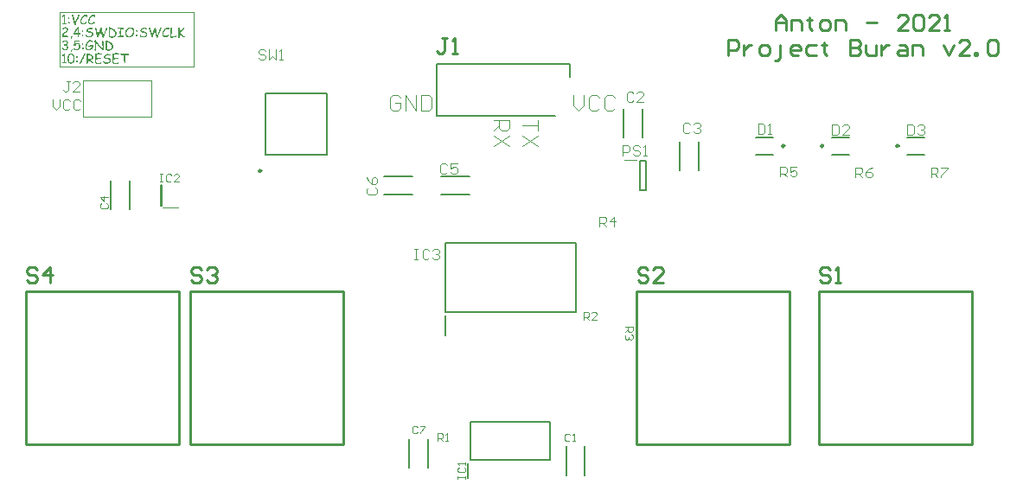
<source format=gto>
G04*
G04 #@! TF.GenerationSoftware,Altium Limited,Altium Designer,21.9.1 (22)*
G04*
G04 Layer_Color=65535*
%FSLAX25Y25*%
%MOIN*%
G70*
G04*
G04 #@! TF.SameCoordinates,0F29A8BA-E8F9-4293-BDD9-90E20D7A2386*
G04*
G04*
G04 #@! TF.FilePolarity,Positive*
G04*
G01*
G75*
%ADD10C,0.00984*%
%ADD11C,0.00394*%
%ADD12C,0.00787*%
%ADD13C,0.01000*%
G36*
X36547Y188119D02*
X36577Y188114D01*
X36611Y188094D01*
X36645Y188069D01*
X36685Y188030D01*
X36714Y187971D01*
X36724Y187936D01*
X36734Y187897D01*
Y187887D01*
X36739Y187863D01*
X36749Y187818D01*
X36759Y187759D01*
X36764Y187686D01*
X36773Y187602D01*
X36778Y187508D01*
Y187400D01*
Y187395D01*
Y187385D01*
X36773Y187366D01*
Y187341D01*
X36754Y187282D01*
X36739Y187253D01*
X36719Y187223D01*
X36714Y187218D01*
X36709Y187208D01*
X36695Y187194D01*
X36670Y187179D01*
X36645Y187159D01*
X36616Y187144D01*
X36577Y187135D01*
X36532Y187130D01*
X36527D01*
X36508Y187135D01*
X36478Y187139D01*
X36444Y187154D01*
X36404Y187174D01*
X36365Y187208D01*
X36331Y187253D01*
X36296Y187312D01*
X36291Y187317D01*
X36286Y187336D01*
X36272Y187366D01*
X36252Y187395D01*
X36232Y187430D01*
X36208Y187464D01*
X36188Y187489D01*
X36163Y187508D01*
X36153Y187513D01*
X36139Y187518D01*
X36114Y187523D01*
X36080Y187528D01*
X36035Y187533D01*
X35976Y187538D01*
X35893D01*
X35873Y187533D01*
X35843Y187528D01*
X35809Y187523D01*
X35770Y187508D01*
X35725Y187494D01*
X35671Y187469D01*
X35617Y187440D01*
X35553Y187400D01*
X35489Y187356D01*
X35420Y187302D01*
X35346Y187238D01*
X35273Y187164D01*
X35194Y187080D01*
X35110Y186982D01*
X35105Y186972D01*
X35086Y186948D01*
X35056Y186908D01*
X35017Y186854D01*
X34973Y186790D01*
X34923Y186711D01*
X34869Y186628D01*
X34815Y186529D01*
X34756Y186426D01*
X34702Y186318D01*
X34653Y186200D01*
X34609Y186082D01*
X34569Y185954D01*
X34540Y185831D01*
X34520Y185703D01*
X34515Y185580D01*
Y185575D01*
Y185565D01*
Y185550D01*
X34520Y185526D01*
Y185501D01*
X34525Y185467D01*
X34540Y185393D01*
X34564Y185304D01*
X34599Y185211D01*
X34648Y185117D01*
X34717Y185029D01*
X34722Y185024D01*
X34727Y185019D01*
X34756Y184994D01*
X34800Y184955D01*
X34859Y184911D01*
X34933Y184866D01*
X35022Y184832D01*
X35120Y184802D01*
X35174Y184798D01*
X35228Y184793D01*
X35273D01*
X35322Y184798D01*
X35386Y184807D01*
X35465Y184822D01*
X35548Y184847D01*
X35642Y184876D01*
X35740Y184921D01*
X35745Y184925D01*
X35770Y184935D01*
X35799Y184955D01*
X35848Y184984D01*
X35912Y185024D01*
X35986Y185073D01*
X36075Y185137D01*
X36178Y185211D01*
X36183Y185216D01*
X36203Y185225D01*
X36227Y185245D01*
X36257Y185265D01*
X36296Y185285D01*
X36331Y185304D01*
X36365Y185314D01*
X36395Y185319D01*
X36414D01*
X36429Y185314D01*
X36454Y185309D01*
X36483Y185299D01*
X36513Y185285D01*
X36542Y185265D01*
X36572Y185235D01*
X36577Y185230D01*
X36581Y185221D01*
X36596Y185206D01*
X36611Y185186D01*
X36636Y185127D01*
X36641Y185093D01*
X36645Y185058D01*
Y185053D01*
Y185039D01*
X36641Y185019D01*
X36636Y184989D01*
X36621Y184960D01*
X36606Y184925D01*
X36581Y184896D01*
X36547Y184861D01*
X36542Y184856D01*
X36518Y184837D01*
X36483Y184807D01*
X36434Y184773D01*
X36375Y184729D01*
X36306Y184679D01*
X36227Y184625D01*
X36139Y184576D01*
X36040Y184522D01*
X35937Y184468D01*
X35829Y184419D01*
X35711Y184374D01*
X35592Y184340D01*
X35474Y184310D01*
X35346Y184291D01*
X35223Y184286D01*
X35199D01*
X35174Y184291D01*
X35140D01*
X35096Y184296D01*
X35041Y184306D01*
X34987Y184320D01*
X34923Y184335D01*
X34859Y184355D01*
X34786Y184384D01*
X34717Y184414D01*
X34643Y184453D01*
X34569Y184497D01*
X34495Y184552D01*
X34427Y184610D01*
X34358Y184679D01*
X34353Y184684D01*
X34343Y184699D01*
X34328Y184719D01*
X34304Y184748D01*
X34279Y184783D01*
X34249Y184827D01*
X34220Y184876D01*
X34190Y184935D01*
X34156Y184999D01*
X34126Y185068D01*
X34097Y185142D01*
X34072Y185221D01*
X34048Y185304D01*
X34033Y185393D01*
X34023Y185486D01*
X34018Y185580D01*
Y185585D01*
Y185590D01*
Y185619D01*
X34023Y185663D01*
X34028Y185727D01*
X34038Y185801D01*
X34058Y185895D01*
X34077Y185998D01*
X34107Y186111D01*
X34141Y186239D01*
X34190Y186372D01*
X34244Y186515D01*
X34313Y186662D01*
X34397Y186820D01*
X34490Y186977D01*
X34599Y187139D01*
X34722Y187307D01*
X34727Y187317D01*
X34746Y187336D01*
X34781Y187376D01*
X34825Y187420D01*
X34874Y187479D01*
X34938Y187538D01*
X35012Y187607D01*
X35091Y187676D01*
X35174Y187745D01*
X35268Y187813D01*
X35366Y187873D01*
X35469Y187932D01*
X35573Y187976D01*
X35686Y188015D01*
X35794Y188035D01*
X35907Y188045D01*
X35981D01*
X36050Y188040D01*
X36124Y188030D01*
X36139D01*
X36158Y188025D01*
X36183Y188020D01*
X36237Y188010D01*
X36296Y187996D01*
X36301Y188000D01*
X36311Y188015D01*
X36331Y188035D01*
X36355Y188059D01*
X36390Y188084D01*
X36429Y188104D01*
X36473Y188119D01*
X36522Y188123D01*
X36532D01*
X36547Y188119D01*
D02*
G37*
G36*
X33487D02*
X33516Y188114D01*
X33551Y188094D01*
X33585Y188069D01*
X33625Y188030D01*
X33654Y187971D01*
X33664Y187936D01*
X33674Y187897D01*
Y187887D01*
X33679Y187863D01*
X33689Y187818D01*
X33698Y187759D01*
X33703Y187686D01*
X33713Y187602D01*
X33718Y187508D01*
Y187400D01*
Y187395D01*
Y187385D01*
X33713Y187366D01*
Y187341D01*
X33693Y187282D01*
X33679Y187253D01*
X33659Y187223D01*
X33654Y187218D01*
X33649Y187208D01*
X33634Y187194D01*
X33610Y187179D01*
X33585Y187159D01*
X33556Y187144D01*
X33516Y187135D01*
X33472Y187130D01*
X33467D01*
X33447Y187135D01*
X33418Y187139D01*
X33383Y187154D01*
X33344Y187174D01*
X33305Y187208D01*
X33270Y187253D01*
X33236Y187312D01*
X33231Y187317D01*
X33226Y187336D01*
X33211Y187366D01*
X33192Y187395D01*
X33172Y187430D01*
X33147Y187464D01*
X33128Y187489D01*
X33103Y187508D01*
X33093Y187513D01*
X33078Y187518D01*
X33054Y187523D01*
X33019Y187528D01*
X32975Y187533D01*
X32916Y187538D01*
X32832D01*
X32813Y187533D01*
X32783Y187528D01*
X32749Y187523D01*
X32709Y187508D01*
X32665Y187494D01*
X32611Y187469D01*
X32557Y187440D01*
X32493Y187400D01*
X32429Y187356D01*
X32360Y187302D01*
X32286Y187238D01*
X32212Y187164D01*
X32134Y187080D01*
X32050Y186982D01*
X32045Y186972D01*
X32026Y186948D01*
X31996Y186908D01*
X31957Y186854D01*
X31912Y186790D01*
X31863Y186711D01*
X31809Y186628D01*
X31755Y186529D01*
X31696Y186426D01*
X31642Y186318D01*
X31593Y186200D01*
X31548Y186082D01*
X31509Y185954D01*
X31479Y185831D01*
X31460Y185703D01*
X31455Y185580D01*
Y185575D01*
Y185565D01*
Y185550D01*
X31460Y185526D01*
Y185501D01*
X31465Y185467D01*
X31479Y185393D01*
X31504Y185304D01*
X31538Y185211D01*
X31588Y185117D01*
X31657Y185029D01*
X31661Y185024D01*
X31666Y185019D01*
X31696Y184994D01*
X31740Y184955D01*
X31799Y184911D01*
X31873Y184866D01*
X31962Y184832D01*
X32060Y184802D01*
X32114Y184798D01*
X32168Y184793D01*
X32212D01*
X32262Y184798D01*
X32326Y184807D01*
X32404Y184822D01*
X32488Y184847D01*
X32581Y184876D01*
X32680Y184921D01*
X32685Y184925D01*
X32709Y184935D01*
X32739Y184955D01*
X32788Y184984D01*
X32852Y185024D01*
X32926Y185073D01*
X33014Y185137D01*
X33118Y185211D01*
X33123Y185216D01*
X33142Y185225D01*
X33167Y185245D01*
X33196Y185265D01*
X33236Y185285D01*
X33270Y185304D01*
X33305Y185314D01*
X33334Y185319D01*
X33354D01*
X33369Y185314D01*
X33393Y185309D01*
X33423Y185299D01*
X33452Y185285D01*
X33482Y185265D01*
X33511Y185235D01*
X33516Y185230D01*
X33521Y185221D01*
X33536Y185206D01*
X33551Y185186D01*
X33575Y185127D01*
X33580Y185093D01*
X33585Y185058D01*
Y185053D01*
Y185039D01*
X33580Y185019D01*
X33575Y184989D01*
X33561Y184960D01*
X33546Y184925D01*
X33521Y184896D01*
X33487Y184861D01*
X33482Y184856D01*
X33457Y184837D01*
X33423Y184807D01*
X33374Y184773D01*
X33315Y184729D01*
X33246Y184679D01*
X33167Y184625D01*
X33078Y184576D01*
X32980Y184522D01*
X32877Y184468D01*
X32768Y184419D01*
X32650Y184374D01*
X32532Y184340D01*
X32414Y184310D01*
X32286Y184291D01*
X32163Y184286D01*
X32139D01*
X32114Y184291D01*
X32080D01*
X32035Y184296D01*
X31981Y184306D01*
X31927Y184320D01*
X31863Y184335D01*
X31799Y184355D01*
X31725Y184384D01*
X31657Y184414D01*
X31583Y184453D01*
X31509Y184497D01*
X31435Y184552D01*
X31366Y184610D01*
X31297Y184679D01*
X31292Y184684D01*
X31283Y184699D01*
X31268Y184719D01*
X31243Y184748D01*
X31219Y184783D01*
X31189Y184827D01*
X31160Y184876D01*
X31130Y184935D01*
X31096Y184999D01*
X31066Y185068D01*
X31037Y185142D01*
X31012Y185221D01*
X30987Y185304D01*
X30973Y185393D01*
X30963Y185486D01*
X30958Y185580D01*
Y185585D01*
Y185590D01*
Y185619D01*
X30963Y185663D01*
X30968Y185727D01*
X30978Y185801D01*
X30997Y185895D01*
X31017Y185998D01*
X31046Y186111D01*
X31081Y186239D01*
X31130Y186372D01*
X31184Y186515D01*
X31253Y186662D01*
X31337Y186820D01*
X31430Y186977D01*
X31538Y187139D01*
X31661Y187307D01*
X31666Y187317D01*
X31686Y187336D01*
X31721Y187376D01*
X31765Y187420D01*
X31814Y187479D01*
X31878Y187538D01*
X31952Y187607D01*
X32030Y187676D01*
X32114Y187745D01*
X32208Y187813D01*
X32306Y187873D01*
X32409Y187932D01*
X32513Y187976D01*
X32626Y188015D01*
X32734Y188035D01*
X32847Y188045D01*
X32921D01*
X32990Y188040D01*
X33064Y188030D01*
X33078D01*
X33098Y188025D01*
X33123Y188020D01*
X33177Y188010D01*
X33236Y187996D01*
X33241Y188000D01*
X33251Y188015D01*
X33270Y188035D01*
X33295Y188059D01*
X33329Y188084D01*
X33369Y188104D01*
X33413Y188119D01*
X33462Y188123D01*
X33472D01*
X33487Y188119D01*
D02*
G37*
G36*
X26668Y187139D02*
X26712Y187120D01*
X26737Y187110D01*
X26761Y187090D01*
X26786Y187066D01*
X26810Y187041D01*
X26835Y187002D01*
X26855Y186962D01*
X26874Y186913D01*
X26889Y186854D01*
X26894Y186790D01*
X26899Y186711D01*
Y186706D01*
Y186692D01*
X26894Y186672D01*
X26889Y186647D01*
X26879Y186618D01*
X26869Y186588D01*
X26850Y186559D01*
X26825Y186529D01*
X26820Y186524D01*
X26810Y186520D01*
X26796Y186510D01*
X26776Y186495D01*
X26751Y186480D01*
X26722Y186470D01*
X26682Y186465D01*
X26643Y186460D01*
X26623D01*
X26604Y186465D01*
X26579Y186470D01*
X26515Y186490D01*
X26486Y186505D01*
X26456Y186529D01*
X26451Y186534D01*
X26446Y186544D01*
X26436Y186559D01*
X26422Y186579D01*
X26407Y186608D01*
X26397Y186638D01*
X26392Y186672D01*
X26387Y186711D01*
Y186716D01*
Y186736D01*
X26382Y186761D01*
X26377Y186800D01*
Y186805D01*
Y186810D01*
X26372Y186834D01*
X26368Y186869D01*
Y186898D01*
Y186903D01*
Y186918D01*
X26372Y186933D01*
X26377Y186957D01*
X26387Y186987D01*
X26397Y187016D01*
X26417Y187046D01*
X26441Y187071D01*
X26446Y187075D01*
X26456Y187080D01*
X26471Y187095D01*
X26491Y187110D01*
X26520Y187120D01*
X26550Y187135D01*
X26584Y187139D01*
X26623Y187144D01*
X26633D01*
X26668Y187139D01*
D02*
G37*
G36*
X30505Y188148D02*
X30530Y188143D01*
X30559Y188133D01*
X30589Y188119D01*
X30618Y188099D01*
X30648Y188074D01*
X30653Y188069D01*
X30663Y188059D01*
X30672Y188045D01*
X30687Y188025D01*
X30702Y187996D01*
X30717Y187966D01*
X30722Y187932D01*
X30727Y187892D01*
Y187887D01*
Y187877D01*
X30722Y187863D01*
Y187848D01*
X30702Y187799D01*
X30692Y187774D01*
X30672Y187745D01*
Y187740D01*
X30668Y187735D01*
X30648Y187705D01*
X30618Y187656D01*
X30584Y187597D01*
X30545Y187523D01*
X30500Y187444D01*
X30461Y187356D01*
X30422Y187262D01*
X30235Y186716D01*
X29566Y184916D01*
Y184911D01*
X29561Y184901D01*
X29556Y184886D01*
X29546Y184861D01*
X29536Y184832D01*
X29521Y184798D01*
X29492Y184719D01*
X29447Y184625D01*
X29403Y184522D01*
X29354Y184414D01*
X29295Y184301D01*
X29290Y184296D01*
X29280Y184276D01*
X29261Y184251D01*
X29236Y184227D01*
X29206Y184197D01*
X29167Y184173D01*
X29123Y184153D01*
X29069Y184148D01*
X29059D01*
X29039Y184153D01*
X29005Y184158D01*
X28965Y184173D01*
X28921Y184197D01*
X28877Y184227D01*
X28837Y184276D01*
X28803Y184340D01*
X28798Y184350D01*
X28788Y184374D01*
X28773Y184419D01*
X28749Y184478D01*
X28724Y184556D01*
X28690Y184655D01*
X28650Y184763D01*
X28606Y184896D01*
X28557Y185039D01*
X28508Y185201D01*
X28454Y185378D01*
X28394Y185575D01*
X28331Y185782D01*
X28267Y186008D01*
X28203Y186254D01*
X28134Y186510D01*
X27937Y187189D01*
Y187194D01*
X27932Y187213D01*
X27922Y187238D01*
X27917Y187272D01*
X27903Y187312D01*
X27893Y187361D01*
X27868Y187469D01*
X27839Y187582D01*
X27819Y187695D01*
X27809Y187745D01*
X27799Y187794D01*
X27794Y187833D01*
Y187868D01*
Y187873D01*
Y187887D01*
X27799Y187907D01*
X27804Y187932D01*
X27814Y187961D01*
X27829Y187991D01*
X27848Y188020D01*
X27873Y188050D01*
X27878Y188055D01*
X27888Y188059D01*
X27903Y188069D01*
X27922Y188084D01*
X27976Y188109D01*
X28006Y188114D01*
X28045Y188119D01*
X28055D01*
X28075Y188114D01*
X28109Y188109D01*
X28144Y188094D01*
X28188Y188069D01*
X28227Y188030D01*
X28262Y187981D01*
X28286Y187912D01*
X28380Y187479D01*
X28621Y186638D01*
Y186633D01*
X28626Y186628D01*
Y186613D01*
X28631Y186598D01*
X28646Y186549D01*
X28660Y186485D01*
X28685Y186401D01*
X28709Y186308D01*
X28734Y186205D01*
X28769Y186091D01*
X28803Y185968D01*
X28837Y185845D01*
X28916Y185575D01*
X29000Y185309D01*
X29039Y185176D01*
X29083Y185048D01*
X29098Y185088D01*
X29762Y186889D01*
X29974Y187494D01*
Y187499D01*
X29979Y187508D01*
X29989Y187528D01*
X29998Y187553D01*
X30013Y187587D01*
X30028Y187622D01*
X30067Y187700D01*
X30112Y187794D01*
X30161Y187882D01*
X30215Y187971D01*
X30274Y188050D01*
X30279Y188055D01*
X30289Y188064D01*
X30308Y188084D01*
X30328Y188104D01*
X30358Y188119D01*
X30392Y188138D01*
X30431Y188148D01*
X30471Y188153D01*
X30486D01*
X30505Y188148D01*
D02*
G37*
G36*
X25059Y188207D02*
X25088Y188202D01*
X25118Y188187D01*
X25147Y188168D01*
X25177Y188133D01*
X25196Y188084D01*
X25201Y188020D01*
Y188015D01*
Y188010D01*
Y187996D01*
Y187976D01*
X25196Y187951D01*
X25192Y187922D01*
X25187Y187887D01*
X25182Y187848D01*
Y187843D01*
Y187828D01*
X25177Y187809D01*
Y187784D01*
X25172Y187730D01*
X25167Y187705D01*
Y187681D01*
Y187676D01*
Y187666D01*
Y187646D01*
Y187617D01*
X25172Y187582D01*
Y187538D01*
Y187489D01*
X25177Y187430D01*
Y187425D01*
Y187400D01*
X25182Y187371D01*
Y187336D01*
X25187Y187258D01*
Y187218D01*
Y187184D01*
Y187179D01*
Y187169D01*
Y187154D01*
Y187130D01*
Y187100D01*
X25182Y187066D01*
Y187021D01*
Y186972D01*
X25177Y186913D01*
X25172Y186854D01*
X25167Y186780D01*
X25162Y186706D01*
X25157Y186623D01*
X25147Y186534D01*
X25137Y186441D01*
X25128Y186337D01*
Y186332D01*
Y186313D01*
X25123Y186283D01*
X25118Y186244D01*
X25113Y186200D01*
X25108Y186146D01*
X25103Y186086D01*
X25098Y186023D01*
X25088Y185885D01*
X25078Y185747D01*
X25074Y185614D01*
X25069Y185550D01*
Y185496D01*
Y185491D01*
Y185471D01*
Y185442D01*
X25074Y185398D01*
Y185348D01*
X25078Y185290D01*
X25083Y185221D01*
X25088Y185147D01*
Y185137D01*
X25093Y185112D01*
Y185073D01*
X25098Y185029D01*
X25103Y184975D01*
X25108Y184921D01*
X25113Y184861D01*
Y184812D01*
X25374Y184817D01*
X25393D01*
X25408Y184812D01*
X25433Y184807D01*
X25492Y184788D01*
X25521Y184773D01*
X25546Y184748D01*
X25551Y184743D01*
X25556Y184738D01*
X25565Y184719D01*
X25580Y184699D01*
X25605Y184645D01*
X25610Y184615D01*
X25615Y184576D01*
Y184571D01*
Y184561D01*
X25610Y184542D01*
X25605Y184517D01*
X25585Y184458D01*
X25570Y184433D01*
X25546Y184404D01*
X25541Y184399D01*
X25536Y184394D01*
X25516Y184384D01*
X25497Y184374D01*
X25472Y184360D01*
X25442Y184350D01*
X25408Y184345D01*
X25369Y184340D01*
X24877D01*
X24385Y184345D01*
X24326D01*
X24286Y184350D01*
X24208Y184355D01*
X24168Y184360D01*
X24139Y184364D01*
X24134D01*
X24119Y184374D01*
X24099Y184384D01*
X24080Y184404D01*
X24055Y184429D01*
X24035Y184463D01*
X24021Y184502D01*
X24016Y184552D01*
Y184556D01*
Y184561D01*
X24021Y184591D01*
X24035Y184630D01*
X24065Y184679D01*
X24085Y184699D01*
X24109Y184724D01*
X24144Y184743D01*
X24178Y184763D01*
X24222Y184778D01*
X24276Y184793D01*
X24336Y184798D01*
X24404Y184802D01*
X24527D01*
X24631Y184798D01*
Y184802D01*
Y184822D01*
Y184847D01*
X24626Y184886D01*
Y184935D01*
X24621Y184994D01*
X24616Y185063D01*
X24606Y185147D01*
Y185152D01*
Y185157D01*
X24601Y185186D01*
Y185225D01*
X24596Y185280D01*
X24591Y185334D01*
Y185393D01*
X24587Y185447D01*
Y185496D01*
Y185501D01*
Y185511D01*
Y185531D01*
Y185555D01*
Y185590D01*
X24591Y185629D01*
Y185678D01*
Y185732D01*
X24596Y185796D01*
X24601Y185870D01*
X24606Y185949D01*
X24611Y186032D01*
X24616Y186126D01*
X24621Y186229D01*
X24631Y186337D01*
X24641Y186456D01*
Y186460D01*
X24645Y186485D01*
Y186515D01*
X24650Y186559D01*
X24655Y186613D01*
X24660Y186672D01*
X24665Y186741D01*
X24670Y186815D01*
X24680Y186972D01*
X24685Y187130D01*
X24695Y187282D01*
Y187356D01*
Y187420D01*
X24690Y187415D01*
X24680Y187410D01*
X24665Y187395D01*
X24641Y187381D01*
X24587Y187341D01*
X24518Y187292D01*
X24444Y187243D01*
X24375Y187203D01*
X24311Y187174D01*
X24286Y187169D01*
X24267Y187164D01*
X24252D01*
X24232Y187169D01*
X24208Y187174D01*
X24183Y187184D01*
X24153Y187194D01*
X24124Y187213D01*
X24094Y187238D01*
X24090Y187243D01*
X24085Y187253D01*
X24075Y187267D01*
X24060Y187287D01*
X24035Y187341D01*
X24031Y187371D01*
X24026Y187405D01*
Y187410D01*
X24031Y187425D01*
X24035Y187449D01*
X24050Y187484D01*
X24080Y187528D01*
X24114Y187577D01*
X24168Y187631D01*
X24198Y187661D01*
X24237Y187690D01*
X24242Y187695D01*
X24262Y187710D01*
X24291Y187730D01*
X24336Y187764D01*
X24390Y187804D01*
X24454Y187858D01*
X24527Y187917D01*
X24616Y187991D01*
X24621Y187996D01*
X24626Y188000D01*
X24655Y188025D01*
X24695Y188059D01*
X24749Y188104D01*
X24813Y188143D01*
X24882Y188178D01*
X24960Y188202D01*
X24995Y188212D01*
X25039D01*
X25059Y188207D01*
D02*
G37*
G36*
X26687Y185417D02*
X26707Y185413D01*
X26751Y185393D01*
X26776Y185378D01*
X26805Y185358D01*
X26830Y185329D01*
X26855Y185294D01*
X26879Y185255D01*
X26899Y185206D01*
X26919Y185147D01*
X26933Y185078D01*
X26938Y184999D01*
X26943Y184906D01*
Y184901D01*
Y184886D01*
X26938Y184866D01*
X26933Y184842D01*
X26923Y184812D01*
X26914Y184778D01*
X26894Y184748D01*
X26869Y184719D01*
X26864Y184714D01*
X26855Y184709D01*
X26840Y184699D01*
X26820Y184684D01*
X26791Y184670D01*
X26761Y184660D01*
X26727Y184655D01*
X26687Y184650D01*
X26668D01*
X26648Y184655D01*
X26623Y184660D01*
X26564Y184679D01*
X26535Y184694D01*
X26505Y184719D01*
X26500Y184724D01*
X26495Y184733D01*
X26481Y184748D01*
X26471Y184768D01*
X26456Y184798D01*
X26441Y184827D01*
X26436Y184866D01*
X26432Y184906D01*
Y184916D01*
Y184940D01*
X26427Y184979D01*
X26417Y185039D01*
Y185044D01*
Y185053D01*
X26412Y185073D01*
Y185093D01*
X26407Y185137D01*
X26402Y185176D01*
Y185181D01*
Y185196D01*
X26407Y185211D01*
X26412Y185235D01*
X26422Y185265D01*
X26432Y185294D01*
X26451Y185324D01*
X26476Y185348D01*
X26481Y185353D01*
X26491Y185358D01*
X26505Y185373D01*
X26530Y185388D01*
X26555Y185398D01*
X26589Y185413D01*
X26623Y185417D01*
X26663Y185422D01*
X26673D01*
X26687Y185417D01*
D02*
G37*
G36*
X65117Y183203D02*
X65147Y183198D01*
X65181Y183179D01*
X65216Y183154D01*
X65255Y183115D01*
X65285Y183056D01*
X65295Y183021D01*
X65304Y182982D01*
Y182972D01*
X65309Y182948D01*
X65319Y182903D01*
X65329Y182844D01*
X65334Y182770D01*
X65344Y182687D01*
X65349Y182593D01*
Y182485D01*
Y182480D01*
Y182470D01*
X65344Y182451D01*
Y182426D01*
X65324Y182367D01*
X65309Y182337D01*
X65290Y182308D01*
X65285Y182303D01*
X65280Y182293D01*
X65265Y182278D01*
X65240Y182264D01*
X65216Y182244D01*
X65186Y182229D01*
X65147Y182219D01*
X65103Y182214D01*
X65098D01*
X65078Y182219D01*
X65049Y182224D01*
X65014Y182239D01*
X64975Y182259D01*
X64935Y182293D01*
X64901Y182337D01*
X64867Y182396D01*
X64862Y182401D01*
X64857Y182421D01*
X64842Y182451D01*
X64822Y182480D01*
X64802Y182515D01*
X64778Y182549D01*
X64758Y182574D01*
X64734Y182593D01*
X64724Y182598D01*
X64709Y182603D01*
X64684Y182608D01*
X64650Y182613D01*
X64606Y182618D01*
X64547Y182623D01*
X64463D01*
X64443Y182618D01*
X64414Y182613D01*
X64379Y182608D01*
X64340Y182593D01*
X64296Y182579D01*
X64242Y182554D01*
X64188Y182524D01*
X64124Y182485D01*
X64060Y182441D01*
X63991Y182387D01*
X63917Y182323D01*
X63843Y182249D01*
X63764Y182165D01*
X63681Y182067D01*
X63676Y182057D01*
X63656Y182032D01*
X63627Y181993D01*
X63587Y181939D01*
X63543Y181875D01*
X63494Y181796D01*
X63440Y181713D01*
X63386Y181614D01*
X63327Y181511D01*
X63272Y181403D01*
X63223Y181285D01*
X63179Y181167D01*
X63140Y181039D01*
X63110Y180916D01*
X63090Y180788D01*
X63086Y180665D01*
Y180660D01*
Y180650D01*
Y180635D01*
X63090Y180611D01*
Y180586D01*
X63095Y180552D01*
X63110Y180478D01*
X63135Y180389D01*
X63169Y180296D01*
X63218Y180202D01*
X63287Y180114D01*
X63292Y180109D01*
X63297Y180104D01*
X63327Y180079D01*
X63371Y180040D01*
X63430Y179996D01*
X63504Y179951D01*
X63592Y179917D01*
X63691Y179887D01*
X63745Y179882D01*
X63799Y179877D01*
X63843D01*
X63892Y179882D01*
X63956Y179892D01*
X64035Y179907D01*
X64119Y179932D01*
X64212Y179961D01*
X64311Y180005D01*
X64315Y180010D01*
X64340Y180020D01*
X64370Y180040D01*
X64419Y180069D01*
X64483Y180109D01*
X64557Y180158D01*
X64645Y180222D01*
X64748Y180296D01*
X64753Y180301D01*
X64773Y180310D01*
X64798Y180330D01*
X64827Y180350D01*
X64867Y180369D01*
X64901Y180389D01*
X64935Y180399D01*
X64965Y180404D01*
X64985D01*
X64999Y180399D01*
X65024Y180394D01*
X65053Y180384D01*
X65083Y180369D01*
X65113Y180350D01*
X65142Y180320D01*
X65147Y180315D01*
X65152Y180306D01*
X65167Y180291D01*
X65181Y180271D01*
X65206Y180212D01*
X65211Y180178D01*
X65216Y180143D01*
Y180138D01*
Y180123D01*
X65211Y180104D01*
X65206Y180074D01*
X65191Y180045D01*
X65176Y180010D01*
X65152Y179981D01*
X65117Y179946D01*
X65113Y179941D01*
X65088Y179922D01*
X65053Y179892D01*
X65004Y179858D01*
X64945Y179814D01*
X64876Y179764D01*
X64798Y179710D01*
X64709Y179661D01*
X64611Y179607D01*
X64507Y179553D01*
X64399Y179504D01*
X64281Y179459D01*
X64163Y179425D01*
X64045Y179395D01*
X63917Y179376D01*
X63794Y179371D01*
X63769D01*
X63745Y179376D01*
X63710D01*
X63666Y179381D01*
X63612Y179390D01*
X63558Y179405D01*
X63494Y179420D01*
X63430Y179440D01*
X63356Y179469D01*
X63287Y179499D01*
X63213Y179538D01*
X63140Y179582D01*
X63066Y179636D01*
X62997Y179695D01*
X62928Y179764D01*
X62923Y179769D01*
X62913Y179784D01*
X62898Y179804D01*
X62874Y179833D01*
X62849Y179868D01*
X62820Y179912D01*
X62790Y179961D01*
X62761Y180020D01*
X62726Y180084D01*
X62697Y180153D01*
X62667Y180227D01*
X62643Y180306D01*
X62618Y180389D01*
X62603Y180478D01*
X62594Y180571D01*
X62589Y180665D01*
Y180670D01*
Y180675D01*
Y180704D01*
X62594Y180748D01*
X62598Y180812D01*
X62608Y180886D01*
X62628Y180980D01*
X62648Y181083D01*
X62677Y181196D01*
X62712Y181324D01*
X62761Y181457D01*
X62815Y181599D01*
X62884Y181747D01*
X62967Y181904D01*
X63061Y182062D01*
X63169Y182224D01*
X63292Y182392D01*
X63297Y182401D01*
X63317Y182421D01*
X63351Y182460D01*
X63395Y182505D01*
X63445Y182564D01*
X63509Y182623D01*
X63582Y182692D01*
X63661Y182761D01*
X63745Y182829D01*
X63838Y182898D01*
X63937Y182957D01*
X64040Y183016D01*
X64143Y183061D01*
X64256Y183100D01*
X64365Y183120D01*
X64478Y183130D01*
X64552D01*
X64621Y183125D01*
X64694Y183115D01*
X64709D01*
X64729Y183110D01*
X64753Y183105D01*
X64807Y183095D01*
X64867Y183080D01*
X64871Y183085D01*
X64881Y183100D01*
X64901Y183120D01*
X64925Y183144D01*
X64960Y183169D01*
X64999Y183189D01*
X65044Y183203D01*
X65093Y183208D01*
X65103D01*
X65117Y183203D01*
D02*
G37*
G36*
X46515Y183134D02*
X46574D01*
X46638Y183130D01*
X46717Y183125D01*
X46800Y183120D01*
X46899Y183115D01*
X46997Y183105D01*
X47110Y183095D01*
X47223Y183080D01*
X47351Y183066D01*
X47479Y183051D01*
X47617Y183031D01*
X47627D01*
X47651Y183021D01*
X47686Y183007D01*
X47730Y182987D01*
X47769Y182952D01*
X47804Y182903D01*
X47829Y182844D01*
X47838Y182805D01*
Y182765D01*
Y182761D01*
Y182746D01*
X47833Y182726D01*
X47829Y182697D01*
X47819Y182667D01*
X47799Y182638D01*
X47779Y182608D01*
X47750Y182579D01*
X47745D01*
X47735Y182569D01*
X47720Y182559D01*
X47701Y182549D01*
X47646Y182529D01*
X47617Y182524D01*
X47583Y182519D01*
X47519D01*
X47469Y182524D01*
X47415Y182529D01*
X47346Y182534D01*
X47268Y182544D01*
X47179Y182554D01*
X46781Y182608D01*
Y182598D01*
Y182574D01*
X46776Y182539D01*
X46771Y182485D01*
X46766Y182421D01*
Y182342D01*
X46761Y182259D01*
X46756Y182165D01*
X46751Y182062D01*
X46746Y181954D01*
X46741Y181841D01*
X46736Y181718D01*
X46731Y181476D01*
X46727Y181226D01*
Y181216D01*
Y181196D01*
Y181157D01*
Y181107D01*
X46731Y181044D01*
Y180975D01*
Y180891D01*
X46736Y180798D01*
Y180793D01*
Y180788D01*
Y180773D01*
Y180753D01*
X46741Y180709D01*
Y180650D01*
Y180581D01*
X46746Y180507D01*
Y180438D01*
Y180369D01*
Y180365D01*
Y180360D01*
Y180330D01*
Y180286D01*
Y180227D01*
X46741Y180163D01*
X46736Y180094D01*
X46727Y179946D01*
X47509Y179956D01*
X47528D01*
X47543Y179951D01*
X47568Y179946D01*
X47597Y179937D01*
X47627Y179927D01*
X47656Y179907D01*
X47681Y179882D01*
X47686Y179877D01*
X47691Y179868D01*
X47706Y179853D01*
X47720Y179833D01*
X47730Y179804D01*
X47745Y179774D01*
X47750Y179740D01*
X47755Y179700D01*
Y179695D01*
Y179681D01*
X47750Y179661D01*
X47745Y179636D01*
X47735Y179607D01*
X47725Y179572D01*
X47706Y179543D01*
X47681Y179513D01*
X47676Y179508D01*
X47671Y179504D01*
X47651Y179494D01*
X47632Y179479D01*
X47578Y179454D01*
X47548Y179449D01*
X47509Y179445D01*
X47273D01*
X47184Y179440D01*
X46933D01*
X46864Y179435D01*
X46604D01*
X46549Y179430D01*
X46481Y179425D01*
X46397Y179415D01*
X46298Y179405D01*
X46180Y179390D01*
X46166D01*
X46151Y179385D01*
X46126D01*
X46067Y179376D01*
X45998Y179371D01*
X45920Y179361D01*
X45836Y179351D01*
X45757Y179346D01*
X45674D01*
X45654Y179351D01*
X45629Y179356D01*
X45600Y179366D01*
X45570Y179376D01*
X45546Y179395D01*
X45516Y179420D01*
X45511Y179425D01*
X45506Y179435D01*
X45496Y179449D01*
X45482Y179469D01*
X45467Y179494D01*
X45457Y179523D01*
X45452Y179558D01*
X45447Y179597D01*
Y179602D01*
Y179617D01*
X45452Y179631D01*
X45457Y179656D01*
X45477Y179715D01*
X45492Y179745D01*
X45516Y179774D01*
X45521Y179779D01*
X45531Y179784D01*
X45546Y179799D01*
X45565Y179814D01*
X45619Y179838D01*
X45649Y179843D01*
X45688Y179848D01*
X45718D01*
X45757Y179853D01*
X45816D01*
X45890Y179863D01*
X45984Y179873D01*
X46097Y179882D01*
X46156Y179892D01*
X46225Y179902D01*
Y179912D01*
X46230Y179937D01*
X46235Y179976D01*
X46239Y180035D01*
Y180099D01*
X46244Y180178D01*
X46249Y180266D01*
Y180360D01*
Y180369D01*
Y180389D01*
Y180429D01*
Y180478D01*
X46244Y180537D01*
Y180611D01*
X46239Y180689D01*
X46235Y180778D01*
Y180783D01*
Y180788D01*
Y180817D01*
X46230Y180866D01*
Y180921D01*
X46225Y180989D01*
Y181058D01*
X46220Y181127D01*
Y181191D01*
Y181196D01*
Y181216D01*
Y181250D01*
Y181294D01*
Y181353D01*
X46225Y181417D01*
Y181496D01*
X46230Y181585D01*
X46235Y181688D01*
Y181796D01*
X46244Y181914D01*
X46249Y182042D01*
X46259Y182175D01*
X46264Y182318D01*
X46279Y182470D01*
X46289Y182628D01*
X45964Y182613D01*
X45639Y182608D01*
X45624D01*
X45605Y182613D01*
X45580Y182618D01*
X45521Y182638D01*
X45492Y182652D01*
X45462Y182677D01*
X45457Y182682D01*
X45452Y182692D01*
X45442Y182706D01*
X45428Y182726D01*
X45413Y182756D01*
X45403Y182785D01*
X45398Y182825D01*
X45393Y182864D01*
Y182869D01*
Y182874D01*
X45398Y182898D01*
X45408Y182938D01*
X45423Y182982D01*
X45452Y183026D01*
X45492Y183066D01*
X45551Y183100D01*
X45585Y183110D01*
X45624Y183115D01*
X45649D01*
X45664Y183120D01*
X45688D01*
X45718Y183125D01*
X45752D01*
X45797Y183130D01*
X45895D01*
X45959Y183134D01*
X46028D01*
X46102Y183139D01*
X46466D01*
X46515Y183134D01*
D02*
G37*
G36*
X55794Y183066D02*
X55858Y183061D01*
X55942Y183051D01*
X56035Y183036D01*
X56134Y183016D01*
X56247Y182987D01*
X56252D01*
X56266Y182982D01*
X56286Y182977D01*
X56311Y182967D01*
X56375Y182943D01*
X56448Y182913D01*
X56522Y182874D01*
X56586Y182829D01*
X56611Y182800D01*
X56635Y182775D01*
X56645Y182746D01*
X56650Y182716D01*
Y182706D01*
X56645Y182682D01*
X56640Y182647D01*
X56621Y182608D01*
X56596Y182569D01*
X56557Y182534D01*
X56498Y182510D01*
X56463Y182505D01*
X56424Y182500D01*
X56404D01*
X56379Y182505D01*
X56345D01*
X56296Y182510D01*
X56237Y182519D01*
X56163Y182534D01*
X56075Y182549D01*
X56070D01*
X56065Y182554D01*
X56035Y182559D01*
X55991Y182569D01*
X55937Y182579D01*
X55873Y182588D01*
X55809Y182593D01*
X55745Y182603D01*
X55651D01*
X55627Y182598D01*
X55592Y182593D01*
X55553Y182588D01*
X55464Y182574D01*
X55361Y182554D01*
X55253Y182519D01*
X55145Y182470D01*
X55036Y182411D01*
X55031D01*
X55027Y182401D01*
X54992Y182377D01*
X54948Y182337D01*
X54899Y182283D01*
X54849Y182214D01*
X54805Y182136D01*
X54771Y182042D01*
X54766Y181993D01*
X54761Y181944D01*
Y181934D01*
X54766Y181909D01*
X54781Y181875D01*
X54805Y181831D01*
X54825Y181806D01*
X54849Y181781D01*
X54879Y181757D01*
X54913Y181732D01*
X54958Y181713D01*
X55007Y181688D01*
X55061Y181668D01*
X55125Y181654D01*
X55130D01*
X55154Y181649D01*
X55189Y181644D01*
X55243Y181634D01*
X55277Y181629D01*
X55317Y181624D01*
X55361Y181619D01*
X55405Y181614D01*
X55459Y181609D01*
X55519Y181604D01*
X55587Y181599D01*
X55656Y181595D01*
X55681D01*
X55710Y181590D01*
X55750Y181585D01*
X55799Y181575D01*
X55853Y181565D01*
X55912Y181550D01*
X55981Y181535D01*
X56124Y181486D01*
X56193Y181457D01*
X56266Y181422D01*
X56340Y181388D01*
X56414Y181344D01*
X56478Y181290D01*
X56542Y181235D01*
X56547Y181230D01*
X56557Y181221D01*
X56571Y181206D01*
X56586Y181186D01*
X56611Y181157D01*
X56635Y181122D01*
X56660Y181083D01*
X56690Y181039D01*
X56744Y180935D01*
X56793Y180817D01*
X56808Y180748D01*
X56822Y180679D01*
X56832Y180606D01*
X56837Y180532D01*
Y180527D01*
Y180507D01*
X56832Y180473D01*
X56827Y180433D01*
X56822Y180384D01*
X56808Y180325D01*
X56793Y180261D01*
X56768Y180192D01*
X56739Y180119D01*
X56704Y180045D01*
X56660Y179966D01*
X56606Y179887D01*
X56542Y179809D01*
X56468Y179735D01*
X56384Y179661D01*
X56286Y179592D01*
X56281Y179587D01*
X56266Y179577D01*
X56237Y179563D01*
X56202Y179543D01*
X56158Y179523D01*
X56104Y179494D01*
X56040Y179469D01*
X55971Y179440D01*
X55892Y179410D01*
X55809Y179385D01*
X55720Y179356D01*
X55622Y179336D01*
X55523Y179317D01*
X55415Y179302D01*
X55302Y179292D01*
X55189Y179287D01*
X55145D01*
X55110Y179292D01*
X55071D01*
X55027Y179297D01*
X54972Y179302D01*
X54913Y179307D01*
X54785Y179331D01*
X54648Y179361D01*
X54500Y179400D01*
X54357Y179459D01*
X54352Y179464D01*
X54338Y179469D01*
X54313Y179484D01*
X54284Y179499D01*
X54249Y179518D01*
X54210Y179548D01*
X54126Y179612D01*
X54043Y179695D01*
X54003Y179745D01*
X53964Y179794D01*
X53934Y179853D01*
X53910Y179912D01*
X53895Y179976D01*
X53890Y180045D01*
Y180050D01*
Y180064D01*
X53895Y180079D01*
Y180104D01*
X53905Y180133D01*
X53920Y180158D01*
X53934Y180187D01*
X53959Y180212D01*
X53964Y180217D01*
X53974Y180222D01*
X53988Y180232D01*
X54008Y180246D01*
X54067Y180271D01*
X54097Y180276D01*
X54136Y180281D01*
X54156D01*
X54180Y180276D01*
X54210Y180261D01*
X54244Y180246D01*
X54279Y180222D01*
X54318Y180187D01*
X54352Y180138D01*
X54357Y180128D01*
X54372Y180109D01*
X54397Y180074D01*
X54426Y180035D01*
X54500Y179951D01*
X54535Y179917D01*
X54574Y179887D01*
X54579D01*
X54584Y179882D01*
X54613Y179868D01*
X54662Y179843D01*
X54731Y179818D01*
X54815Y179794D01*
X54923Y179769D01*
X55046Y179754D01*
X55189Y179750D01*
X55228D01*
X55253Y179754D01*
X55287D01*
X55327Y179759D01*
X55371Y179764D01*
X55425Y179769D01*
X55533Y179789D01*
X55656Y179818D01*
X55779Y179858D01*
X55907Y179912D01*
X55912Y179917D01*
X55927Y179922D01*
X55947Y179937D01*
X55971Y179951D01*
X56006Y179976D01*
X56040Y180000D01*
X56119Y180069D01*
X56198Y180153D01*
X56232Y180202D01*
X56266Y180256D01*
X56291Y180310D01*
X56311Y180374D01*
X56325Y180438D01*
X56330Y180507D01*
Y180512D01*
Y180522D01*
Y180537D01*
X56325Y180556D01*
X56311Y180615D01*
X56286Y180684D01*
X56266Y180724D01*
X56242Y180763D01*
X56212Y180802D01*
X56178Y180847D01*
X56138Y180886D01*
X56089Y180925D01*
X56035Y180965D01*
X55971Y180999D01*
X55966D01*
X55956Y181004D01*
X55942Y181014D01*
X55917Y181024D01*
X55888Y181039D01*
X55853Y181048D01*
X55814Y181063D01*
X55765Y181078D01*
X55715Y181098D01*
X55661Y181112D01*
X55533Y181137D01*
X55391Y181162D01*
X55233Y181171D01*
X55213D01*
X55194Y181176D01*
X55169D01*
X55135Y181181D01*
X55095Y181186D01*
X55002Y181196D01*
X54899Y181221D01*
X54785Y181250D01*
X54672Y181290D01*
X54564Y181339D01*
X54559Y181344D01*
X54549Y181349D01*
X54530Y181358D01*
X54510Y181378D01*
X54456Y181422D01*
X54392Y181486D01*
X54323Y181570D01*
X54269Y181668D01*
X54249Y181722D01*
X54229Y181781D01*
X54220Y181845D01*
X54215Y181914D01*
Y181919D01*
Y181934D01*
X54220Y181959D01*
X54224Y181988D01*
X54229Y182027D01*
X54239Y182072D01*
X54254Y182126D01*
X54279Y182180D01*
X54303Y182244D01*
X54338Y182308D01*
X54377Y182372D01*
X54426Y182441D01*
X54480Y182510D01*
X54549Y182583D01*
X54623Y182652D01*
X54712Y182721D01*
X54716Y182726D01*
X54731Y182736D01*
X54761Y182756D01*
X54795Y182775D01*
X54839Y182800D01*
X54889Y182829D01*
X54953Y182864D01*
X55017Y182898D01*
X55090Y182928D01*
X55164Y182962D01*
X55332Y183016D01*
X55420Y183036D01*
X55514Y183056D01*
X55607Y183066D01*
X55700Y183071D01*
X55745D01*
X55794Y183066D01*
D02*
G37*
G36*
X34968D02*
X35032Y183061D01*
X35115Y183051D01*
X35209Y183036D01*
X35307Y183016D01*
X35420Y182987D01*
X35425D01*
X35440Y182982D01*
X35460Y182977D01*
X35484Y182967D01*
X35548Y182943D01*
X35622Y182913D01*
X35696Y182874D01*
X35760Y182829D01*
X35784Y182800D01*
X35809Y182775D01*
X35819Y182746D01*
X35824Y182716D01*
Y182706D01*
X35819Y182682D01*
X35814Y182647D01*
X35794Y182608D01*
X35770Y182569D01*
X35730Y182534D01*
X35671Y182510D01*
X35637Y182505D01*
X35597Y182500D01*
X35578D01*
X35553Y182505D01*
X35519D01*
X35469Y182510D01*
X35410Y182519D01*
X35337Y182534D01*
X35248Y182549D01*
X35243D01*
X35238Y182554D01*
X35209Y182559D01*
X35164Y182569D01*
X35110Y182579D01*
X35046Y182588D01*
X34982Y182593D01*
X34918Y182603D01*
X34825D01*
X34800Y182598D01*
X34766Y182593D01*
X34727Y182588D01*
X34638Y182574D01*
X34535Y182554D01*
X34427Y182519D01*
X34318Y182470D01*
X34210Y182411D01*
X34205D01*
X34200Y182401D01*
X34166Y182377D01*
X34121Y182337D01*
X34072Y182283D01*
X34023Y182214D01*
X33979Y182136D01*
X33944Y182042D01*
X33939Y181993D01*
X33935Y181944D01*
Y181934D01*
X33939Y181909D01*
X33954Y181875D01*
X33979Y181831D01*
X33998Y181806D01*
X34023Y181781D01*
X34053Y181757D01*
X34087Y181732D01*
X34131Y181713D01*
X34181Y181688D01*
X34235Y181668D01*
X34299Y181654D01*
X34304D01*
X34328Y181649D01*
X34363Y181644D01*
X34417Y181634D01*
X34451Y181629D01*
X34490Y181624D01*
X34535Y181619D01*
X34579Y181614D01*
X34633Y181609D01*
X34692Y181604D01*
X34761Y181599D01*
X34830Y181595D01*
X34855D01*
X34884Y181590D01*
X34923Y181585D01*
X34973Y181575D01*
X35027Y181565D01*
X35086Y181550D01*
X35155Y181535D01*
X35297Y181486D01*
X35366Y181457D01*
X35440Y181422D01*
X35514Y181388D01*
X35588Y181344D01*
X35651Y181290D01*
X35715Y181235D01*
X35720Y181230D01*
X35730Y181221D01*
X35745Y181206D01*
X35760Y181186D01*
X35784Y181157D01*
X35809Y181122D01*
X35834Y181083D01*
X35863Y181039D01*
X35917Y180935D01*
X35966Y180817D01*
X35981Y180748D01*
X35996Y180679D01*
X36006Y180606D01*
X36011Y180532D01*
Y180527D01*
Y180507D01*
X36006Y180473D01*
X36001Y180433D01*
X35996Y180384D01*
X35981Y180325D01*
X35966Y180261D01*
X35942Y180192D01*
X35912Y180119D01*
X35878Y180045D01*
X35834Y179966D01*
X35780Y179887D01*
X35715Y179809D01*
X35642Y179735D01*
X35558Y179661D01*
X35460Y179592D01*
X35455Y179587D01*
X35440Y179577D01*
X35410Y179563D01*
X35376Y179543D01*
X35332Y179523D01*
X35278Y179494D01*
X35214Y179469D01*
X35145Y179440D01*
X35066Y179410D01*
X34982Y179385D01*
X34894Y179356D01*
X34795Y179336D01*
X34697Y179317D01*
X34589Y179302D01*
X34476Y179292D01*
X34363Y179287D01*
X34318D01*
X34284Y179292D01*
X34244D01*
X34200Y179297D01*
X34146Y179302D01*
X34087Y179307D01*
X33959Y179331D01*
X33821Y179361D01*
X33674Y179400D01*
X33531Y179459D01*
X33526Y179464D01*
X33511Y179469D01*
X33487Y179484D01*
X33457Y179499D01*
X33423Y179518D01*
X33383Y179548D01*
X33300Y179612D01*
X33216Y179695D01*
X33177Y179745D01*
X33137Y179794D01*
X33108Y179853D01*
X33083Y179912D01*
X33068Y179976D01*
X33064Y180045D01*
Y180050D01*
Y180064D01*
X33068Y180079D01*
Y180104D01*
X33078Y180133D01*
X33093Y180158D01*
X33108Y180187D01*
X33132Y180212D01*
X33137Y180217D01*
X33147Y180222D01*
X33162Y180232D01*
X33182Y180246D01*
X33241Y180271D01*
X33270Y180276D01*
X33310Y180281D01*
X33329D01*
X33354Y180276D01*
X33383Y180261D01*
X33418Y180246D01*
X33452Y180222D01*
X33492Y180187D01*
X33526Y180138D01*
X33531Y180128D01*
X33546Y180109D01*
X33570Y180074D01*
X33600Y180035D01*
X33674Y179951D01*
X33708Y179917D01*
X33748Y179887D01*
X33752D01*
X33757Y179882D01*
X33787Y179868D01*
X33836Y179843D01*
X33905Y179818D01*
X33989Y179794D01*
X34097Y179769D01*
X34220Y179754D01*
X34363Y179750D01*
X34402D01*
X34427Y179754D01*
X34461D01*
X34500Y179759D01*
X34545Y179764D01*
X34599Y179769D01*
X34707Y179789D01*
X34830Y179818D01*
X34953Y179858D01*
X35081Y179912D01*
X35086Y179917D01*
X35100Y179922D01*
X35120Y179937D01*
X35145Y179951D01*
X35179Y179976D01*
X35214Y180000D01*
X35292Y180069D01*
X35371Y180153D01*
X35405Y180202D01*
X35440Y180256D01*
X35465Y180310D01*
X35484Y180374D01*
X35499Y180438D01*
X35504Y180507D01*
Y180512D01*
Y180522D01*
Y180537D01*
X35499Y180556D01*
X35484Y180615D01*
X35460Y180684D01*
X35440Y180724D01*
X35415Y180763D01*
X35386Y180802D01*
X35351Y180847D01*
X35312Y180886D01*
X35263Y180925D01*
X35209Y180965D01*
X35145Y180999D01*
X35140D01*
X35130Y181004D01*
X35115Y181014D01*
X35091Y181024D01*
X35061Y181039D01*
X35027Y181048D01*
X34987Y181063D01*
X34938Y181078D01*
X34889Y181098D01*
X34835Y181112D01*
X34707Y181137D01*
X34564Y181162D01*
X34407Y181171D01*
X34387D01*
X34367Y181176D01*
X34343D01*
X34308Y181181D01*
X34269Y181186D01*
X34176Y181196D01*
X34072Y181221D01*
X33959Y181250D01*
X33846Y181290D01*
X33738Y181339D01*
X33733Y181344D01*
X33723Y181349D01*
X33703Y181358D01*
X33684Y181378D01*
X33629Y181422D01*
X33566Y181486D01*
X33497Y181570D01*
X33443Y181668D01*
X33423Y181722D01*
X33403Y181781D01*
X33393Y181845D01*
X33388Y181914D01*
Y181919D01*
Y181934D01*
X33393Y181959D01*
X33398Y181988D01*
X33403Y182027D01*
X33413Y182072D01*
X33428Y182126D01*
X33452Y182180D01*
X33477Y182244D01*
X33511Y182308D01*
X33551Y182372D01*
X33600Y182441D01*
X33654Y182510D01*
X33723Y182583D01*
X33797Y182652D01*
X33885Y182721D01*
X33890Y182726D01*
X33905Y182736D01*
X33935Y182756D01*
X33969Y182775D01*
X34013Y182800D01*
X34062Y182829D01*
X34126Y182864D01*
X34190Y182898D01*
X34264Y182928D01*
X34338Y182962D01*
X34505Y183016D01*
X34594Y183036D01*
X34687Y183056D01*
X34781Y183066D01*
X34874Y183071D01*
X34918D01*
X34968Y183066D01*
D02*
G37*
G36*
X52793Y182224D02*
X52837Y182205D01*
X52862Y182195D01*
X52886Y182175D01*
X52911Y182150D01*
X52935Y182126D01*
X52960Y182087D01*
X52980Y182047D01*
X53000Y181998D01*
X53014Y181939D01*
X53019Y181875D01*
X53024Y181796D01*
Y181791D01*
Y181777D01*
X53019Y181757D01*
X53014Y181732D01*
X53004Y181703D01*
X52995Y181673D01*
X52975Y181644D01*
X52950Y181614D01*
X52945Y181609D01*
X52935Y181604D01*
X52921Y181595D01*
X52901Y181580D01*
X52877Y181565D01*
X52847Y181555D01*
X52808Y181550D01*
X52768Y181545D01*
X52749D01*
X52729Y181550D01*
X52704Y181555D01*
X52640Y181575D01*
X52611Y181590D01*
X52581Y181614D01*
X52576Y181619D01*
X52571Y181629D01*
X52562Y181644D01*
X52547Y181663D01*
X52532Y181693D01*
X52522Y181722D01*
X52517Y181757D01*
X52512Y181796D01*
Y181801D01*
Y181821D01*
X52508Y181845D01*
X52503Y181885D01*
Y181890D01*
Y181895D01*
X52498Y181919D01*
X52493Y181954D01*
Y181983D01*
Y181988D01*
Y182003D01*
X52498Y182018D01*
X52503Y182042D01*
X52512Y182072D01*
X52522Y182101D01*
X52542Y182131D01*
X52566Y182155D01*
X52571Y182160D01*
X52581Y182165D01*
X52596Y182180D01*
X52616Y182195D01*
X52645Y182205D01*
X52675Y182219D01*
X52709Y182224D01*
X52749Y182229D01*
X52758D01*
X52793Y182224D01*
D02*
G37*
G36*
X31967D02*
X32011Y182205D01*
X32035Y182195D01*
X32060Y182175D01*
X32085Y182150D01*
X32109Y182126D01*
X32134Y182087D01*
X32153Y182047D01*
X32173Y181998D01*
X32188Y181939D01*
X32193Y181875D01*
X32198Y181796D01*
Y181791D01*
Y181777D01*
X32193Y181757D01*
X32188Y181732D01*
X32178Y181703D01*
X32168Y181673D01*
X32149Y181644D01*
X32124Y181614D01*
X32119Y181609D01*
X32109Y181604D01*
X32094Y181595D01*
X32075Y181580D01*
X32050Y181565D01*
X32021Y181555D01*
X31981Y181550D01*
X31942Y181545D01*
X31922D01*
X31903Y181550D01*
X31878Y181555D01*
X31814Y181575D01*
X31784Y181590D01*
X31755Y181614D01*
X31750Y181619D01*
X31745Y181629D01*
X31735Y181644D01*
X31721Y181663D01*
X31706Y181693D01*
X31696Y181722D01*
X31691Y181757D01*
X31686Y181796D01*
Y181801D01*
Y181821D01*
X31681Y181845D01*
X31676Y181885D01*
Y181890D01*
Y181895D01*
X31671Y181919D01*
X31666Y181954D01*
Y181983D01*
Y181988D01*
Y182003D01*
X31671Y182018D01*
X31676Y182042D01*
X31686Y182072D01*
X31696Y182101D01*
X31716Y182131D01*
X31740Y182155D01*
X31745Y182160D01*
X31755Y182165D01*
X31770Y182180D01*
X31789Y182195D01*
X31819Y182205D01*
X31848Y182219D01*
X31883Y182224D01*
X31922Y182229D01*
X31932D01*
X31967Y182224D01*
D02*
G37*
G36*
X30274Y183297D02*
X30318Y183287D01*
X30372Y183272D01*
X30422Y183243D01*
X30466Y183198D01*
X30486Y183169D01*
X30500Y183139D01*
X30505Y183100D01*
X30510Y183056D01*
Y180994D01*
X30653D01*
X30682Y180989D01*
X30717D01*
X30751Y180980D01*
X30840Y180965D01*
X30923Y180935D01*
X30958Y180916D01*
X30997Y180891D01*
X31022Y180861D01*
X31046Y180832D01*
X31061Y180793D01*
X31066Y180748D01*
Y180738D01*
X31061Y180719D01*
X31056Y180689D01*
X31041Y180655D01*
X31022Y180615D01*
X30987Y180576D01*
X30938Y180547D01*
X30874Y180522D01*
X30869D01*
X30855Y180517D01*
X30835D01*
X30795Y180512D01*
X30746Y180507D01*
X30609D01*
X30510Y180512D01*
Y179592D01*
Y179582D01*
X30505Y179558D01*
X30500Y179518D01*
X30481Y179479D01*
X30456Y179440D01*
X30417Y179400D01*
X30358Y179376D01*
X30323Y179371D01*
X30284Y179366D01*
X30274D01*
X30244Y179371D01*
X30200Y179385D01*
X30151Y179410D01*
X30126Y179430D01*
X30102Y179454D01*
X30082Y179484D01*
X30057Y179518D01*
X30043Y179558D01*
X30028Y179607D01*
X30023Y179661D01*
X30018Y179725D01*
Y179735D01*
Y179759D01*
Y179794D01*
X30023Y179848D01*
Y179853D01*
Y179863D01*
X30028Y179892D01*
Y179932D01*
Y179946D01*
Y179961D01*
Y180527D01*
X28931Y180552D01*
X28818D01*
X28744Y180556D01*
X28665D01*
X28586Y180561D01*
X28517Y180566D01*
X28458Y180576D01*
X28449D01*
X28424Y180586D01*
X28390Y180596D01*
X28350Y180611D01*
X28306Y180635D01*
X28272Y180665D01*
X28247Y180699D01*
X28242Y180724D01*
X28237Y180748D01*
Y180753D01*
Y180768D01*
X28242Y180793D01*
X28252Y180827D01*
X28272Y180866D01*
X28291Y180916D01*
X28326Y180970D01*
X28370Y181034D01*
X28586Y181285D01*
X29807Y183071D01*
Y183075D01*
X29816Y183080D01*
X29836Y183105D01*
X29875Y183144D01*
X29925Y183189D01*
X29984Y183228D01*
X30057Y183267D01*
X30136Y183292D01*
X30180Y183302D01*
X30254D01*
X30274Y183297D01*
D02*
G37*
G36*
X52812Y180502D02*
X52832Y180497D01*
X52877Y180478D01*
X52901Y180463D01*
X52931Y180443D01*
X52955Y180414D01*
X52980Y180379D01*
X53004Y180340D01*
X53024Y180291D01*
X53044Y180232D01*
X53058Y180163D01*
X53063Y180084D01*
X53068Y179991D01*
Y179986D01*
Y179971D01*
X53063Y179951D01*
X53058Y179927D01*
X53049Y179897D01*
X53039Y179863D01*
X53019Y179833D01*
X52995Y179804D01*
X52990Y179799D01*
X52980Y179794D01*
X52965Y179784D01*
X52945Y179769D01*
X52916Y179754D01*
X52886Y179745D01*
X52852Y179740D01*
X52812Y179735D01*
X52793D01*
X52773Y179740D01*
X52749Y179745D01*
X52689Y179764D01*
X52660Y179779D01*
X52631Y179804D01*
X52626Y179809D01*
X52621Y179818D01*
X52606Y179833D01*
X52596Y179853D01*
X52581Y179882D01*
X52566Y179912D01*
X52562Y179951D01*
X52557Y179991D01*
Y180000D01*
Y180025D01*
X52552Y180064D01*
X52542Y180123D01*
Y180128D01*
Y180138D01*
X52537Y180158D01*
Y180178D01*
X52532Y180222D01*
X52527Y180261D01*
Y180266D01*
Y180281D01*
X52532Y180296D01*
X52537Y180320D01*
X52547Y180350D01*
X52557Y180379D01*
X52576Y180409D01*
X52601Y180433D01*
X52606Y180438D01*
X52616Y180443D01*
X52631Y180458D01*
X52655Y180473D01*
X52680Y180483D01*
X52714Y180497D01*
X52749Y180502D01*
X52788Y180507D01*
X52798D01*
X52812Y180502D01*
D02*
G37*
G36*
X31986D02*
X32006Y180497D01*
X32050Y180478D01*
X32075Y180463D01*
X32104Y180443D01*
X32129Y180414D01*
X32153Y180379D01*
X32178Y180340D01*
X32198Y180291D01*
X32217Y180232D01*
X32232Y180163D01*
X32237Y180084D01*
X32242Y179991D01*
Y179986D01*
Y179971D01*
X32237Y179951D01*
X32232Y179927D01*
X32222Y179897D01*
X32212Y179863D01*
X32193Y179833D01*
X32168Y179804D01*
X32163Y179799D01*
X32153Y179794D01*
X32139Y179784D01*
X32119Y179769D01*
X32089Y179754D01*
X32060Y179745D01*
X32026Y179740D01*
X31986Y179735D01*
X31967D01*
X31947Y179740D01*
X31922Y179745D01*
X31863Y179764D01*
X31834Y179779D01*
X31804Y179804D01*
X31799Y179809D01*
X31794Y179818D01*
X31780Y179833D01*
X31770Y179853D01*
X31755Y179882D01*
X31740Y179912D01*
X31735Y179951D01*
X31730Y179991D01*
Y180000D01*
Y180025D01*
X31725Y180064D01*
X31716Y180123D01*
Y180128D01*
Y180138D01*
X31711Y180158D01*
Y180178D01*
X31706Y180222D01*
X31701Y180261D01*
Y180266D01*
Y180281D01*
X31706Y180296D01*
X31711Y180320D01*
X31721Y180350D01*
X31730Y180379D01*
X31750Y180409D01*
X31775Y180433D01*
X31780Y180438D01*
X31789Y180443D01*
X31804Y180458D01*
X31829Y180473D01*
X31853Y180483D01*
X31888Y180497D01*
X31922Y180502D01*
X31962Y180507D01*
X31971D01*
X31986Y180502D01*
D02*
G37*
G36*
X25300Y183238D02*
X25334D01*
X25374Y183233D01*
X25423Y183223D01*
X25472Y183213D01*
X25585Y183189D01*
X25703Y183149D01*
X25826Y183095D01*
X25890Y183061D01*
X25949Y183021D01*
X25954Y183016D01*
X25964Y183011D01*
X25984Y182997D01*
X26003Y182977D01*
X26033Y182952D01*
X26063Y182923D01*
X26126Y182849D01*
X26190Y182761D01*
X26249Y182652D01*
X26269Y182593D01*
X26289Y182529D01*
X26299Y182460D01*
X26304Y182392D01*
Y182387D01*
Y182382D01*
Y182367D01*
Y182347D01*
X26299Y182298D01*
X26294Y182239D01*
X26284Y182165D01*
X26274Y182087D01*
X26254Y182003D01*
X26230Y181919D01*
X26225Y181909D01*
X26215Y181885D01*
X26200Y181845D01*
X26176Y181791D01*
X26141Y181732D01*
X26107Y181668D01*
X26063Y181599D01*
X26008Y181531D01*
X25998Y181521D01*
X25974Y181491D01*
X25954Y181472D01*
X25930Y181447D01*
X25895Y181417D01*
X25861Y181388D01*
X25821Y181349D01*
X25777Y181314D01*
X25723Y181270D01*
X25664Y181226D01*
X25605Y181181D01*
X25536Y181132D01*
X25457Y181083D01*
X25379Y181034D01*
X25374Y181029D01*
X25359Y181019D01*
X25334Y181004D01*
X25305Y180984D01*
X25265Y180960D01*
X25221Y180930D01*
X25128Y180866D01*
X25024Y180793D01*
X24926Y180719D01*
X24877Y180684D01*
X24837Y180650D01*
X24798Y180615D01*
X24769Y180586D01*
X24764Y180581D01*
X24759Y180571D01*
X24744Y180556D01*
X24724Y180537D01*
X24705Y180507D01*
X24680Y180473D01*
X24655Y180438D01*
X24631Y180394D01*
X24581Y180291D01*
X24537Y180178D01*
X24518Y180109D01*
X24508Y180045D01*
X24498Y179971D01*
Y179897D01*
X25005Y179941D01*
X25029D01*
X25054Y179946D01*
X25088D01*
X25133Y179951D01*
X25182D01*
X25236Y179956D01*
X25295Y179961D01*
X25418Y179966D01*
X25546Y179971D01*
X25659Y179976D01*
X25792D01*
X25826Y179971D01*
X25875Y179966D01*
X25930Y179961D01*
X25989Y179946D01*
X26053Y179932D01*
X26117Y179907D01*
X26122D01*
X26126Y179902D01*
X26151Y179892D01*
X26190Y179873D01*
X26230Y179848D01*
X26269Y179814D01*
X26309Y179774D01*
X26333Y179725D01*
X26343Y179700D01*
Y179671D01*
Y179666D01*
Y179656D01*
X26338Y179636D01*
X26333Y179612D01*
X26313Y179558D01*
X26299Y179528D01*
X26274Y179499D01*
X26269Y179494D01*
X26264Y179489D01*
X26249Y179474D01*
X26230Y179464D01*
X26176Y179435D01*
X26141Y179430D01*
X26107Y179425D01*
X26082D01*
X26063Y179430D01*
X26038Y179435D01*
X26008Y179440D01*
X25974Y179449D01*
X25935Y179464D01*
X25930D01*
X25915Y179469D01*
X25895Y179479D01*
X25871Y179484D01*
X25817Y179499D01*
X25787Y179504D01*
X25669D01*
X25615Y179499D01*
X25546Y179494D01*
X25467Y179489D01*
X25379Y179484D01*
X25339D01*
X25295Y179479D01*
X25236D01*
X25177Y179474D01*
X25113D01*
X25054Y179469D01*
X24960D01*
X24926Y179464D01*
X24887D01*
X24837Y179459D01*
X24778Y179454D01*
X24710Y179445D01*
X24700D01*
X24680Y179440D01*
X24645Y179435D01*
X24606D01*
X24513Y179425D01*
X24464Y179420D01*
X24404D01*
X24380Y179425D01*
X24345Y179430D01*
X24336D01*
X24316Y179435D01*
X24291Y179440D01*
X24262D01*
X24237Y179445D01*
X24208Y179449D01*
X24173Y179459D01*
X24139Y179479D01*
X24099Y179508D01*
X24070Y179548D01*
X24045Y179602D01*
Y179607D01*
X24040Y179622D01*
X24035Y179641D01*
X24031Y179671D01*
X24026Y179715D01*
X24021Y179764D01*
X24016Y179828D01*
Y179902D01*
Y179907D01*
Y179927D01*
Y179956D01*
X24021Y180000D01*
X24026Y180050D01*
X24031Y180104D01*
X24040Y180168D01*
X24055Y180237D01*
X24094Y180384D01*
X24119Y180463D01*
X24149Y180542D01*
X24183Y180615D01*
X24227Y180694D01*
X24276Y180763D01*
X24331Y180832D01*
X24340Y180842D01*
X24350Y180852D01*
X24365Y180866D01*
X24385Y180881D01*
X24409Y180906D01*
X24444Y180935D01*
X24483Y180970D01*
X24527Y181004D01*
X24581Y181048D01*
X24645Y181098D01*
X24719Y181152D01*
X24803Y181211D01*
X24892Y181280D01*
X24995Y181349D01*
X25108Y181427D01*
X25113Y181432D01*
X25123Y181437D01*
X25142Y181452D01*
X25167Y181467D01*
X25226Y181511D01*
X25300Y181570D01*
X25379Y181629D01*
X25457Y181693D01*
X25526Y181757D01*
X25556Y181786D01*
X25580Y181811D01*
X25585Y181816D01*
X25590Y181821D01*
X25600Y181836D01*
X25615Y181855D01*
X25649Y181904D01*
X25688Y181968D01*
X25728Y182052D01*
X25762Y182146D01*
X25787Y182254D01*
X25797Y182308D01*
Y182367D01*
Y182372D01*
X25792Y182396D01*
X25787Y182426D01*
X25772Y182465D01*
X25748Y182510D01*
X25708Y182554D01*
X25659Y182603D01*
X25590Y182652D01*
X25580Y182657D01*
X25561Y182672D01*
X25521Y182687D01*
X25477Y182711D01*
X25423Y182731D01*
X25364Y182746D01*
X25300Y182761D01*
X25236Y182765D01*
X25196D01*
X25152Y182761D01*
X25093Y182751D01*
X25029Y182731D01*
X24956Y182711D01*
X24877Y182677D01*
X24798Y182633D01*
X24444Y182357D01*
X24439Y182352D01*
X24429Y182342D01*
X24409Y182333D01*
X24385Y182318D01*
X24326Y182288D01*
X24301Y182278D01*
X24272Y182273D01*
X24262D01*
X24232Y182278D01*
X24193Y182283D01*
X24149Y182298D01*
X24099Y182323D01*
X24060Y182357D01*
X24031Y182406D01*
X24026Y182441D01*
X24021Y182475D01*
Y182480D01*
Y182495D01*
X24026Y182519D01*
X24031Y182544D01*
X24045Y182579D01*
X24060Y182608D01*
X24085Y182642D01*
X24114Y182677D01*
X24119Y182682D01*
X24129Y182687D01*
X24144Y182702D01*
X24163Y182721D01*
X24217Y182770D01*
X24286Y182829D01*
X24365Y182893D01*
X24449Y182957D01*
X24532Y183016D01*
X24616Y183071D01*
X24621D01*
X24631Y183080D01*
X24645Y183085D01*
X24670Y183100D01*
X24695Y183110D01*
X24729Y183125D01*
X24808Y183159D01*
X24896Y183189D01*
X25005Y183218D01*
X25113Y183238D01*
X25231Y183243D01*
X25270D01*
X25300Y183238D01*
D02*
G37*
G36*
X69108Y183223D02*
X69132Y183218D01*
X69157Y183208D01*
X69191Y183194D01*
X69216Y183174D01*
X69245Y183149D01*
X69250Y183144D01*
X69255Y183134D01*
X69270Y183120D01*
X69285Y183100D01*
X69309Y183046D01*
X69314Y183011D01*
X69319Y182972D01*
Y182967D01*
Y182962D01*
Y182948D01*
Y182928D01*
Y182898D01*
Y182869D01*
Y182829D01*
X69314Y182790D01*
Y182736D01*
Y182682D01*
X69309Y182623D01*
Y182554D01*
X69304Y182480D01*
X69299Y182396D01*
X69295Y182313D01*
X69290Y182219D01*
Y182214D01*
Y182200D01*
X69285Y182175D01*
Y182141D01*
Y182096D01*
X69280Y182052D01*
Y181998D01*
X69275Y181944D01*
X69270Y181821D01*
X69265Y181698D01*
Y181580D01*
Y181521D01*
Y181472D01*
X69270Y181476D01*
X69280Y181486D01*
X69299Y181506D01*
X69324Y181531D01*
X69353Y181560D01*
X69393Y181595D01*
X69432Y181639D01*
X69481Y181688D01*
X69536Y181742D01*
X69595Y181801D01*
X69654Y181870D01*
X69718Y181939D01*
X69860Y182091D01*
X70013Y182264D01*
X70726Y183090D01*
X70731Y183095D01*
X70741Y183105D01*
X70761Y183120D01*
X70780Y183139D01*
X70839Y183174D01*
X70874Y183184D01*
X70913Y183189D01*
X70928D01*
X70948Y183184D01*
X70972Y183179D01*
X71002Y183169D01*
X71031Y183154D01*
X71061Y183134D01*
X71090Y183110D01*
X71095Y183105D01*
X71105Y183095D01*
X71115Y183080D01*
X71130Y183061D01*
X71159Y183007D01*
X71164Y182972D01*
X71169Y182933D01*
Y182923D01*
X71164Y182913D01*
X71159Y182893D01*
X71149Y182874D01*
X71135Y182844D01*
X71115Y182805D01*
X71090Y182761D01*
X71056Y182706D01*
X71012Y182647D01*
X70957Y182574D01*
X70898Y182495D01*
X70825Y182401D01*
X70736Y182298D01*
X70638Y182185D01*
X70525Y182057D01*
X70520Y182052D01*
X70505Y182037D01*
X70480Y182008D01*
X70451Y181973D01*
X70406Y181929D01*
X70362Y181880D01*
X70308Y181821D01*
X70249Y181757D01*
X70180Y181688D01*
X70111Y181609D01*
X69954Y181452D01*
X69791Y181280D01*
X69614Y181107D01*
X69619Y181103D01*
X69629Y181093D01*
X69649Y181073D01*
X69673Y181048D01*
X69703Y181019D01*
X69742Y180980D01*
X69791Y180930D01*
X69846Y180876D01*
X69905Y180817D01*
X69973Y180748D01*
X70052Y180675D01*
X70136Y180596D01*
X70229Y180507D01*
X70328Y180414D01*
X70436Y180315D01*
X70549Y180207D01*
X70810Y179991D01*
X70815Y179986D01*
X70834Y179971D01*
X70864Y179951D01*
X70898Y179932D01*
X70943Y179902D01*
X70997Y179877D01*
X71056Y179853D01*
X71115Y179828D01*
X71125Y179823D01*
X71144Y179814D01*
X71179Y179799D01*
X71213Y179774D01*
X71248Y179740D01*
X71282Y179695D01*
X71302Y179646D01*
X71312Y179582D01*
Y179577D01*
Y179568D01*
X71307Y179553D01*
Y179528D01*
X71287Y179479D01*
X71277Y179449D01*
X71258Y179425D01*
X71253Y179420D01*
X71248Y179410D01*
X71233Y179395D01*
X71213Y179376D01*
X71189Y179356D01*
X71159Y179341D01*
X71125Y179331D01*
X71085Y179326D01*
X71066D01*
X71046Y179331D01*
X71017Y179336D01*
X70977Y179346D01*
X70928Y179361D01*
X70874Y179381D01*
X70810Y179410D01*
X70736Y179445D01*
X70657Y179489D01*
X70569Y179543D01*
X70470Y179607D01*
X70367Y179681D01*
X70254Y179769D01*
X70136Y179868D01*
X70008Y179986D01*
X69270Y180738D01*
Y180699D01*
Y179405D01*
Y179400D01*
Y179395D01*
X69265Y179366D01*
X69260Y179326D01*
X69245Y179282D01*
X69216Y179238D01*
X69176Y179199D01*
X69127Y179169D01*
X69093Y179164D01*
X69053Y179159D01*
X69029D01*
X69004Y179164D01*
X68970Y179174D01*
X68935Y179189D01*
X68896Y179213D01*
X68862Y179243D01*
X68827Y179287D01*
X68822Y179292D01*
X68817Y179307D01*
X68807Y179326D01*
X68793Y179351D01*
X68778Y179385D01*
X68768Y179420D01*
X68763Y179459D01*
X68758Y179504D01*
Y179508D01*
Y179533D01*
Y179563D01*
Y179612D01*
Y179671D01*
Y179745D01*
X68763Y179833D01*
Y179937D01*
Y180050D01*
X68768Y180178D01*
Y180320D01*
X68773Y180478D01*
X68778Y180645D01*
X68783Y180827D01*
X68788Y181024D01*
X68793Y181235D01*
Y181240D01*
Y181250D01*
Y181265D01*
Y181285D01*
Y181314D01*
X68798Y181344D01*
Y181427D01*
X68802Y181521D01*
Y181634D01*
X68807Y181752D01*
X68812Y181885D01*
Y182023D01*
X68817Y182165D01*
X68822Y182456D01*
Y182598D01*
X68827Y182731D01*
Y182859D01*
Y182972D01*
Y182977D01*
Y182992D01*
X68832Y183007D01*
X68837Y183031D01*
X68857Y183090D01*
X68871Y183120D01*
X68896Y183149D01*
X68901Y183154D01*
X68911Y183164D01*
X68925Y183174D01*
X68945Y183189D01*
X68999Y183218D01*
X69029Y183223D01*
X69068Y183228D01*
X69088D01*
X69108Y183223D01*
D02*
G37*
G36*
X50328Y183184D02*
X50397Y183179D01*
X50476Y183169D01*
X50559Y183159D01*
X50653Y183144D01*
X50751Y183125D01*
X50849Y183100D01*
X50953Y183071D01*
X51051Y183031D01*
X51149Y182992D01*
X51238Y182943D01*
X51327Y182884D01*
X51405Y182820D01*
X51410Y182815D01*
X51425Y182800D01*
X51445Y182780D01*
X51469Y182746D01*
X51504Y182706D01*
X51538Y182657D01*
X51578Y182593D01*
X51617Y182524D01*
X51651Y182446D01*
X51691Y182357D01*
X51725Y182259D01*
X51760Y182150D01*
X51784Y182032D01*
X51804Y181904D01*
X51819Y181762D01*
X51824Y181614D01*
Y181604D01*
Y181575D01*
X51819Y181531D01*
Y181472D01*
X51809Y181393D01*
X51799Y181304D01*
X51784Y181206D01*
X51765Y181098D01*
X51740Y180980D01*
X51710Y180857D01*
X51671Y180729D01*
X51627Y180596D01*
X51573Y180463D01*
X51509Y180330D01*
X51440Y180197D01*
X51356Y180064D01*
X51351Y180055D01*
X51332Y180030D01*
X51302Y179991D01*
X51258Y179941D01*
X51204Y179882D01*
X51140Y179814D01*
X51066Y179745D01*
X50982Y179671D01*
X50889Y179597D01*
X50780Y179528D01*
X50667Y179459D01*
X50544Y179400D01*
X50411Y179351D01*
X50274Y179312D01*
X50126Y179287D01*
X49969Y179277D01*
X49939D01*
X49900Y179282D01*
X49851D01*
X49792Y179292D01*
X49723Y179302D01*
X49644Y179312D01*
X49560Y179331D01*
X49467Y179351D01*
X49373Y179381D01*
X49275Y179415D01*
X49172Y179454D01*
X49073Y179504D01*
X48975Y179558D01*
X48877Y179622D01*
X48783Y179695D01*
X48778Y179700D01*
X48763Y179715D01*
X48734Y179740D01*
X48704Y179774D01*
X48665Y179823D01*
X48621Y179873D01*
X48576Y179937D01*
X48527Y180005D01*
X48478Y180084D01*
X48434Y180173D01*
X48389Y180266D01*
X48350Y180369D01*
X48320Y180478D01*
X48296Y180596D01*
X48276Y180719D01*
X48271Y180847D01*
Y180852D01*
Y180857D01*
Y180886D01*
X48276Y180930D01*
X48281Y180989D01*
X48286Y181068D01*
X48296Y181157D01*
X48316Y181255D01*
X48335Y181363D01*
X48360Y181481D01*
X48394Y181604D01*
X48439Y181732D01*
X48483Y181865D01*
X48542Y182003D01*
X48611Y182136D01*
X48690Y182273D01*
X48778Y182406D01*
X48783Y182416D01*
X48803Y182441D01*
X48837Y182480D01*
X48881Y182529D01*
X48936Y182588D01*
X49004Y182652D01*
X49078Y182726D01*
X49167Y182800D01*
X49265Y182869D01*
X49373Y182943D01*
X49492Y183007D01*
X49615Y183066D01*
X49747Y183115D01*
X49890Y183154D01*
X50038Y183179D01*
X50195Y183189D01*
X50274D01*
X50328Y183184D01*
D02*
G37*
G36*
X66072Y183253D02*
X66097Y183248D01*
X66121Y183238D01*
X66156Y183223D01*
X66180Y183203D01*
X66210Y183179D01*
X66215Y183174D01*
X66220Y183164D01*
X66234Y183149D01*
X66249Y183130D01*
X66274Y183075D01*
X66278Y183041D01*
X66284Y183002D01*
Y182997D01*
Y182987D01*
Y182967D01*
Y182938D01*
Y182903D01*
Y182864D01*
Y182820D01*
Y182765D01*
Y182706D01*
Y182642D01*
X66278Y182569D01*
Y182495D01*
Y182333D01*
X66274Y182155D01*
Y181964D01*
X66269Y181757D01*
X66259Y181545D01*
X66254Y181329D01*
X66239Y180886D01*
X66224Y180660D01*
X66215Y180443D01*
X66185Y180069D01*
Y180060D01*
X66180Y180035D01*
Y179996D01*
X66175Y179946D01*
Y179892D01*
X66170Y179828D01*
Y179705D01*
X66234D01*
X66288Y179710D01*
X66352D01*
X66426Y179720D01*
X66515Y179725D01*
X66618Y179740D01*
X66731Y179754D01*
X66854Y179774D01*
X66987Y179799D01*
X67130Y179828D01*
X67287Y179863D01*
X67449Y179902D01*
X67622Y179951D01*
X67804Y180005D01*
X67814Y180010D01*
X67833Y180015D01*
X67858Y180020D01*
X67907D01*
X67922Y180015D01*
X67946Y180010D01*
X67976Y180000D01*
X68006Y179981D01*
X68035Y179961D01*
X68064Y179932D01*
X68069Y179927D01*
X68074Y179917D01*
X68084Y179902D01*
X68099Y179882D01*
X68119Y179828D01*
X68124Y179794D01*
X68129Y179759D01*
Y179754D01*
Y179735D01*
X68119Y179705D01*
X68109Y179671D01*
X68089Y179631D01*
X68060Y179597D01*
X68020Y179558D01*
X67966Y179528D01*
X67961D01*
X67951Y179523D01*
X67937Y179513D01*
X67912Y179508D01*
X67883Y179494D01*
X67848Y179484D01*
X67804Y179469D01*
X67750Y179449D01*
X67695Y179435D01*
X67627Y179415D01*
X67558Y179395D01*
X67474Y179376D01*
X67391Y179356D01*
X67297Y179336D01*
X67194Y179317D01*
X67085Y179297D01*
X67080D01*
X67061Y179292D01*
X67031Y179287D01*
X66992Y179282D01*
X66948Y179272D01*
X66894Y179267D01*
X66834Y179258D01*
X66766Y179248D01*
X66623Y179228D01*
X66475Y179213D01*
X66323Y179203D01*
X66185Y179199D01*
X66146D01*
X66101Y179203D01*
X66047Y179208D01*
X65988Y179218D01*
X65929Y179233D01*
X65870Y179253D01*
X65826Y179277D01*
X65821Y179282D01*
X65801Y179297D01*
X65782Y179326D01*
X65752Y179366D01*
X65728Y179415D01*
X65703Y179479D01*
X65683Y179563D01*
X65678Y179656D01*
X65728Y180478D01*
Y180483D01*
Y180492D01*
Y180507D01*
X65732Y180532D01*
Y180556D01*
Y180591D01*
X65737Y180630D01*
Y180679D01*
X65742Y180729D01*
Y180783D01*
X65747Y180847D01*
Y180911D01*
X65752Y181058D01*
X65762Y181221D01*
X65767Y181398D01*
X65772Y181595D01*
X65777Y181801D01*
X65782Y182023D01*
X65786Y182254D01*
Y182495D01*
X65791Y182746D01*
Y183002D01*
Y183007D01*
Y183021D01*
X65796Y183036D01*
X65801Y183061D01*
X65821Y183120D01*
X65836Y183149D01*
X65860Y183179D01*
X65865Y183184D01*
X65875Y183194D01*
X65890Y183203D01*
X65910Y183218D01*
X65964Y183248D01*
X65993Y183253D01*
X66033Y183257D01*
X66052D01*
X66072Y183253D01*
D02*
G37*
G36*
X57708Y183213D02*
X57737Y183208D01*
X57777Y183198D01*
X57816Y183174D01*
X57855Y183144D01*
X57900Y183100D01*
X57934Y183041D01*
Y183036D01*
X57944Y183021D01*
X57954Y182992D01*
X57964Y182967D01*
X57974Y182943D01*
X57983Y182913D01*
X57998Y182874D01*
X58013Y182834D01*
X58028Y182785D01*
X58047Y182731D01*
X58067Y182672D01*
X58092Y182603D01*
X58116Y182524D01*
Y182519D01*
X58121Y182505D01*
X58131Y182480D01*
X58141Y182446D01*
X58156Y182401D01*
X58170Y182347D01*
X58185Y182288D01*
X58205Y182219D01*
X58229Y182146D01*
X58249Y182062D01*
X58274Y181973D01*
X58298Y181880D01*
X58323Y181777D01*
X58352Y181673D01*
X58377Y181560D01*
X58407Y181442D01*
X58648Y180345D01*
X58653Y180350D01*
X58657Y180374D01*
X58672Y180409D01*
X58692Y180453D01*
X58716Y180517D01*
X58746Y180586D01*
X58780Y180670D01*
X58815Y180763D01*
X58854Y180866D01*
X58894Y180980D01*
X58938Y181107D01*
X58982Y181235D01*
X59031Y181378D01*
X59081Y181526D01*
X59130Y181683D01*
X59179Y181845D01*
Y181850D01*
X59184Y181870D01*
X59194Y181895D01*
X59204Y181934D01*
X59218Y181978D01*
X59233Y182027D01*
X59253Y182082D01*
X59268Y182141D01*
X59307Y182264D01*
X59351Y182392D01*
X59371Y182446D01*
X59390Y182500D01*
X59410Y182549D01*
X59425Y182593D01*
X59430Y182598D01*
X59435Y182618D01*
X59445Y182642D01*
X59464Y182682D01*
X59484Y182721D01*
X59509Y182765D01*
X59563Y182869D01*
X59627Y182972D01*
X59666Y183016D01*
X59701Y183061D01*
X59740Y183095D01*
X59779Y183120D01*
X59819Y183139D01*
X59858Y183144D01*
X59868D01*
X59887Y183139D01*
X59917Y183134D01*
X59951Y183125D01*
X59996Y183100D01*
X60035Y183071D01*
X60074Y183026D01*
X60104Y182967D01*
Y182962D01*
X60109Y182957D01*
X60114Y182943D01*
X60119Y182923D01*
X60128Y182893D01*
X60138Y182859D01*
X60148Y182810D01*
X60158Y182761D01*
X60173Y182697D01*
X60188Y182623D01*
X60202Y182539D01*
X60217Y182446D01*
X60237Y182342D01*
X60251Y182224D01*
X60266Y182091D01*
X60286Y181949D01*
Y181944D01*
X60291Y181929D01*
Y181909D01*
X60296Y181875D01*
X60301Y181836D01*
X60306Y181791D01*
X60316Y181737D01*
X60325Y181673D01*
X60335Y181604D01*
X60350Y181531D01*
X60365Y181452D01*
X60379Y181363D01*
X60394Y181270D01*
X60414Y181176D01*
X60453Y180970D01*
X60670Y179996D01*
X60675Y180005D01*
X60685Y180035D01*
X60704Y180079D01*
X60729Y180143D01*
X60763Y180222D01*
X60803Y180320D01*
X60847Y180433D01*
X60896Y180566D01*
X60955Y180709D01*
X61019Y180871D01*
X61088Y181048D01*
X61162Y181245D01*
X61241Y181452D01*
X61319Y181673D01*
X61408Y181904D01*
X61501Y182155D01*
Y182160D01*
X61506Y182175D01*
X61516Y182200D01*
X61526Y182244D01*
X61536Y182269D01*
X61541Y182303D01*
X61550Y182342D01*
X61565Y182387D01*
X61575Y182436D01*
X61590Y182495D01*
X61604Y182559D01*
X61624Y182628D01*
Y182633D01*
X61629Y182642D01*
Y182657D01*
X61639Y182677D01*
X61654Y182726D01*
X61673Y182795D01*
X61698Y182864D01*
X61727Y182938D01*
X61757Y183011D01*
X61796Y183075D01*
X61801Y183080D01*
X61811Y183095D01*
X61836Y183120D01*
X61860Y183144D01*
X61895Y183169D01*
X61934Y183194D01*
X61983Y183208D01*
X62033Y183213D01*
X62042D01*
X62072Y183208D01*
X62111Y183198D01*
X62160Y183184D01*
X62205Y183154D01*
X62244Y183110D01*
X62259Y183080D01*
X62274Y183046D01*
X62279Y183007D01*
X62283Y182962D01*
Y182952D01*
X62279Y182938D01*
X62274Y182918D01*
X62264Y182884D01*
X62249Y182844D01*
X62229Y182785D01*
X62200Y182716D01*
X62102Y182451D01*
X61969Y182008D01*
X61231Y180212D01*
Y180207D01*
X61226Y180197D01*
X61221Y180183D01*
X61211Y180158D01*
X61201Y180128D01*
X61186Y180089D01*
X61172Y180045D01*
X61152Y179996D01*
X61127Y179937D01*
X61103Y179873D01*
X61073Y179804D01*
X61044Y179725D01*
X61009Y179641D01*
X60970Y179553D01*
X60926Y179459D01*
X60881Y179356D01*
X60876Y179351D01*
X60866Y179331D01*
X60842Y179302D01*
X60817Y179272D01*
X60778Y179243D01*
X60734Y179213D01*
X60680Y179194D01*
X60616Y179189D01*
X60596D01*
X60576Y179194D01*
X60547Y179199D01*
X60483Y179218D01*
X60448Y179233D01*
X60414Y179258D01*
X60409Y179262D01*
X60399Y179272D01*
X60384Y179287D01*
X60365Y179307D01*
X60345Y179336D01*
X60330Y179366D01*
X60320Y179400D01*
X60316Y179440D01*
Y179445D01*
X60311Y179454D01*
X60306Y179469D01*
X60296Y179489D01*
X60276Y179543D01*
X60251Y179612D01*
X60227Y179691D01*
X60202Y179774D01*
X60183Y179853D01*
X60168Y179927D01*
Y179932D01*
Y179937D01*
X60163Y179951D01*
Y179971D01*
X60158Y179996D01*
X60148Y180030D01*
X60143Y180074D01*
X60133Y180128D01*
X60119Y180192D01*
X60109Y180271D01*
X60089Y180355D01*
X60074Y180458D01*
X60050Y180571D01*
X60030Y180694D01*
X60001Y180837D01*
X59971Y180994D01*
Y181004D01*
X59966Y181024D01*
X59961Y181058D01*
X59951Y181107D01*
X59942Y181162D01*
X59932Y181226D01*
X59917Y181299D01*
X59902Y181378D01*
X59878Y181550D01*
X59848Y181727D01*
X59824Y181904D01*
X59814Y181988D01*
X59804Y182067D01*
Y182057D01*
X59794Y182032D01*
X59784Y181988D01*
X59764Y181929D01*
X59745Y181860D01*
X59720Y181777D01*
X59691Y181688D01*
X59661Y181590D01*
X59627Y181481D01*
X59592Y181368D01*
X59509Y181137D01*
X59420Y180901D01*
X59376Y180788D01*
X59327Y180679D01*
X59322Y180675D01*
X59312Y180650D01*
X59297Y180615D01*
X59282Y180571D01*
X59258Y180517D01*
X59228Y180453D01*
X59204Y180384D01*
X59169Y180306D01*
X59105Y180143D01*
X59046Y179971D01*
X58992Y179804D01*
X58967Y179725D01*
X58948Y179651D01*
Y179646D01*
X58953Y179641D01*
X58963Y179617D01*
X58972Y179577D01*
X58977Y179538D01*
Y179533D01*
Y179518D01*
X58972Y179499D01*
X58967Y179474D01*
X58953Y179445D01*
X58938Y179415D01*
X58913Y179385D01*
X58879Y179356D01*
X58874Y179351D01*
X58864Y179346D01*
X58844Y179336D01*
X58820Y179322D01*
X58790Y179307D01*
X58756Y179297D01*
X58716Y179292D01*
X58677Y179287D01*
X58648D01*
X58623Y179292D01*
X58574Y179302D01*
X58510Y179326D01*
X58451Y179361D01*
X58421Y179385D01*
X58397Y179415D01*
X58372Y179449D01*
X58357Y179489D01*
X58347Y179533D01*
X58343Y179587D01*
X58264Y179902D01*
X57993Y181122D01*
Y181127D01*
X57983Y181152D01*
X57974Y181186D01*
X57964Y181235D01*
X57944Y181299D01*
X57920Y181378D01*
X57895Y181467D01*
X57865Y181575D01*
X57826Y181693D01*
X57787Y181826D01*
X57742Y181968D01*
X57693Y182126D01*
X57639Y182298D01*
X57580Y182480D01*
X57511Y182677D01*
X57442Y182888D01*
Y182893D01*
Y182898D01*
X57437Y182923D01*
X57432Y182952D01*
X57428Y182987D01*
Y182992D01*
Y182997D01*
X57432Y183021D01*
X57442Y183061D01*
X57462Y183105D01*
X57491Y183144D01*
X57536Y183184D01*
X57565Y183198D01*
X57600Y183208D01*
X57639Y183218D01*
X57688D01*
X57708Y183213D01*
D02*
G37*
G36*
X36882D02*
X36911Y183208D01*
X36950Y183198D01*
X36990Y183174D01*
X37029Y183144D01*
X37073Y183100D01*
X37108Y183041D01*
Y183036D01*
X37118Y183021D01*
X37128Y182992D01*
X37137Y182967D01*
X37147Y182943D01*
X37157Y182913D01*
X37172Y182874D01*
X37187Y182834D01*
X37201Y182785D01*
X37221Y182731D01*
X37241Y182672D01*
X37265Y182603D01*
X37290Y182524D01*
Y182519D01*
X37295Y182505D01*
X37305Y182480D01*
X37315Y182446D01*
X37329Y182401D01*
X37344Y182347D01*
X37359Y182288D01*
X37378Y182219D01*
X37403Y182146D01*
X37423Y182062D01*
X37447Y181973D01*
X37472Y181880D01*
X37497Y181777D01*
X37526Y181673D01*
X37551Y181560D01*
X37580Y181442D01*
X37821Y180345D01*
X37826Y180350D01*
X37831Y180374D01*
X37846Y180409D01*
X37866Y180453D01*
X37890Y180517D01*
X37920Y180586D01*
X37954Y180670D01*
X37988Y180763D01*
X38028Y180866D01*
X38067Y180980D01*
X38111Y181107D01*
X38156Y181235D01*
X38205Y181378D01*
X38254Y181526D01*
X38303Y181683D01*
X38353Y181845D01*
Y181850D01*
X38357Y181870D01*
X38367Y181895D01*
X38377Y181934D01*
X38392Y181978D01*
X38407Y182027D01*
X38426Y182082D01*
X38441Y182141D01*
X38480Y182264D01*
X38525Y182392D01*
X38544Y182446D01*
X38564Y182500D01*
X38584Y182549D01*
X38599Y182593D01*
X38604Y182598D01*
X38609Y182618D01*
X38618Y182642D01*
X38638Y182682D01*
X38658Y182721D01*
X38682Y182765D01*
X38736Y182869D01*
X38800Y182972D01*
X38840Y183016D01*
X38874Y183061D01*
X38914Y183095D01*
X38953Y183120D01*
X38992Y183139D01*
X39032Y183144D01*
X39041D01*
X39061Y183139D01*
X39091Y183134D01*
X39125Y183125D01*
X39169Y183100D01*
X39209Y183071D01*
X39248Y183026D01*
X39278Y182967D01*
Y182962D01*
X39283Y182957D01*
X39287Y182943D01*
X39292Y182923D01*
X39302Y182893D01*
X39312Y182859D01*
X39322Y182810D01*
X39332Y182761D01*
X39347Y182697D01*
X39361Y182623D01*
X39376Y182539D01*
X39391Y182446D01*
X39410Y182342D01*
X39425Y182224D01*
X39440Y182091D01*
X39460Y181949D01*
Y181944D01*
X39465Y181929D01*
Y181909D01*
X39470Y181875D01*
X39474Y181836D01*
X39479Y181791D01*
X39489Y181737D01*
X39499Y181673D01*
X39509Y181604D01*
X39524Y181531D01*
X39538Y181452D01*
X39553Y181363D01*
X39568Y181270D01*
X39588Y181176D01*
X39627Y180970D01*
X39843Y179996D01*
X39848Y180005D01*
X39858Y180035D01*
X39878Y180079D01*
X39902Y180143D01*
X39937Y180222D01*
X39976Y180320D01*
X40020Y180433D01*
X40070Y180566D01*
X40129Y180709D01*
X40193Y180871D01*
X40262Y181048D01*
X40335Y181245D01*
X40414Y181452D01*
X40493Y181673D01*
X40581Y181904D01*
X40675Y182155D01*
Y182160D01*
X40680Y182175D01*
X40690Y182200D01*
X40699Y182244D01*
X40709Y182269D01*
X40714Y182303D01*
X40724Y182342D01*
X40739Y182387D01*
X40749Y182436D01*
X40763Y182495D01*
X40778Y182559D01*
X40798Y182628D01*
Y182633D01*
X40803Y182642D01*
Y182657D01*
X40813Y182677D01*
X40827Y182726D01*
X40847Y182795D01*
X40872Y182864D01*
X40901Y182938D01*
X40931Y183011D01*
X40970Y183075D01*
X40975Y183080D01*
X40985Y183095D01*
X41009Y183120D01*
X41034Y183144D01*
X41069Y183169D01*
X41108Y183194D01*
X41157Y183208D01*
X41206Y183213D01*
X41216D01*
X41246Y183208D01*
X41285Y183198D01*
X41334Y183184D01*
X41378Y183154D01*
X41418Y183110D01*
X41432Y183080D01*
X41447Y183046D01*
X41452Y183007D01*
X41457Y182962D01*
Y182952D01*
X41452Y182938D01*
X41447Y182918D01*
X41438Y182884D01*
X41423Y182844D01*
X41403Y182785D01*
X41374Y182716D01*
X41275Y182451D01*
X41142Y182008D01*
X40404Y180212D01*
Y180207D01*
X40399Y180197D01*
X40394Y180183D01*
X40385Y180158D01*
X40375Y180128D01*
X40360Y180089D01*
X40345Y180045D01*
X40325Y179996D01*
X40301Y179937D01*
X40276Y179873D01*
X40247Y179804D01*
X40217Y179725D01*
X40183Y179641D01*
X40143Y179553D01*
X40099Y179459D01*
X40055Y179356D01*
X40050Y179351D01*
X40040Y179331D01*
X40016Y179302D01*
X39991Y179272D01*
X39952Y179243D01*
X39907Y179213D01*
X39853Y179194D01*
X39789Y179189D01*
X39770D01*
X39750Y179194D01*
X39720Y179199D01*
X39656Y179218D01*
X39622Y179233D01*
X39588Y179258D01*
X39583Y179262D01*
X39573Y179272D01*
X39558Y179287D01*
X39538Y179307D01*
X39519Y179336D01*
X39504Y179366D01*
X39494Y179400D01*
X39489Y179440D01*
Y179445D01*
X39484Y179454D01*
X39479Y179469D01*
X39470Y179489D01*
X39450Y179543D01*
X39425Y179612D01*
X39401Y179691D01*
X39376Y179774D01*
X39356Y179853D01*
X39342Y179927D01*
Y179932D01*
Y179937D01*
X39337Y179951D01*
Y179971D01*
X39332Y179996D01*
X39322Y180030D01*
X39317Y180074D01*
X39307Y180128D01*
X39292Y180192D01*
X39283Y180271D01*
X39263Y180355D01*
X39248Y180458D01*
X39224Y180571D01*
X39204Y180694D01*
X39174Y180837D01*
X39145Y180994D01*
Y181004D01*
X39140Y181024D01*
X39135Y181058D01*
X39125Y181107D01*
X39115Y181162D01*
X39105Y181226D01*
X39091Y181299D01*
X39076Y181378D01*
X39051Y181550D01*
X39022Y181727D01*
X38997Y181904D01*
X38987Y181988D01*
X38978Y182067D01*
Y182057D01*
X38968Y182032D01*
X38958Y181988D01*
X38938Y181929D01*
X38918Y181860D01*
X38894Y181777D01*
X38864Y181688D01*
X38835Y181590D01*
X38800Y181481D01*
X38766Y181368D01*
X38682Y181137D01*
X38594Y180901D01*
X38549Y180788D01*
X38500Y180679D01*
X38495Y180675D01*
X38486Y180650D01*
X38471Y180615D01*
X38456Y180571D01*
X38431Y180517D01*
X38402Y180453D01*
X38377Y180384D01*
X38343Y180306D01*
X38279Y180143D01*
X38220Y179971D01*
X38166Y179804D01*
X38141Y179725D01*
X38121Y179651D01*
Y179646D01*
X38126Y179641D01*
X38136Y179617D01*
X38146Y179577D01*
X38151Y179538D01*
Y179533D01*
Y179518D01*
X38146Y179499D01*
X38141Y179474D01*
X38126Y179445D01*
X38111Y179415D01*
X38087Y179385D01*
X38052Y179356D01*
X38048Y179351D01*
X38038Y179346D01*
X38018Y179336D01*
X37993Y179322D01*
X37964Y179307D01*
X37929Y179297D01*
X37890Y179292D01*
X37851Y179287D01*
X37821D01*
X37797Y179292D01*
X37747Y179302D01*
X37683Y179326D01*
X37624Y179361D01*
X37595Y179385D01*
X37570Y179415D01*
X37546Y179449D01*
X37531Y179489D01*
X37521Y179533D01*
X37516Y179587D01*
X37437Y179902D01*
X37167Y181122D01*
Y181127D01*
X37157Y181152D01*
X37147Y181186D01*
X37137Y181235D01*
X37118Y181299D01*
X37093Y181378D01*
X37069Y181467D01*
X37039Y181575D01*
X37000Y181693D01*
X36960Y181826D01*
X36916Y181968D01*
X36867Y182126D01*
X36813Y182298D01*
X36754Y182480D01*
X36685Y182677D01*
X36616Y182888D01*
Y182893D01*
Y182898D01*
X36611Y182923D01*
X36606Y182952D01*
X36601Y182987D01*
Y182992D01*
Y182997D01*
X36606Y183021D01*
X36616Y183061D01*
X36636Y183105D01*
X36665Y183144D01*
X36709Y183184D01*
X36739Y183198D01*
X36773Y183208D01*
X36813Y183218D01*
X36862D01*
X36882Y183213D01*
D02*
G37*
G36*
X42362Y183282D02*
X42402Y183272D01*
X42451Y183253D01*
X42485Y183238D01*
X42520Y183223D01*
X42564Y183203D01*
X42613Y183179D01*
X42667Y183154D01*
X42726Y183125D01*
X42731D01*
X42741Y183115D01*
X42761Y183105D01*
X42786Y183095D01*
X42849Y183066D01*
X42928Y183031D01*
X43002Y182992D01*
X43076Y182957D01*
X43105Y182943D01*
X43135Y182933D01*
X43155Y182923D01*
X43169Y182918D01*
X43179Y182913D01*
X43199Y182908D01*
X43238Y182893D01*
X43287Y182874D01*
X43346Y182849D01*
X43420Y182815D01*
X43499Y182780D01*
X43583Y182736D01*
X43676Y182687D01*
X43769Y182633D01*
X43873Y182569D01*
X43971Y182505D01*
X44075Y182431D01*
X44178Y182352D01*
X44276Y182269D01*
X44370Y182175D01*
X44375Y182170D01*
X44394Y182150D01*
X44424Y182116D01*
X44463Y182072D01*
X44508Y182018D01*
X44557Y181954D01*
X44606Y181880D01*
X44665Y181796D01*
X44719Y181703D01*
X44768Y181604D01*
X44818Y181496D01*
X44862Y181383D01*
X44901Y181265D01*
X44931Y181142D01*
X44950Y181019D01*
X44955Y180886D01*
Y180881D01*
Y180866D01*
Y180842D01*
X44950Y180812D01*
Y180773D01*
X44945Y180729D01*
X44941Y180679D01*
X44931Y180625D01*
X44906Y180497D01*
X44872Y180360D01*
X44822Y180217D01*
X44754Y180069D01*
Y180064D01*
X44744Y180055D01*
X44734Y180030D01*
X44719Y180005D01*
X44695Y179971D01*
X44670Y179937D01*
X44611Y179848D01*
X44532Y179745D01*
X44439Y179641D01*
X44330Y179538D01*
X44207Y179445D01*
X44203Y179440D01*
X44188Y179435D01*
X44168Y179420D01*
X44139Y179405D01*
X44094Y179385D01*
X44050Y179361D01*
X43991Y179336D01*
X43927Y179317D01*
X43853Y179292D01*
X43769Y179267D01*
X43681Y179243D01*
X43583Y179223D01*
X43474Y179208D01*
X43361Y179194D01*
X43238Y179189D01*
X43105Y179184D01*
X43076D01*
X43036Y179189D01*
X42987Y179194D01*
X42923Y179199D01*
X42854Y179208D01*
X42771Y179223D01*
X42687Y179243D01*
X42682D01*
X42677Y179248D01*
X42663D01*
X42643Y179258D01*
X42594Y179272D01*
X42530Y179292D01*
X42461Y179317D01*
X42392Y179346D01*
X42328Y179376D01*
X42269Y179415D01*
X42225D01*
X42205Y179420D01*
X42180Y179425D01*
X42151Y179435D01*
X42121Y179445D01*
X42092Y179464D01*
X42062Y179489D01*
X42057Y179494D01*
X42053Y179504D01*
X42043Y179518D01*
X42028Y179538D01*
X42003Y179597D01*
X41998Y179627D01*
X41993Y179666D01*
Y179671D01*
Y179681D01*
Y179695D01*
Y179715D01*
Y179745D01*
Y179774D01*
Y179814D01*
X41998Y179863D01*
Y179912D01*
Y179971D01*
X42003Y180035D01*
Y180104D01*
X42008Y180183D01*
Y180266D01*
X42013Y180355D01*
X42018Y180448D01*
Y180453D01*
Y180473D01*
Y180497D01*
X42023Y180532D01*
Y180576D01*
X42028Y180625D01*
Y180684D01*
X42033Y180743D01*
Y180866D01*
X42038Y180999D01*
X42043Y181122D01*
Y181181D01*
Y181230D01*
Y181235D01*
Y181245D01*
Y181260D01*
Y181285D01*
Y181314D01*
Y181353D01*
Y181398D01*
Y181447D01*
X42038Y181506D01*
Y181570D01*
Y181639D01*
Y181718D01*
X42033Y181801D01*
Y181895D01*
Y181993D01*
X42028Y182096D01*
Y182101D01*
Y182121D01*
Y182150D01*
Y182190D01*
Y182239D01*
X42023Y182293D01*
Y182357D01*
Y182421D01*
Y182559D01*
X42018Y182706D01*
Y182844D01*
Y182903D01*
Y182962D01*
Y182967D01*
Y182982D01*
X42023Y183002D01*
X42033Y183026D01*
X42043Y183061D01*
X42062Y183095D01*
X42087Y183139D01*
X42121Y183179D01*
X42126Y183184D01*
X42141Y183198D01*
X42161Y183213D01*
X42185Y183238D01*
X42220Y183257D01*
X42254Y183272D01*
X42289Y183287D01*
X42328Y183292D01*
X42343D01*
X42362Y183282D01*
D02*
G37*
G36*
X27760Y179779D02*
X27784Y179774D01*
X27834Y179754D01*
X27858Y179740D01*
X27883Y179715D01*
X27888Y179710D01*
X27893Y179705D01*
X27903Y179691D01*
X27917Y179671D01*
X27937Y179622D01*
X27942Y179592D01*
X27947Y179558D01*
Y179553D01*
Y179548D01*
X27942Y179538D01*
X27937Y179518D01*
X27927Y179499D01*
X27917Y179469D01*
X27903Y179430D01*
X27883Y179385D01*
X27858Y179326D01*
X27834Y179258D01*
X27799Y179179D01*
X27755Y179085D01*
X27711Y178977D01*
X27656Y178854D01*
X27593Y178716D01*
X27588Y178711D01*
X27583Y178697D01*
X27568Y178672D01*
X27548Y178647D01*
X27524Y178623D01*
X27489Y178598D01*
X27455Y178584D01*
X27411Y178579D01*
X27396D01*
X27381Y178584D01*
X27361Y178588D01*
X27312Y178608D01*
X27288Y178623D01*
X27263Y178647D01*
X27258Y178652D01*
X27253Y178657D01*
X27243Y178672D01*
X27233Y178692D01*
X27209Y178741D01*
X27204Y178770D01*
X27199Y178800D01*
Y178805D01*
X27204Y178820D01*
X27209Y178844D01*
X27219Y178884D01*
X27238Y178938D01*
X27248Y178972D01*
X27263Y179012D01*
X27283Y179056D01*
X27302Y179110D01*
X27327Y179164D01*
X27351Y179228D01*
Y179233D01*
X27356Y179243D01*
X27366Y179258D01*
X27371Y179277D01*
X27396Y179331D01*
X27425Y179395D01*
X27460Y179469D01*
X27494Y179538D01*
X27529Y179607D01*
X27558Y179661D01*
X27563Y179666D01*
X27568Y179681D01*
X27583Y179700D01*
X27602Y179725D01*
X27627Y179745D01*
X27656Y179764D01*
X27691Y179779D01*
X27730Y179784D01*
X27745D01*
X27760Y179779D01*
D02*
G37*
G36*
X30682Y178239D02*
X30702Y178234D01*
X30731Y178224D01*
X30756Y178215D01*
X30786Y178195D01*
X30815Y178170D01*
X30820Y178165D01*
X30830Y178160D01*
X30840Y178146D01*
X30855Y178126D01*
X30884Y178072D01*
X30889Y178042D01*
X30894Y178008D01*
Y178003D01*
Y177998D01*
X30889Y177983D01*
X30884Y177964D01*
X30874Y177944D01*
X30864Y177919D01*
X30845Y177895D01*
X30820Y177870D01*
X30791Y177841D01*
X30751Y177816D01*
X30702Y177791D01*
X30643Y177772D01*
X30579Y177752D01*
X30500Y177737D01*
X30407Y177732D01*
X30303Y177727D01*
X30185D01*
X30107Y177732D01*
X30087D01*
X30067Y177737D01*
X30048D01*
X30003Y177742D01*
X29969D01*
X29546Y177732D01*
X29128Y177718D01*
Y177713D01*
Y177703D01*
Y177688D01*
X29123Y177673D01*
Y177644D01*
X29118Y177614D01*
Y177575D01*
X29113Y177526D01*
X29103Y177472D01*
X29098Y177403D01*
X29088Y177324D01*
X29078Y177235D01*
X29064Y177137D01*
X29049Y177024D01*
X29034Y176896D01*
X29039Y176901D01*
X29049Y176906D01*
X29069Y176921D01*
X29098Y176940D01*
X29133Y176960D01*
X29172Y176980D01*
X29221Y177004D01*
X29275Y177034D01*
X29339Y177058D01*
X29408Y177083D01*
X29482Y177103D01*
X29566Y177122D01*
X29649Y177142D01*
X29743Y177157D01*
X29841Y177162D01*
X29944Y177167D01*
X29969D01*
X29998Y177162D01*
X30033D01*
X30082Y177152D01*
X30131Y177142D01*
X30190Y177132D01*
X30254Y177112D01*
X30318Y177093D01*
X30387Y177063D01*
X30456Y177029D01*
X30525Y176985D01*
X30594Y176935D01*
X30658Y176881D01*
X30722Y176812D01*
X30776Y176739D01*
X30781Y176734D01*
X30786Y176724D01*
X30800Y176699D01*
X30815Y176675D01*
X30835Y176635D01*
X30855Y176596D01*
X30874Y176542D01*
X30899Y176488D01*
X30923Y176424D01*
X30943Y176355D01*
X30963Y176276D01*
X30983Y176197D01*
X30997Y176109D01*
X31012Y176015D01*
X31017Y175917D01*
X31022Y175814D01*
Y175804D01*
Y175784D01*
Y175750D01*
X31017Y175700D01*
X31012Y175646D01*
X31002Y175577D01*
X30987Y175504D01*
X30973Y175425D01*
X30953Y175341D01*
X30928Y175248D01*
X30894Y175159D01*
X30855Y175066D01*
X30810Y174972D01*
X30756Y174879D01*
X30697Y174790D01*
X30628Y174707D01*
X30623Y174702D01*
X30609Y174687D01*
X30584Y174667D01*
X30554Y174638D01*
X30515Y174603D01*
X30466Y174564D01*
X30407Y174524D01*
X30343Y174485D01*
X30269Y174441D01*
X30185Y174401D01*
X30097Y174362D01*
X30003Y174328D01*
X29900Y174298D01*
X29787Y174278D01*
X29674Y174264D01*
X29551Y174259D01*
X29521D01*
X29482Y174264D01*
X29438Y174269D01*
X29379Y174274D01*
X29310Y174288D01*
X29236Y174303D01*
X29157Y174323D01*
X29074Y174352D01*
X28990Y174387D01*
X28901Y174426D01*
X28818Y174480D01*
X28734Y174539D01*
X28655Y174608D01*
X28582Y174687D01*
X28517Y174780D01*
Y174785D01*
X28513Y174790D01*
X28498Y174825D01*
X28478Y174869D01*
X28473Y174918D01*
Y174923D01*
Y174933D01*
X28478Y174953D01*
X28483Y174977D01*
X28493Y175002D01*
X28503Y175031D01*
X28523Y175061D01*
X28547Y175085D01*
X28552Y175090D01*
X28562Y175095D01*
X28577Y175110D01*
X28596Y175125D01*
X28655Y175149D01*
X28685Y175154D01*
X28719Y175159D01*
X28739D01*
X28759Y175154D01*
X28783Y175144D01*
X28813Y175130D01*
X28847Y175110D01*
X28882Y175085D01*
X28916Y175046D01*
X28921Y175041D01*
X28936Y175021D01*
X28960Y174992D01*
X28990Y174962D01*
X29054Y174893D01*
X29088Y174864D01*
X29113Y174844D01*
X29123Y174839D01*
X29142Y174830D01*
X29177Y174810D01*
X29231Y174790D01*
X29295Y174770D01*
X29369Y174751D01*
X29457Y174741D01*
X29556Y174736D01*
X29595D01*
X29629Y174741D01*
X29664Y174746D01*
X29708Y174756D01*
X29752Y174766D01*
X29807Y174775D01*
X29915Y174815D01*
X29974Y174839D01*
X30033Y174874D01*
X30097Y174908D01*
X30151Y174953D01*
X30210Y175002D01*
X30264Y175061D01*
X30269Y175066D01*
X30274Y175076D01*
X30289Y175095D01*
X30308Y175115D01*
X30328Y175149D01*
X30353Y175184D01*
X30377Y175228D01*
X30402Y175272D01*
X30426Y175327D01*
X30451Y175385D01*
X30495Y175513D01*
X30530Y175656D01*
X30535Y175735D01*
X30540Y175814D01*
Y175819D01*
Y175828D01*
Y175848D01*
Y175873D01*
X30535Y175907D01*
Y175942D01*
X30525Y176025D01*
X30510Y176119D01*
X30486Y176212D01*
X30456Y176311D01*
X30417Y176399D01*
Y176404D01*
X30412Y176414D01*
X30402Y176424D01*
X30387Y176443D01*
X30353Y176493D01*
X30299Y176547D01*
X30235Y176596D01*
X30151Y176645D01*
X30107Y176665D01*
X30057Y176675D01*
X30003Y176684D01*
X29944Y176689D01*
X29900D01*
X29851Y176684D01*
X29792Y176680D01*
X29723Y176670D01*
X29649Y176660D01*
X29575Y176640D01*
X29506Y176616D01*
X29502Y176611D01*
X29482Y176606D01*
X29457Y176591D01*
X29423Y176571D01*
X29384Y176542D01*
X29334Y176507D01*
X29285Y176468D01*
X29236Y176419D01*
X28965Y176123D01*
X28960Y176119D01*
X28946Y176109D01*
X28926Y176089D01*
X28896Y176069D01*
X28862Y176050D01*
X28828Y176030D01*
X28788Y176020D01*
X28744Y176015D01*
X28729D01*
X28709Y176020D01*
X28685Y176025D01*
X28631Y176045D01*
X28606Y176060D01*
X28577Y176084D01*
X28572Y176089D01*
X28567Y176099D01*
X28557Y176114D01*
X28542Y176133D01*
X28517Y176183D01*
X28513Y176217D01*
X28508Y176251D01*
Y176256D01*
Y176266D01*
Y176286D01*
X28513Y176325D01*
Y176350D01*
X28517Y176379D01*
X28523Y176419D01*
Y176458D01*
X28527Y176507D01*
X28532Y176561D01*
X28542Y176625D01*
X28547Y176694D01*
Y176704D01*
X28552Y176729D01*
X28557Y176768D01*
X28562Y176822D01*
X28567Y176881D01*
X28572Y176955D01*
X28582Y177034D01*
X28591Y177117D01*
X28606Y177290D01*
X28616Y177457D01*
X28621Y177536D01*
X28626Y177609D01*
X28631Y177668D01*
Y177723D01*
Y177727D01*
Y177737D01*
Y177757D01*
X28626Y177777D01*
X28611Y177836D01*
X28586Y177910D01*
Y177914D01*
X28582Y177924D01*
X28572Y177944D01*
X28567Y177969D01*
X28547Y178018D01*
X28542Y178042D01*
Y178062D01*
Y178067D01*
X28547Y178087D01*
X28557Y178111D01*
X28577Y178141D01*
X28606Y178165D01*
X28650Y178190D01*
X28680Y178200D01*
X28719Y178210D01*
X28759Y178215D01*
X28842D01*
X28887Y178210D01*
X28951Y178205D01*
X28965D01*
X28985Y178200D01*
X29010D01*
X29059Y178195D01*
X29211D01*
X29270Y178200D01*
X29433D01*
X29531Y178205D01*
X29561D01*
X29580Y178210D01*
X29629D01*
X29693Y178215D01*
X29767D01*
X29836Y178219D01*
X30048D01*
X30082Y178215D01*
X30121D01*
X30171Y178210D01*
X30249D01*
X30318Y178205D01*
X30387D01*
X30412Y178210D01*
X30451Y178215D01*
X30510Y178224D01*
X30515D01*
X30525Y178229D01*
X30540D01*
X30559Y178234D01*
X30604Y178239D01*
X30648Y178244D01*
X30663D01*
X30682Y178239D01*
D02*
G37*
G36*
X34825Y178303D02*
X34889Y178293D01*
X34977Y178274D01*
X35076Y178249D01*
X35194Y178210D01*
X35327Y178160D01*
X35332D01*
X35346Y178151D01*
X35371Y178141D01*
X35396Y178131D01*
X35430Y178111D01*
X35469Y178092D01*
X35553Y178047D01*
X35637Y177988D01*
X35676Y177954D01*
X35711Y177919D01*
X35740Y177885D01*
X35760Y177846D01*
X35774Y177806D01*
X35780Y177767D01*
Y177762D01*
Y177752D01*
X35774Y177732D01*
X35770Y177708D01*
X35760Y177678D01*
X35745Y177649D01*
X35725Y177614D01*
X35701Y177585D01*
X35696Y177580D01*
X35686Y177575D01*
X35671Y177560D01*
X35651Y177545D01*
X35597Y177521D01*
X35563Y177511D01*
X35524Y177506D01*
X35514D01*
X35484Y177516D01*
X35435Y177531D01*
X35405Y177545D01*
X35371Y177565D01*
X35366Y177570D01*
X35356Y177575D01*
X35337Y177585D01*
X35307Y177604D01*
X35278Y177619D01*
X35238Y177639D01*
X35150Y177683D01*
X35046Y177727D01*
X34943Y177767D01*
X34835Y177791D01*
X34781Y177796D01*
X34732Y177801D01*
X34722D01*
X34697Y177796D01*
X34663Y177791D01*
X34613Y177777D01*
X34554Y177752D01*
X34490Y177718D01*
X34417Y177668D01*
X34343Y177604D01*
X34338Y177600D01*
X34323Y177585D01*
X34299Y177560D01*
X34269Y177526D01*
X34225Y177477D01*
X34176Y177418D01*
X34117Y177344D01*
X34048Y177255D01*
X34043Y177245D01*
X34023Y177221D01*
X33994Y177181D01*
X33959Y177122D01*
X33915Y177053D01*
X33866Y176965D01*
X33816Y176871D01*
X33762Y176763D01*
X33708Y176645D01*
X33659Y176517D01*
X33610Y176379D01*
X33566Y176237D01*
X33531Y176089D01*
X33501Y175932D01*
X33482Y175769D01*
X33477Y175607D01*
Y175602D01*
Y175587D01*
Y175563D01*
Y175533D01*
X33482Y175494D01*
X33487Y175450D01*
X33497Y175351D01*
X33511Y175243D01*
X33536Y175135D01*
X33570Y175036D01*
X33595Y174992D01*
X33620Y174953D01*
X33629Y174943D01*
X33649Y174923D01*
X33693Y174889D01*
X33752Y174854D01*
X33787Y174835D01*
X33831Y174815D01*
X33875Y174800D01*
X33930Y174780D01*
X33989Y174770D01*
X34053Y174761D01*
X34121Y174751D01*
X34240D01*
X34269Y174756D01*
X34308Y174761D01*
X34353Y174766D01*
X34402Y174775D01*
X34456Y174785D01*
X34579Y174820D01*
X34643Y174844D01*
X34707Y174869D01*
X34776Y174903D01*
X34840Y174938D01*
X34904Y174982D01*
X34968Y175031D01*
X34973Y175036D01*
X34982Y175046D01*
X35002Y175061D01*
X35022Y175085D01*
X35051Y175115D01*
X35086Y175154D01*
X35120Y175199D01*
X35160Y175248D01*
X35199Y175307D01*
X35238Y175371D01*
X35278Y175440D01*
X35317Y175513D01*
X35356Y175597D01*
X35391Y175686D01*
X35420Y175779D01*
X35450Y175882D01*
X35420D01*
X35381Y175877D01*
X35337Y175873D01*
X35278Y175868D01*
X35204Y175858D01*
X35130Y175848D01*
X35046Y175838D01*
X34953Y175823D01*
X34859Y175804D01*
X34663Y175754D01*
X34461Y175696D01*
X34269Y175617D01*
X34264D01*
X34259Y175612D01*
X34235Y175607D01*
X34195Y175597D01*
X34156Y175592D01*
X34136D01*
X34117Y175597D01*
X34092Y175602D01*
X34062Y175612D01*
X34033Y175627D01*
X34003Y175646D01*
X33974Y175676D01*
X33969Y175681D01*
X33964Y175691D01*
X33954Y175705D01*
X33944Y175725D01*
X33920Y175784D01*
X33915Y175814D01*
X33910Y175853D01*
Y175858D01*
Y175877D01*
X33915Y175902D01*
X33925Y175932D01*
X33939Y175966D01*
X33964Y176005D01*
X33994Y176040D01*
X34038Y176074D01*
X34043Y176079D01*
X34062Y176089D01*
X34097Y176104D01*
X34141Y176123D01*
X34200Y176148D01*
X34279Y176178D01*
X34367Y176207D01*
X34471Y176237D01*
X34589Y176266D01*
X34727Y176296D01*
X34879Y176325D01*
X35046Y176350D01*
X35233Y176370D01*
X35435Y176384D01*
X35656Y176394D01*
X35893Y176399D01*
X35912D01*
X35927Y176394D01*
X35952Y176389D01*
X35981Y176379D01*
X36011Y176370D01*
X36040Y176350D01*
X36070Y176325D01*
X36075Y176320D01*
X36080Y176311D01*
X36094Y176296D01*
X36109Y176276D01*
X36119Y176247D01*
X36134Y176217D01*
X36139Y176183D01*
X36143Y176143D01*
Y176138D01*
Y176119D01*
X36139Y176089D01*
X36129Y176055D01*
X36109Y176015D01*
X36084Y175976D01*
X36050Y175942D01*
X36006Y175912D01*
Y175902D01*
X35996Y175877D01*
X35986Y175838D01*
X35971Y175784D01*
X35957Y175720D01*
X35932Y175646D01*
X35903Y175563D01*
X35868Y175474D01*
X35824Y175381D01*
X35780Y175282D01*
X35725Y175179D01*
X35666Y175076D01*
X35597Y174977D01*
X35524Y174879D01*
X35445Y174785D01*
X35356Y174697D01*
X35351Y174692D01*
X35332Y174677D01*
X35307Y174657D01*
X35268Y174628D01*
X35223Y174593D01*
X35164Y174554D01*
X35100Y174515D01*
X35027Y174470D01*
X34948Y174426D01*
X34855Y174387D01*
X34761Y174347D01*
X34658Y174313D01*
X34549Y174288D01*
X34436Y174264D01*
X34318Y174249D01*
X34195Y174244D01*
X34136D01*
X34097Y174249D01*
X34043Y174254D01*
X33989Y174264D01*
X33920Y174274D01*
X33851Y174288D01*
X33777Y174303D01*
X33703Y174328D01*
X33629Y174352D01*
X33551Y174387D01*
X33477Y174426D01*
X33408Y174470D01*
X33339Y174524D01*
X33280Y174584D01*
X33275Y174589D01*
X33265Y174598D01*
X33251Y174618D01*
X33231Y174647D01*
X33211Y174682D01*
X33182Y174726D01*
X33157Y174780D01*
X33128Y174839D01*
X33098Y174908D01*
X33073Y174982D01*
X33044Y175066D01*
X33024Y175159D01*
X33005Y175258D01*
X32990Y175366D01*
X32980Y175484D01*
X32975Y175607D01*
Y175617D01*
Y175636D01*
Y175671D01*
X32980Y175720D01*
X32985Y175774D01*
X32990Y175843D01*
X33000Y175922D01*
X33014Y176010D01*
X33029Y176109D01*
X33049Y176212D01*
X33073Y176320D01*
X33103Y176434D01*
X33137Y176552D01*
X33177Y176675D01*
X33221Y176798D01*
X33275Y176926D01*
X33280Y176935D01*
X33290Y176955D01*
X33305Y176989D01*
X33329Y177039D01*
X33359Y177098D01*
X33398Y177167D01*
X33437Y177240D01*
X33487Y177319D01*
X33541Y177408D01*
X33600Y177496D01*
X33664Y177590D01*
X33733Y177683D01*
X33885Y177865D01*
X33969Y177949D01*
X34058Y178033D01*
X34062Y178037D01*
X34072Y178042D01*
X34092Y178057D01*
X34112Y178077D01*
X34141Y178096D01*
X34176Y178121D01*
X34215Y178146D01*
X34264Y178175D01*
X34363Y178224D01*
X34476Y178269D01*
X34540Y178288D01*
X34599Y178303D01*
X34668Y178308D01*
X34732Y178313D01*
X34771D01*
X34825Y178303D01*
D02*
G37*
G36*
X32011Y177211D02*
X32055Y177191D01*
X32080Y177181D01*
X32104Y177162D01*
X32129Y177137D01*
X32153Y177112D01*
X32178Y177073D01*
X32198Y177034D01*
X32217Y176985D01*
X32232Y176926D01*
X32237Y176862D01*
X32242Y176783D01*
Y176778D01*
Y176763D01*
X32237Y176743D01*
X32232Y176719D01*
X32222Y176689D01*
X32212Y176660D01*
X32193Y176630D01*
X32168Y176601D01*
X32163Y176596D01*
X32153Y176591D01*
X32139Y176581D01*
X32119Y176566D01*
X32094Y176552D01*
X32065Y176542D01*
X32026Y176537D01*
X31986Y176532D01*
X31967D01*
X31947Y176537D01*
X31922Y176542D01*
X31858Y176561D01*
X31829Y176576D01*
X31799Y176601D01*
X31794Y176606D01*
X31789Y176616D01*
X31780Y176630D01*
X31765Y176650D01*
X31750Y176680D01*
X31740Y176709D01*
X31735Y176743D01*
X31730Y176783D01*
Y176788D01*
Y176807D01*
X31725Y176832D01*
X31721Y176871D01*
Y176876D01*
Y176881D01*
X31716Y176906D01*
X31711Y176940D01*
Y176970D01*
Y176975D01*
Y176989D01*
X31716Y177004D01*
X31721Y177029D01*
X31730Y177058D01*
X31740Y177088D01*
X31760Y177117D01*
X31784Y177142D01*
X31789Y177147D01*
X31799Y177152D01*
X31814Y177167D01*
X31834Y177181D01*
X31863Y177191D01*
X31893Y177206D01*
X31927Y177211D01*
X31967Y177216D01*
X31976D01*
X32011Y177211D01*
D02*
G37*
G36*
X25157Y178200D02*
X25201D01*
X25256Y178195D01*
X25315Y178185D01*
X25374Y178175D01*
X25511Y178146D01*
X25654Y178106D01*
X25792Y178047D01*
X25856Y178008D01*
X25915Y177969D01*
X25920Y177964D01*
X25930Y177959D01*
X25944Y177944D01*
X25969Y177919D01*
X25994Y177895D01*
X26023Y177865D01*
X26053Y177826D01*
X26087Y177782D01*
X26117Y177732D01*
X26146Y177678D01*
X26176Y177619D01*
X26200Y177555D01*
X26225Y177486D01*
X26240Y177413D01*
X26249Y177329D01*
X26254Y177245D01*
Y177240D01*
Y177221D01*
X26249Y177191D01*
Y177152D01*
X26240Y177103D01*
X26230Y177049D01*
X26215Y176989D01*
X26195Y176930D01*
X26171Y176866D01*
X26141Y176798D01*
X26102Y176734D01*
X26057Y176675D01*
X26003Y176616D01*
X25940Y176561D01*
X25866Y176512D01*
X25782Y176473D01*
X25772D01*
X25752Y176463D01*
X25723Y176453D01*
X25684Y176438D01*
X25688D01*
X25698Y176434D01*
X25713Y176424D01*
X25738Y176414D01*
X25797Y176389D01*
X25871Y176345D01*
X25949Y176296D01*
X26028Y176232D01*
X26107Y176158D01*
X26176Y176074D01*
Y176069D01*
X26180Y176065D01*
X26190Y176050D01*
X26200Y176030D01*
X26215Y176005D01*
X26230Y175981D01*
X26259Y175907D01*
X26289Y175819D01*
X26318Y175715D01*
X26338Y175602D01*
X26343Y175469D01*
Y175464D01*
Y175450D01*
Y175420D01*
X26338Y175385D01*
X26333Y175346D01*
X26323Y175297D01*
X26313Y175243D01*
X26299Y175184D01*
X26279Y175120D01*
X26259Y175056D01*
X26230Y174987D01*
X26195Y174913D01*
X26156Y174844D01*
X26107Y174775D01*
X26057Y174707D01*
X25994Y174643D01*
X25989Y174638D01*
X25979Y174628D01*
X25959Y174613D01*
X25935Y174589D01*
X25900Y174564D01*
X25861Y174534D01*
X25811Y174505D01*
X25757Y174475D01*
X25703Y174441D01*
X25639Y174411D01*
X25565Y174382D01*
X25492Y174357D01*
X25413Y174333D01*
X25329Y174318D01*
X25246Y174308D01*
X25152Y174303D01*
X25118D01*
X25088Y174308D01*
X25059D01*
X25019Y174313D01*
X24926Y174323D01*
X24823Y174343D01*
X24710Y174367D01*
X24591Y174406D01*
X24478Y174456D01*
X24473D01*
X24464Y174466D01*
X24449Y174475D01*
X24424Y174490D01*
X24365Y174529D01*
X24296Y174589D01*
X24222Y174662D01*
X24149Y174751D01*
X24085Y174849D01*
X24055Y174908D01*
X24031Y174967D01*
Y174977D01*
X24026Y174997D01*
X24021Y175021D01*
X24016Y175056D01*
Y175061D01*
Y175071D01*
X24021Y175090D01*
X24026Y175115D01*
X24035Y175139D01*
X24045Y175164D01*
X24065Y175194D01*
X24090Y175218D01*
X24094Y175223D01*
X24104Y175228D01*
X24119Y175238D01*
X24139Y175253D01*
X24193Y175277D01*
X24227Y175282D01*
X24262Y175287D01*
X24281D01*
X24296Y175282D01*
X24321Y175277D01*
X24350Y175262D01*
X24380Y175248D01*
X24409Y175223D01*
X24434Y175194D01*
X24552Y175021D01*
X24557Y175016D01*
X24567Y175002D01*
X24587Y174977D01*
X24616Y174953D01*
X24650Y174923D01*
X24690Y174893D01*
X24734Y174864D01*
X24788Y174839D01*
X24793D01*
X24818Y174830D01*
X24847Y174820D01*
X24892Y174810D01*
X24946Y174800D01*
X25005Y174790D01*
X25078Y174785D01*
X25152Y174780D01*
X25177D01*
X25196Y174785D01*
X25251Y174790D01*
X25315Y174800D01*
X25388Y174820D01*
X25467Y174849D01*
X25551Y174893D01*
X25629Y174948D01*
X25634D01*
X25639Y174958D01*
X25664Y174977D01*
X25698Y175016D01*
X25738Y175071D01*
X25777Y175135D01*
X25811Y175208D01*
X25836Y175292D01*
X25846Y175336D01*
Y175385D01*
Y175390D01*
Y175400D01*
Y175420D01*
X25841Y175450D01*
X25836Y175479D01*
X25831Y175513D01*
X25811Y175602D01*
X25777Y175696D01*
X25728Y175794D01*
X25698Y175843D01*
X25664Y175892D01*
X25620Y175937D01*
X25570Y175981D01*
X25565D01*
X25561Y175991D01*
X25546Y176000D01*
X25526Y176010D01*
X25502Y176025D01*
X25472Y176045D01*
X25438Y176065D01*
X25398Y176084D01*
X25305Y176123D01*
X25192Y176163D01*
X25064Y176192D01*
X24921Y176217D01*
X24911D01*
X24877Y176222D01*
X24837Y176237D01*
X24788Y176256D01*
X24734Y176281D01*
X24695Y176320D01*
X24660Y176374D01*
X24655Y176404D01*
X24650Y176438D01*
Y176443D01*
X24655Y176463D01*
X24660Y176488D01*
X24675Y176522D01*
X24705Y176557D01*
X24739Y176596D01*
X24793Y176630D01*
X24823Y176650D01*
X24862Y176665D01*
X25457Y176807D01*
X25467Y176812D01*
X25487Y176817D01*
X25516Y176832D01*
X25556Y176852D01*
X25639Y176906D01*
X25679Y176940D01*
X25713Y176975D01*
X25718Y176980D01*
X25728Y176994D01*
X25743Y177019D01*
X25757Y177049D01*
X25777Y177088D01*
X25792Y177132D01*
X25802Y177181D01*
X25807Y177235D01*
Y177240D01*
Y177245D01*
Y177270D01*
X25797Y177309D01*
X25787Y177358D01*
X25767Y177418D01*
X25738Y177477D01*
X25694Y177531D01*
X25634Y177585D01*
X25625Y177590D01*
X25600Y177609D01*
X25561Y177629D01*
X25502Y177659D01*
X25433Y177683D01*
X25344Y177708D01*
X25241Y177723D01*
X25128Y177727D01*
X25098D01*
X25064Y177723D01*
X25024Y177718D01*
X24970Y177708D01*
X24916Y177693D01*
X24857Y177673D01*
X24798Y177644D01*
X24518Y177467D01*
X24513D01*
X24503Y177457D01*
X24488Y177452D01*
X24473Y177442D01*
X24429Y177427D01*
X24385Y177418D01*
X24370D01*
X24350Y177422D01*
X24326Y177427D01*
X24301Y177437D01*
X24272Y177447D01*
X24247Y177467D01*
X24217Y177491D01*
X24213Y177496D01*
X24208Y177506D01*
X24198Y177521D01*
X24183Y177541D01*
X24158Y177595D01*
X24153Y177629D01*
X24149Y177664D01*
Y177673D01*
X24153Y177698D01*
X24168Y177737D01*
X24198Y177787D01*
X24217Y177811D01*
X24242Y177841D01*
X24272Y177875D01*
X24311Y177905D01*
X24350Y177939D01*
X24404Y177973D01*
X24459Y178008D01*
X24527Y178042D01*
X24532D01*
X24542Y178047D01*
X24557Y178057D01*
X24581Y178067D01*
X24611Y178082D01*
X24641Y178092D01*
X24719Y178126D01*
X24803Y178156D01*
X24896Y178180D01*
X24985Y178200D01*
X25069Y178205D01*
X25123D01*
X25157Y178200D01*
D02*
G37*
G36*
X32030Y175489D02*
X32050Y175484D01*
X32094Y175464D01*
X32119Y175450D01*
X32149Y175430D01*
X32173Y175400D01*
X32198Y175366D01*
X32222Y175327D01*
X32242Y175277D01*
X32262Y175218D01*
X32276Y175149D01*
X32281Y175071D01*
X32286Y174977D01*
Y174972D01*
Y174958D01*
X32281Y174938D01*
X32276Y174913D01*
X32267Y174884D01*
X32257Y174849D01*
X32237Y174820D01*
X32212Y174790D01*
X32208Y174785D01*
X32198Y174780D01*
X32183Y174770D01*
X32163Y174756D01*
X32134Y174741D01*
X32104Y174731D01*
X32070Y174726D01*
X32030Y174721D01*
X32011D01*
X31991Y174726D01*
X31967Y174731D01*
X31907Y174751D01*
X31878Y174766D01*
X31848Y174790D01*
X31844Y174795D01*
X31839Y174805D01*
X31824Y174820D01*
X31814Y174839D01*
X31799Y174869D01*
X31784Y174898D01*
X31780Y174938D01*
X31775Y174977D01*
Y174987D01*
Y175012D01*
X31770Y175051D01*
X31760Y175110D01*
Y175115D01*
Y175125D01*
X31755Y175144D01*
Y175164D01*
X31750Y175208D01*
X31745Y175248D01*
Y175253D01*
Y175267D01*
X31750Y175282D01*
X31755Y175307D01*
X31765Y175336D01*
X31775Y175366D01*
X31794Y175395D01*
X31819Y175420D01*
X31824Y175425D01*
X31834Y175430D01*
X31848Y175445D01*
X31873Y175459D01*
X31898Y175469D01*
X31932Y175484D01*
X31967Y175489D01*
X32006Y175494D01*
X32016D01*
X32030Y175489D01*
D02*
G37*
G36*
X36877Y178259D02*
X36906Y178249D01*
X36941Y178229D01*
X36990Y178195D01*
X37014Y178170D01*
X37044Y178141D01*
X37073Y178106D01*
X37108Y178072D01*
X37142Y178023D01*
X37177Y177973D01*
Y177969D01*
X37182Y177964D01*
X37192Y177949D01*
X37206Y177934D01*
X37236Y177885D01*
X37280Y177821D01*
X37334Y177742D01*
X37398Y177649D01*
X37472Y177545D01*
X37551Y177432D01*
X37634Y177314D01*
X37723Y177191D01*
X37910Y176935D01*
X38102Y176675D01*
X38195Y176552D01*
X38289Y176434D01*
X38294Y176424D01*
X38313Y176399D01*
X38348Y176360D01*
X38392Y176311D01*
X38446Y176247D01*
X38515Y176168D01*
X38589Y176084D01*
X38672Y175986D01*
X38766Y175882D01*
X38864Y175774D01*
X38973Y175661D01*
X39086Y175543D01*
X39204Y175420D01*
X39327Y175297D01*
X39583Y175046D01*
Y175051D01*
Y175066D01*
X39588Y175090D01*
Y175125D01*
Y175169D01*
Y175223D01*
Y175287D01*
X39583Y175361D01*
X39573Y175676D01*
Y175681D01*
Y175691D01*
Y175705D01*
Y175725D01*
Y175750D01*
Y175779D01*
Y175858D01*
Y175946D01*
X39568Y176055D01*
Y176173D01*
X39563Y176301D01*
X39558Y176434D01*
X39553Y176576D01*
X39538Y176866D01*
X39529Y177009D01*
X39519Y177147D01*
X39504Y177280D01*
X39489Y177408D01*
Y177413D01*
Y177422D01*
X39484Y177442D01*
X39479Y177467D01*
X39470Y177501D01*
X39460Y177545D01*
X39445Y177604D01*
X39425Y177668D01*
Y177678D01*
X39415Y177698D01*
X39410Y177727D01*
X39401Y177767D01*
X39386Y177855D01*
X39376Y177895D01*
Y177934D01*
Y177939D01*
Y177949D01*
Y177959D01*
X39381Y177978D01*
X39391Y178028D01*
X39410Y178082D01*
X39440Y178131D01*
X39484Y178180D01*
X39514Y178200D01*
X39553Y178210D01*
X39592Y178219D01*
X39637Y178224D01*
X39642D01*
X39656Y178219D01*
X39676Y178215D01*
X39706Y178200D01*
X39735Y178175D01*
X39775Y178141D01*
X39814Y178092D01*
X39853Y178023D01*
X39873Y177983D01*
X39893Y177939D01*
X39912Y177885D01*
X39932Y177831D01*
X39952Y177767D01*
X39971Y177698D01*
X39986Y177624D01*
X40001Y177545D01*
X40016Y177457D01*
X40030Y177358D01*
X40040Y177255D01*
X40050Y177142D01*
X40060Y177024D01*
X40065Y176896D01*
X40070Y176758D01*
Y176611D01*
Y176606D01*
Y176596D01*
Y176581D01*
Y176561D01*
Y176532D01*
Y176493D01*
Y176453D01*
Y176404D01*
Y176350D01*
Y176286D01*
X40065Y176222D01*
Y176148D01*
Y176065D01*
Y175976D01*
X40060Y175882D01*
Y175784D01*
Y175779D01*
Y175759D01*
Y175730D01*
Y175696D01*
Y175651D01*
Y175597D01*
Y175538D01*
Y175479D01*
X40055Y175341D01*
Y175208D01*
Y175076D01*
Y175016D01*
Y174962D01*
Y174958D01*
Y174938D01*
Y174908D01*
X40050Y174869D01*
X40045Y174815D01*
X40035Y174746D01*
X40025Y174662D01*
X40011Y174564D01*
Y174559D01*
Y174554D01*
X40001Y174524D01*
X39986Y174485D01*
X39961Y174441D01*
X39932Y174397D01*
X39883Y174357D01*
X39824Y174328D01*
X39789Y174323D01*
X39750Y174318D01*
X39745D01*
X39725Y174323D01*
X39696Y174328D01*
X39656Y174343D01*
X39612Y174362D01*
X39553Y174392D01*
X39494Y174436D01*
X39425Y174495D01*
X39420Y174500D01*
X39415Y174505D01*
X39401Y174520D01*
X39381Y174539D01*
X39356Y174564D01*
X39322Y174593D01*
X39287Y174633D01*
X39248Y174672D01*
X39199Y174721D01*
X39150Y174770D01*
X39096Y174830D01*
X39037Y174893D01*
X38973Y174962D01*
X38904Y175036D01*
X38830Y175115D01*
X38756Y175199D01*
X38677Y175287D01*
X38589Y175381D01*
X38505Y175484D01*
X38412Y175587D01*
X38318Y175696D01*
X38220Y175814D01*
X38121Y175937D01*
X38018Y176060D01*
X37910Y176192D01*
X37802Y176325D01*
X37693Y176468D01*
X37580Y176616D01*
X37462Y176768D01*
X37344Y176921D01*
X37226Y177083D01*
X37103Y177250D01*
X37093Y176689D01*
X37083Y176123D01*
Y176114D01*
Y176084D01*
Y176035D01*
Y175971D01*
X37088Y175882D01*
Y175774D01*
Y175651D01*
X37093Y175504D01*
Y175499D01*
Y175484D01*
Y175464D01*
Y175435D01*
Y175400D01*
X37098Y175366D01*
Y175272D01*
Y175174D01*
X37103Y175071D01*
Y174972D01*
Y174884D01*
Y174879D01*
Y174854D01*
Y174825D01*
X37098Y174780D01*
X37093Y174731D01*
X37088Y174672D01*
X37069Y174554D01*
X37039Y174431D01*
X37019Y174372D01*
X36995Y174323D01*
X36965Y174278D01*
X36931Y174249D01*
X36887Y174229D01*
X36842Y174220D01*
X36823D01*
X36798Y174224D01*
X36768Y174229D01*
X36734Y174239D01*
X36700Y174259D01*
X36660Y174278D01*
X36631Y174308D01*
X36626Y174313D01*
X36621Y174323D01*
X36606Y174338D01*
X36596Y174362D01*
X36567Y174416D01*
X36562Y174451D01*
X36557Y174485D01*
Y174490D01*
Y174505D01*
Y174529D01*
Y174564D01*
X36562Y174608D01*
Y174662D01*
X36567Y174726D01*
X36572Y174800D01*
Y174805D01*
Y174810D01*
X36577Y174835D01*
Y174874D01*
X36581Y174918D01*
Y174972D01*
X36586Y175026D01*
Y175076D01*
Y175120D01*
Y175125D01*
Y175149D01*
Y175184D01*
Y175233D01*
X36591Y175297D01*
Y175376D01*
Y175469D01*
X36596Y175577D01*
Y175582D01*
Y175592D01*
Y175607D01*
X36601Y175627D01*
Y175681D01*
X36606Y175750D01*
Y175823D01*
X36611Y175902D01*
Y175976D01*
Y176040D01*
Y176050D01*
Y176069D01*
Y176109D01*
Y176163D01*
Y176232D01*
X36606Y176315D01*
Y176414D01*
X36601Y176532D01*
Y176537D01*
Y176547D01*
Y176566D01*
Y176586D01*
X36596Y176645D01*
Y176719D01*
Y176803D01*
X36591Y176881D01*
Y176960D01*
Y177029D01*
Y177039D01*
Y177058D01*
Y177093D01*
X36586Y177147D01*
Y177211D01*
X36581Y177290D01*
X36572Y177383D01*
X36562Y177491D01*
Y177496D01*
Y177506D01*
X36557Y177521D01*
Y177541D01*
X36552Y177600D01*
X36547Y177668D01*
X36542Y177742D01*
X36537Y177821D01*
X36532Y177895D01*
Y177959D01*
Y177964D01*
Y177978D01*
X36537Y177998D01*
X36547Y178028D01*
X36557Y178057D01*
X36572Y178092D01*
X36596Y178131D01*
X36631Y178165D01*
X36636Y178170D01*
X36650Y178180D01*
X36670Y178195D01*
X36695Y178215D01*
X36729Y178234D01*
X36764Y178249D01*
X36808Y178259D01*
X36852Y178264D01*
X36857D01*
X36877Y178259D01*
D02*
G37*
G36*
X41103Y178269D02*
X41142Y178259D01*
X41192Y178239D01*
X41226Y178224D01*
X41260Y178210D01*
X41305Y178190D01*
X41354Y178165D01*
X41408Y178141D01*
X41467Y178111D01*
X41472D01*
X41482Y178101D01*
X41501Y178092D01*
X41526Y178082D01*
X41590Y178052D01*
X41669Y178018D01*
X41743Y177978D01*
X41816Y177944D01*
X41846Y177929D01*
X41875Y177919D01*
X41895Y177910D01*
X41910Y177905D01*
X41920Y177900D01*
X41939Y177895D01*
X41979Y177880D01*
X42028Y177860D01*
X42087Y177836D01*
X42161Y177801D01*
X42239Y177767D01*
X42323Y177723D01*
X42417Y177673D01*
X42510Y177619D01*
X42613Y177555D01*
X42712Y177491D01*
X42815Y177418D01*
X42918Y177339D01*
X43017Y177255D01*
X43110Y177162D01*
X43115Y177157D01*
X43135Y177137D01*
X43164Y177103D01*
X43204Y177058D01*
X43248Y177004D01*
X43297Y176940D01*
X43346Y176866D01*
X43406Y176783D01*
X43460Y176689D01*
X43509Y176591D01*
X43558Y176483D01*
X43602Y176370D01*
X43642Y176251D01*
X43671Y176128D01*
X43691Y176005D01*
X43696Y175873D01*
Y175868D01*
Y175853D01*
Y175828D01*
X43691Y175799D01*
Y175759D01*
X43686Y175715D01*
X43681Y175666D01*
X43671Y175612D01*
X43647Y175484D01*
X43612Y175346D01*
X43563Y175204D01*
X43494Y175056D01*
Y175051D01*
X43484Y175041D01*
X43474Y175016D01*
X43460Y174992D01*
X43435Y174958D01*
X43410Y174923D01*
X43351Y174835D01*
X43273Y174731D01*
X43179Y174628D01*
X43071Y174524D01*
X42948Y174431D01*
X42943Y174426D01*
X42928Y174421D01*
X42909Y174406D01*
X42879Y174392D01*
X42835Y174372D01*
X42790Y174347D01*
X42731Y174323D01*
X42667Y174303D01*
X42594Y174278D01*
X42510Y174254D01*
X42421Y174229D01*
X42323Y174210D01*
X42215Y174195D01*
X42102Y174180D01*
X41979Y174175D01*
X41846Y174170D01*
X41816D01*
X41777Y174175D01*
X41728Y174180D01*
X41664Y174185D01*
X41595Y174195D01*
X41511Y174210D01*
X41428Y174229D01*
X41423D01*
X41418Y174234D01*
X41403D01*
X41383Y174244D01*
X41334Y174259D01*
X41270Y174278D01*
X41201Y174303D01*
X41132Y174333D01*
X41069Y174362D01*
X41009Y174401D01*
X40965D01*
X40946Y174406D01*
X40921Y174411D01*
X40891Y174421D01*
X40862Y174431D01*
X40832Y174451D01*
X40803Y174475D01*
X40798Y174480D01*
X40793Y174490D01*
X40783Y174505D01*
X40768Y174524D01*
X40744Y174584D01*
X40739Y174613D01*
X40734Y174652D01*
Y174657D01*
Y174667D01*
Y174682D01*
Y174702D01*
Y174731D01*
Y174761D01*
Y174800D01*
X40739Y174849D01*
Y174898D01*
Y174958D01*
X40744Y175021D01*
Y175090D01*
X40749Y175169D01*
Y175253D01*
X40754Y175341D01*
X40758Y175435D01*
Y175440D01*
Y175459D01*
Y175484D01*
X40763Y175518D01*
Y175563D01*
X40768Y175612D01*
Y175671D01*
X40773Y175730D01*
Y175853D01*
X40778Y175986D01*
X40783Y176109D01*
Y176168D01*
Y176217D01*
Y176222D01*
Y176232D01*
Y176247D01*
Y176271D01*
Y176301D01*
Y176340D01*
Y176384D01*
Y176434D01*
X40778Y176493D01*
Y176557D01*
Y176625D01*
Y176704D01*
X40773Y176788D01*
Y176881D01*
Y176980D01*
X40768Y177083D01*
Y177088D01*
Y177108D01*
Y177137D01*
Y177176D01*
Y177226D01*
X40763Y177280D01*
Y177344D01*
Y177408D01*
Y177545D01*
X40758Y177693D01*
Y177831D01*
Y177890D01*
Y177949D01*
Y177954D01*
Y177969D01*
X40763Y177988D01*
X40773Y178013D01*
X40783Y178047D01*
X40803Y178082D01*
X40827Y178126D01*
X40862Y178165D01*
X40867Y178170D01*
X40881Y178185D01*
X40901Y178200D01*
X40926Y178224D01*
X40960Y178244D01*
X40995Y178259D01*
X41029Y178274D01*
X41069Y178279D01*
X41083D01*
X41103Y178269D01*
D02*
G37*
G36*
X27804Y174766D02*
X27829Y174761D01*
X27878Y174741D01*
X27903Y174726D01*
X27927Y174702D01*
X27932Y174697D01*
X27937Y174692D01*
X27947Y174677D01*
X27962Y174657D01*
X27981Y174608D01*
X27986Y174579D01*
X27991Y174544D01*
Y174539D01*
Y174534D01*
X27986Y174524D01*
X27981Y174505D01*
X27971Y174485D01*
X27962Y174456D01*
X27947Y174416D01*
X27927Y174372D01*
X27903Y174313D01*
X27878Y174244D01*
X27843Y174165D01*
X27799Y174072D01*
X27755Y173964D01*
X27701Y173841D01*
X27637Y173703D01*
X27632Y173698D01*
X27627Y173683D01*
X27612Y173659D01*
X27593Y173634D01*
X27568Y173609D01*
X27534Y173585D01*
X27499Y173570D01*
X27455Y173565D01*
X27440D01*
X27425Y173570D01*
X27406Y173575D01*
X27356Y173595D01*
X27332Y173609D01*
X27307Y173634D01*
X27302Y173639D01*
X27297Y173644D01*
X27288Y173659D01*
X27278Y173678D01*
X27253Y173728D01*
X27248Y173757D01*
X27243Y173786D01*
Y173791D01*
X27248Y173806D01*
X27253Y173831D01*
X27263Y173870D01*
X27283Y173924D01*
X27292Y173959D01*
X27307Y173998D01*
X27327Y174042D01*
X27347Y174097D01*
X27371Y174151D01*
X27396Y174215D01*
Y174220D01*
X27401Y174229D01*
X27411Y174244D01*
X27415Y174264D01*
X27440Y174318D01*
X27470Y174382D01*
X27504Y174456D01*
X27538Y174524D01*
X27573Y174593D01*
X27602Y174647D01*
X27607Y174652D01*
X27612Y174667D01*
X27627Y174687D01*
X27647Y174712D01*
X27671Y174731D01*
X27701Y174751D01*
X27735Y174766D01*
X27775Y174770D01*
X27789D01*
X27804Y174766D01*
D02*
G37*
G36*
X45059Y173270D02*
X45118Y173265D01*
X45182D01*
X45255Y173255D01*
X45408Y173240D01*
X45570Y173211D01*
X45728Y173176D01*
X45801Y173152D01*
X45870Y173127D01*
X45875Y173122D01*
X45895Y173112D01*
X45924Y173098D01*
X45954Y173073D01*
X45984Y173044D01*
X46013Y172999D01*
X46033Y172950D01*
X46038Y172891D01*
Y172886D01*
Y172876D01*
X46033Y172857D01*
X46028Y172832D01*
X46008Y172778D01*
X45993Y172748D01*
X45969Y172719D01*
X45964Y172714D01*
X45959Y172704D01*
X45939Y172694D01*
X45920Y172679D01*
X45895Y172660D01*
X45865Y172650D01*
X45831Y172640D01*
X45792Y172635D01*
X45767D01*
X45742Y172640D01*
X45713Y172645D01*
X45708D01*
X45693Y172650D01*
X45674Y172655D01*
X45644Y172665D01*
X45605Y172675D01*
X45560Y172684D01*
X45511Y172694D01*
X45457Y172704D01*
X45334Y172724D01*
X45196Y172743D01*
X45054Y172758D01*
X44906Y172763D01*
X44827D01*
X44773Y172758D01*
X44709Y172753D01*
X44635Y172748D01*
X44552Y172739D01*
X44463Y172724D01*
X44453D01*
X44439Y172719D01*
X44424D01*
X44375Y172709D01*
X44311Y172699D01*
X44232Y172684D01*
X44144Y172665D01*
X44050Y172640D01*
X43947Y172616D01*
Y172611D01*
X43952Y172591D01*
X43957Y172561D01*
X43961Y172522D01*
X43966Y172438D01*
X43971Y172394D01*
Y172355D01*
Y172350D01*
Y172340D01*
Y172320D01*
Y172291D01*
Y172256D01*
Y172212D01*
X43966Y172163D01*
Y172109D01*
X43961Y172045D01*
Y171971D01*
X43957Y171892D01*
X43952Y171809D01*
X43947Y171720D01*
X43942Y171622D01*
X43937Y171513D01*
X43927Y171405D01*
X45009Y171509D01*
X45029D01*
X45054Y171513D01*
X45088Y171518D01*
X45123D01*
X45167Y171523D01*
X45265Y171533D01*
X45364Y171543D01*
X45462Y171548D01*
X45506Y171553D01*
X45546Y171558D01*
X45619D01*
X45639Y171553D01*
X45664Y171548D01*
X45693Y171538D01*
X45723Y171528D01*
X45752Y171509D01*
X45782Y171484D01*
X45787Y171479D01*
X45797Y171469D01*
X45806Y171454D01*
X45821Y171435D01*
X45836Y171410D01*
X45851Y171381D01*
X45856Y171341D01*
X45861Y171302D01*
Y171292D01*
X45856Y171267D01*
X45851Y171228D01*
X45831Y171184D01*
X45806Y171140D01*
X45762Y171100D01*
X45708Y171071D01*
X45669Y171056D01*
X45629Y171051D01*
X45039Y170997D01*
X43898Y170894D01*
Y170884D01*
Y170864D01*
X43892Y170830D01*
X43888Y170785D01*
Y170736D01*
X43883Y170677D01*
X43878Y170559D01*
Y170554D01*
Y170534D01*
Y170500D01*
Y170466D01*
X43873Y170416D01*
Y170367D01*
Y170264D01*
Y170259D01*
Y170239D01*
Y170215D01*
Y170175D01*
X43878Y170131D01*
Y170087D01*
X43883Y169978D01*
X43892Y169865D01*
X43907Y169762D01*
X43917Y169713D01*
X43927Y169673D01*
X43937Y169644D01*
X43952Y169619D01*
X43957Y169614D01*
X43966Y169609D01*
X43986Y169600D01*
X44021Y169585D01*
X44075Y169570D01*
X44104Y169565D01*
X44139Y169560D01*
X44183Y169555D01*
X44227D01*
X44281Y169550D01*
X44453D01*
X44517Y169555D01*
X44690D01*
X44798Y169560D01*
X44847D01*
X44906Y169565D01*
X45049D01*
X45127Y169570D01*
X45305D01*
X45349Y169575D01*
X45413Y169585D01*
X45418D01*
X45428Y169590D01*
X45447D01*
X45467Y169595D01*
X45516Y169600D01*
X45536Y169605D01*
X45565D01*
X45595Y169600D01*
X45639Y169590D01*
X45688Y169570D01*
X45737Y169541D01*
X45782Y169496D01*
X45797Y169467D01*
X45811Y169432D01*
X45816Y169388D01*
X45821Y169344D01*
Y169334D01*
X45816Y169309D01*
X45811Y169275D01*
X45797Y169236D01*
X45772Y169191D01*
X45733Y169152D01*
X45678Y169117D01*
X45649Y169103D01*
X45610Y169093D01*
X45600D01*
X45585Y169088D01*
X45560Y169083D01*
X45531D01*
X45496Y169078D01*
X45447Y169073D01*
X45393Y169068D01*
X45334Y169063D01*
X45260Y169058D01*
X45177Y169053D01*
X45083D01*
X44980Y169049D01*
X44867Y169044D01*
X44527D01*
X44478Y169049D01*
X44414D01*
X44345Y169053D01*
X44267Y169063D01*
X44188Y169068D01*
X44021Y169093D01*
X43937Y169113D01*
X43858Y169132D01*
X43784Y169157D01*
X43715Y169181D01*
X43661Y169216D01*
X43612Y169250D01*
X43607Y169255D01*
X43602Y169260D01*
X43592Y169275D01*
X43578Y169295D01*
X43558Y169324D01*
X43538Y169359D01*
X43519Y169403D01*
X43494Y169457D01*
X43474Y169521D01*
X43450Y169595D01*
X43430Y169673D01*
X43415Y169772D01*
X43396Y169875D01*
X43386Y169993D01*
X43381Y170121D01*
X43376Y170264D01*
Y170269D01*
Y170293D01*
Y170323D01*
Y170367D01*
Y170416D01*
Y170475D01*
X43381Y170539D01*
Y170608D01*
Y170618D01*
Y170643D01*
X43386Y170682D01*
Y170731D01*
X43391Y170790D01*
X43396Y170864D01*
X43400Y170938D01*
X43406Y171017D01*
Y171021D01*
X43400Y171026D01*
X43391Y171056D01*
X43381Y171095D01*
X43376Y171140D01*
Y171144D01*
Y171154D01*
X43381Y171169D01*
Y171189D01*
X43396Y171238D01*
X43425Y171292D01*
Y171302D01*
Y171322D01*
X43430Y171361D01*
X43435Y171410D01*
Y171469D01*
X43440Y171538D01*
X43445Y171612D01*
X43450Y171691D01*
X43460Y171863D01*
X43464Y172040D01*
X43469Y172124D01*
X43474Y172207D01*
Y172281D01*
Y172350D01*
Y172355D01*
Y172370D01*
Y172389D01*
X43469Y172419D01*
Y172458D01*
X43464Y172502D01*
X43460Y172556D01*
X43450Y172620D01*
Y172630D01*
X43445Y172650D01*
X43440Y172679D01*
Y172719D01*
X43430Y172807D01*
X43425Y172852D01*
Y172886D01*
Y172891D01*
Y172901D01*
Y172916D01*
X43430Y172935D01*
X43440Y172980D01*
X43455Y173039D01*
X43484Y173093D01*
X43529Y173142D01*
X43558Y173157D01*
X43592Y173171D01*
X43627Y173181D01*
X43671Y173186D01*
X43691D01*
X43706Y173181D01*
X43730Y173176D01*
X43760Y173167D01*
X43789Y173157D01*
X43819Y173137D01*
X43848Y173112D01*
X43853D01*
X43863Y173117D01*
X43878Y173122D01*
X43898Y173127D01*
X43927Y173132D01*
X43957Y173142D01*
X44030Y173157D01*
X44119Y173176D01*
X44212Y173196D01*
X44409Y173231D01*
X44419D01*
X44434Y173235D01*
X44453D01*
X44508Y173245D01*
X44572Y173255D01*
X44645Y173260D01*
X44729Y173270D01*
X44906Y173275D01*
X45004D01*
X45059Y173270D01*
D02*
G37*
G36*
X38363D02*
X38421Y173265D01*
X38486D01*
X38559Y173255D01*
X38712Y173240D01*
X38874Y173211D01*
X39032Y173176D01*
X39105Y173152D01*
X39174Y173127D01*
X39179Y173122D01*
X39199Y173112D01*
X39228Y173098D01*
X39258Y173073D01*
X39287Y173044D01*
X39317Y172999D01*
X39337Y172950D01*
X39342Y172891D01*
Y172886D01*
Y172876D01*
X39337Y172857D01*
X39332Y172832D01*
X39312Y172778D01*
X39297Y172748D01*
X39273Y172719D01*
X39268Y172714D01*
X39263Y172704D01*
X39243Y172694D01*
X39224Y172679D01*
X39199Y172660D01*
X39169Y172650D01*
X39135Y172640D01*
X39096Y172635D01*
X39071D01*
X39046Y172640D01*
X39017Y172645D01*
X39012D01*
X38997Y172650D01*
X38978Y172655D01*
X38948Y172665D01*
X38909Y172675D01*
X38864Y172684D01*
X38815Y172694D01*
X38761Y172704D01*
X38638Y172724D01*
X38500Y172743D01*
X38357Y172758D01*
X38210Y172763D01*
X38131D01*
X38077Y172758D01*
X38013Y172753D01*
X37939Y172748D01*
X37856Y172739D01*
X37767Y172724D01*
X37757D01*
X37742Y172719D01*
X37728D01*
X37679Y172709D01*
X37615Y172699D01*
X37536Y172684D01*
X37447Y172665D01*
X37354Y172640D01*
X37251Y172616D01*
Y172611D01*
X37255Y172591D01*
X37260Y172561D01*
X37265Y172522D01*
X37270Y172438D01*
X37275Y172394D01*
Y172355D01*
Y172350D01*
Y172340D01*
Y172320D01*
Y172291D01*
Y172256D01*
Y172212D01*
X37270Y172163D01*
Y172109D01*
X37265Y172045D01*
Y171971D01*
X37260Y171892D01*
X37255Y171809D01*
X37251Y171720D01*
X37246Y171622D01*
X37241Y171513D01*
X37231Y171405D01*
X38313Y171509D01*
X38333D01*
X38357Y171513D01*
X38392Y171518D01*
X38426D01*
X38471Y171523D01*
X38569Y171533D01*
X38668Y171543D01*
X38766Y171548D01*
X38810Y171553D01*
X38849Y171558D01*
X38923D01*
X38943Y171553D01*
X38968Y171548D01*
X38997Y171538D01*
X39027Y171528D01*
X39056Y171509D01*
X39086Y171484D01*
X39091Y171479D01*
X39101Y171469D01*
X39110Y171454D01*
X39125Y171435D01*
X39140Y171410D01*
X39155Y171381D01*
X39160Y171341D01*
X39164Y171302D01*
Y171292D01*
X39160Y171267D01*
X39155Y171228D01*
X39135Y171184D01*
X39110Y171140D01*
X39066Y171100D01*
X39012Y171071D01*
X38973Y171056D01*
X38933Y171051D01*
X38343Y170997D01*
X37201Y170894D01*
Y170884D01*
Y170864D01*
X37196Y170830D01*
X37192Y170785D01*
Y170736D01*
X37187Y170677D01*
X37182Y170559D01*
Y170554D01*
Y170534D01*
Y170500D01*
Y170466D01*
X37177Y170416D01*
Y170367D01*
Y170264D01*
Y170259D01*
Y170239D01*
Y170215D01*
Y170175D01*
X37182Y170131D01*
Y170087D01*
X37187Y169978D01*
X37196Y169865D01*
X37211Y169762D01*
X37221Y169713D01*
X37231Y169673D01*
X37241Y169644D01*
X37255Y169619D01*
X37260Y169614D01*
X37270Y169609D01*
X37290Y169600D01*
X37324Y169585D01*
X37378Y169570D01*
X37408Y169565D01*
X37442Y169560D01*
X37487Y169555D01*
X37531D01*
X37585Y169550D01*
X37757D01*
X37821Y169555D01*
X37993D01*
X38102Y169560D01*
X38151D01*
X38210Y169565D01*
X38353D01*
X38431Y169570D01*
X38609D01*
X38653Y169575D01*
X38717Y169585D01*
X38722D01*
X38732Y169590D01*
X38751D01*
X38771Y169595D01*
X38820Y169600D01*
X38840Y169605D01*
X38869D01*
X38899Y169600D01*
X38943Y169590D01*
X38992Y169570D01*
X39041Y169541D01*
X39086Y169496D01*
X39101Y169467D01*
X39115Y169432D01*
X39120Y169388D01*
X39125Y169344D01*
Y169334D01*
X39120Y169309D01*
X39115Y169275D01*
X39101Y169236D01*
X39076Y169191D01*
X39037Y169152D01*
X38982Y169117D01*
X38953Y169103D01*
X38914Y169093D01*
X38904D01*
X38889Y169088D01*
X38864Y169083D01*
X38835D01*
X38800Y169078D01*
X38751Y169073D01*
X38697Y169068D01*
X38638Y169063D01*
X38564Y169058D01*
X38480Y169053D01*
X38387D01*
X38284Y169049D01*
X38171Y169044D01*
X37831D01*
X37782Y169049D01*
X37718D01*
X37649Y169053D01*
X37570Y169063D01*
X37492Y169068D01*
X37324Y169093D01*
X37241Y169113D01*
X37162Y169132D01*
X37088Y169157D01*
X37019Y169181D01*
X36965Y169216D01*
X36916Y169250D01*
X36911Y169255D01*
X36906Y169260D01*
X36896Y169275D01*
X36882Y169295D01*
X36862Y169324D01*
X36842Y169359D01*
X36823Y169403D01*
X36798Y169457D01*
X36778Y169521D01*
X36754Y169595D01*
X36734Y169673D01*
X36719Y169772D01*
X36700Y169875D01*
X36690Y169993D01*
X36685Y170121D01*
X36680Y170264D01*
Y170269D01*
Y170293D01*
Y170323D01*
Y170367D01*
Y170416D01*
Y170475D01*
X36685Y170539D01*
Y170608D01*
Y170618D01*
Y170643D01*
X36690Y170682D01*
Y170731D01*
X36695Y170790D01*
X36700Y170864D01*
X36704Y170938D01*
X36709Y171017D01*
Y171021D01*
X36704Y171026D01*
X36695Y171056D01*
X36685Y171095D01*
X36680Y171140D01*
Y171144D01*
Y171154D01*
X36685Y171169D01*
Y171189D01*
X36700Y171238D01*
X36729Y171292D01*
Y171302D01*
Y171322D01*
X36734Y171361D01*
X36739Y171410D01*
Y171469D01*
X36744Y171538D01*
X36749Y171612D01*
X36754Y171691D01*
X36764Y171863D01*
X36768Y172040D01*
X36773Y172124D01*
X36778Y172207D01*
Y172281D01*
Y172350D01*
Y172355D01*
Y172370D01*
Y172389D01*
X36773Y172419D01*
Y172458D01*
X36768Y172502D01*
X36764Y172556D01*
X36754Y172620D01*
Y172630D01*
X36749Y172650D01*
X36744Y172679D01*
Y172719D01*
X36734Y172807D01*
X36729Y172852D01*
Y172886D01*
Y172891D01*
Y172901D01*
Y172916D01*
X36734Y172935D01*
X36744Y172980D01*
X36759Y173039D01*
X36788Y173093D01*
X36832Y173142D01*
X36862Y173157D01*
X36896Y173171D01*
X36931Y173181D01*
X36975Y173186D01*
X36995D01*
X37010Y173181D01*
X37034Y173176D01*
X37064Y173167D01*
X37093Y173157D01*
X37123Y173137D01*
X37152Y173112D01*
X37157D01*
X37167Y173117D01*
X37182Y173122D01*
X37201Y173127D01*
X37231Y173132D01*
X37260Y173142D01*
X37334Y173157D01*
X37423Y173176D01*
X37516Y173196D01*
X37713Y173231D01*
X37723D01*
X37738Y173235D01*
X37757D01*
X37811Y173245D01*
X37875Y173255D01*
X37949Y173260D01*
X38033Y173270D01*
X38210Y173275D01*
X38308D01*
X38363Y173270D01*
D02*
G37*
G36*
X46786Y173044D02*
X46825D01*
X46879Y173034D01*
X46948Y173029D01*
X47032Y173019D01*
X47086Y173009D01*
X47140Y173004D01*
X47150D01*
X47179Y172999D01*
X47223Y172994D01*
X47282Y172989D01*
X47346Y172985D01*
X47410Y172980D01*
X47479Y172975D01*
X47794D01*
X47888Y172980D01*
X48040D01*
X48094Y172985D01*
X48232D01*
X48311Y172989D01*
X48522D01*
X48586Y172985D01*
X48665D01*
X48758Y172980D01*
X48872Y172970D01*
X49004Y172960D01*
X49019D01*
X49039Y172955D01*
X49098D01*
X49132Y172950D01*
X49216Y172945D01*
X49310Y172940D01*
X49403Y172935D01*
X49496Y172930D01*
X49595D01*
X49610Y172925D01*
X49634Y172921D01*
X49664Y172911D01*
X49693Y172901D01*
X49723Y172881D01*
X49752Y172857D01*
X49757Y172852D01*
X49762Y172847D01*
X49777Y172827D01*
X49792Y172807D01*
X49801Y172783D01*
X49816Y172753D01*
X49821Y172719D01*
X49826Y172679D01*
Y172675D01*
Y172660D01*
X49821Y172640D01*
X49816Y172616D01*
X49806Y172586D01*
X49797Y172556D01*
X49777Y172527D01*
X49752Y172497D01*
X49747Y172493D01*
X49738Y172488D01*
X49723Y172473D01*
X49703Y172463D01*
X49649Y172433D01*
X49615Y172429D01*
X49575Y172424D01*
X49496D01*
X49433Y172429D01*
X49354D01*
X49255Y172438D01*
X49142Y172443D01*
X49009Y172453D01*
X48995D01*
X48975Y172458D01*
X48916D01*
X48881Y172463D01*
X48798Y172468D01*
X48709Y172473D01*
X48611Y172478D01*
X48522Y172483D01*
X48271D01*
Y172478D01*
Y172468D01*
Y172448D01*
Y172419D01*
X48276Y172379D01*
Y172335D01*
Y172276D01*
X48281Y172212D01*
X48286Y172143D01*
X48291Y172060D01*
X48296Y171966D01*
X48301Y171868D01*
X48306Y171755D01*
X48316Y171636D01*
X48325Y171504D01*
X48335Y171366D01*
Y171356D01*
X48340Y171336D01*
Y171297D01*
X48345Y171248D01*
X48350Y171189D01*
X48355Y171120D01*
X48360Y171041D01*
X48365Y170958D01*
X48375Y170775D01*
X48380Y170593D01*
X48389Y170411D01*
Y170328D01*
Y170249D01*
Y170244D01*
Y170234D01*
Y170215D01*
Y170185D01*
X48394Y170151D01*
Y170106D01*
X48399Y170052D01*
X48404Y169988D01*
Y169978D01*
X48409Y169959D01*
Y169929D01*
X48414Y169890D01*
X48419Y169801D01*
X48424Y169762D01*
Y169723D01*
Y169718D01*
Y169693D01*
X48419Y169664D01*
Y169624D01*
X48409Y169580D01*
X48399Y169531D01*
X48384Y169482D01*
X48365Y169432D01*
X48360Y169427D01*
X48350Y169408D01*
X48335Y169383D01*
X48311Y169354D01*
X48281Y169319D01*
X48247Y169295D01*
X48202Y169275D01*
X48153Y169270D01*
X48138D01*
X48119Y169275D01*
X48094Y169280D01*
X48035Y169299D01*
X48006Y169314D01*
X47976Y169339D01*
X47971Y169344D01*
X47966Y169354D01*
X47951Y169368D01*
X47937Y169388D01*
X47922Y169413D01*
X47912Y169442D01*
X47902Y169477D01*
X47897Y169516D01*
Y169526D01*
Y169545D01*
X47902Y169580D01*
X47907Y169629D01*
Y169634D01*
X47912Y169639D01*
X47917Y169668D01*
X47922Y169708D01*
Y169737D01*
Y169742D01*
Y169762D01*
Y169791D01*
Y169831D01*
X47917Y169880D01*
X47912Y169944D01*
X47907Y170018D01*
X47902Y170101D01*
Y170106D01*
Y170111D01*
Y170141D01*
X47897Y170185D01*
Y170239D01*
X47892Y170298D01*
Y170362D01*
X47888Y170421D01*
Y170470D01*
Y170475D01*
Y170485D01*
Y170510D01*
Y170534D01*
Y170574D01*
X47883Y170618D01*
Y170672D01*
Y170731D01*
X47878Y170795D01*
X47873Y170874D01*
X47868Y170953D01*
X47863Y171041D01*
X47858Y171140D01*
X47853Y171243D01*
X47843Y171351D01*
X47833Y171469D01*
Y171479D01*
Y171499D01*
X47829Y171538D01*
X47824Y171582D01*
X47819Y171641D01*
X47814Y171705D01*
X47809Y171779D01*
X47804Y171858D01*
X47794Y172020D01*
X47779Y172187D01*
Y172266D01*
X47774Y172340D01*
X47769Y172414D01*
Y172473D01*
X47543Y172468D01*
X47455D01*
X47405Y172473D01*
X47297D01*
X47233Y172478D01*
X47096Y172488D01*
X46953Y172502D01*
X46815Y172522D01*
X46746Y172532D01*
X46687Y172547D01*
X46677Y172552D01*
X46658Y172556D01*
X46623Y172576D01*
X46589Y172596D01*
X46554Y172630D01*
X46520Y172675D01*
X46500Y172729D01*
X46490Y172793D01*
Y172798D01*
Y172807D01*
X46495Y172827D01*
X46500Y172852D01*
X46520Y172911D01*
X46535Y172940D01*
X46554Y172970D01*
X46559Y172975D01*
X46569Y172985D01*
X46584Y172999D01*
X46604Y173014D01*
X46633Y173029D01*
X46663Y173039D01*
X46702Y173048D01*
X46761D01*
X46786Y173044D01*
D02*
G37*
G36*
X41738Y172925D02*
X41802Y172921D01*
X41885Y172911D01*
X41979Y172896D01*
X42077Y172876D01*
X42190Y172847D01*
X42195D01*
X42210Y172842D01*
X42230Y172837D01*
X42254Y172827D01*
X42318Y172802D01*
X42392Y172773D01*
X42466Y172734D01*
X42530Y172689D01*
X42554Y172660D01*
X42579Y172635D01*
X42589Y172606D01*
X42594Y172576D01*
Y172566D01*
X42589Y172542D01*
X42584Y172507D01*
X42564Y172468D01*
X42540Y172429D01*
X42500Y172394D01*
X42441Y172370D01*
X42407Y172365D01*
X42367Y172360D01*
X42348D01*
X42323Y172365D01*
X42289D01*
X42239Y172370D01*
X42180Y172379D01*
X42107Y172394D01*
X42018Y172409D01*
X42013D01*
X42008Y172414D01*
X41979Y172419D01*
X41934Y172429D01*
X41880Y172438D01*
X41816Y172448D01*
X41752Y172453D01*
X41688Y172463D01*
X41595D01*
X41570Y172458D01*
X41536Y172453D01*
X41497Y172448D01*
X41408Y172433D01*
X41305Y172414D01*
X41196Y172379D01*
X41088Y172330D01*
X40980Y172271D01*
X40975D01*
X40970Y172261D01*
X40936Y172237D01*
X40891Y172197D01*
X40842Y172143D01*
X40793Y172074D01*
X40749Y171996D01*
X40714Y171902D01*
X40709Y171853D01*
X40704Y171804D01*
Y171794D01*
X40709Y171769D01*
X40724Y171735D01*
X40749Y171691D01*
X40768Y171666D01*
X40793Y171641D01*
X40822Y171617D01*
X40857Y171592D01*
X40901Y171572D01*
X40950Y171548D01*
X41004Y171528D01*
X41069Y171513D01*
X41073D01*
X41098Y171509D01*
X41132Y171504D01*
X41186Y171494D01*
X41221Y171489D01*
X41260Y171484D01*
X41305Y171479D01*
X41349Y171474D01*
X41403Y171469D01*
X41462Y171464D01*
X41531Y171459D01*
X41600Y171454D01*
X41624D01*
X41654Y171449D01*
X41693Y171445D01*
X41743Y171435D01*
X41797Y171425D01*
X41856Y171410D01*
X41925Y171395D01*
X42067Y171346D01*
X42136Y171317D01*
X42210Y171282D01*
X42284Y171248D01*
X42358Y171203D01*
X42421Y171149D01*
X42485Y171095D01*
X42490Y171090D01*
X42500Y171081D01*
X42515Y171066D01*
X42530Y171046D01*
X42554Y171017D01*
X42579Y170982D01*
X42603Y170943D01*
X42633Y170898D01*
X42687Y170795D01*
X42736Y170677D01*
X42751Y170608D01*
X42766Y170539D01*
X42776Y170466D01*
X42781Y170392D01*
Y170387D01*
Y170367D01*
X42776Y170333D01*
X42771Y170293D01*
X42766Y170244D01*
X42751Y170185D01*
X42736Y170121D01*
X42712Y170052D01*
X42682Y169978D01*
X42648Y169905D01*
X42603Y169826D01*
X42549Y169747D01*
X42485Y169668D01*
X42412Y169595D01*
X42328Y169521D01*
X42230Y169452D01*
X42225Y169447D01*
X42210Y169437D01*
X42180Y169422D01*
X42146Y169403D01*
X42102Y169383D01*
X42048Y169354D01*
X41984Y169329D01*
X41915Y169299D01*
X41836Y169270D01*
X41752Y169245D01*
X41664Y169216D01*
X41565Y169196D01*
X41467Y169176D01*
X41359Y169162D01*
X41246Y169152D01*
X41132Y169147D01*
X41088D01*
X41054Y169152D01*
X41014D01*
X40970Y169157D01*
X40916Y169162D01*
X40857Y169167D01*
X40729Y169191D01*
X40591Y169221D01*
X40444Y169260D01*
X40301Y169319D01*
X40296Y169324D01*
X40281Y169329D01*
X40257Y169344D01*
X40227Y169359D01*
X40193Y169378D01*
X40153Y169408D01*
X40070Y169472D01*
X39986Y169555D01*
X39947Y169605D01*
X39907Y169654D01*
X39878Y169713D01*
X39853Y169772D01*
X39838Y169836D01*
X39834Y169905D01*
Y169910D01*
Y169924D01*
X39838Y169939D01*
Y169964D01*
X39848Y169993D01*
X39863Y170018D01*
X39878Y170047D01*
X39902Y170072D01*
X39907Y170077D01*
X39917Y170082D01*
X39932Y170092D01*
X39952Y170106D01*
X40011Y170131D01*
X40040Y170136D01*
X40080Y170141D01*
X40099D01*
X40124Y170136D01*
X40153Y170121D01*
X40188Y170106D01*
X40222Y170082D01*
X40262Y170047D01*
X40296Y169998D01*
X40301Y169988D01*
X40316Y169969D01*
X40340Y169934D01*
X40370Y169895D01*
X40444Y169811D01*
X40478Y169777D01*
X40517Y169747D01*
X40522D01*
X40527Y169742D01*
X40557Y169728D01*
X40606Y169703D01*
X40675Y169678D01*
X40758Y169654D01*
X40867Y169629D01*
X40990Y169614D01*
X41132Y169609D01*
X41172D01*
X41196Y169614D01*
X41231D01*
X41270Y169619D01*
X41315Y169624D01*
X41369Y169629D01*
X41477Y169649D01*
X41600Y169678D01*
X41723Y169718D01*
X41851Y169772D01*
X41856Y169777D01*
X41870Y169782D01*
X41890Y169796D01*
X41915Y169811D01*
X41949Y169836D01*
X41984Y169860D01*
X42062Y169929D01*
X42141Y170013D01*
X42175Y170062D01*
X42210Y170116D01*
X42235Y170170D01*
X42254Y170234D01*
X42269Y170298D01*
X42274Y170367D01*
Y170372D01*
Y170382D01*
Y170397D01*
X42269Y170416D01*
X42254Y170475D01*
X42230Y170544D01*
X42210Y170584D01*
X42185Y170623D01*
X42156Y170662D01*
X42121Y170707D01*
X42082Y170746D01*
X42033Y170785D01*
X41979Y170825D01*
X41915Y170859D01*
X41910D01*
X41900Y170864D01*
X41885Y170874D01*
X41861Y170884D01*
X41831Y170898D01*
X41797Y170908D01*
X41757Y170923D01*
X41708Y170938D01*
X41659Y170958D01*
X41605Y170972D01*
X41477Y170997D01*
X41334Y171021D01*
X41177Y171031D01*
X41157D01*
X41137Y171036D01*
X41113D01*
X41078Y171041D01*
X41039Y171046D01*
X40946Y171056D01*
X40842Y171081D01*
X40729Y171110D01*
X40616Y171149D01*
X40508Y171199D01*
X40503Y171203D01*
X40493Y171208D01*
X40473Y171218D01*
X40453Y171238D01*
X40399Y171282D01*
X40335Y171346D01*
X40266Y171430D01*
X40212Y171528D01*
X40193Y171582D01*
X40173Y171641D01*
X40163Y171705D01*
X40158Y171774D01*
Y171779D01*
Y171794D01*
X40163Y171818D01*
X40168Y171848D01*
X40173Y171887D01*
X40183Y171932D01*
X40198Y171986D01*
X40222Y172040D01*
X40247Y172104D01*
X40281Y172168D01*
X40321Y172232D01*
X40370Y172301D01*
X40424Y172370D01*
X40493Y172443D01*
X40567Y172512D01*
X40655Y172581D01*
X40660Y172586D01*
X40675Y172596D01*
X40704Y172616D01*
X40739Y172635D01*
X40783Y172660D01*
X40832Y172689D01*
X40896Y172724D01*
X40960Y172758D01*
X41034Y172788D01*
X41108Y172822D01*
X41275Y172876D01*
X41364Y172896D01*
X41457Y172916D01*
X41551Y172925D01*
X41644Y172930D01*
X41688D01*
X41738Y172925D01*
D02*
G37*
G36*
X29767Y172084D02*
X29811Y172064D01*
X29836Y172055D01*
X29861Y172035D01*
X29885Y172010D01*
X29910Y171986D01*
X29934Y171946D01*
X29954Y171907D01*
X29974Y171858D01*
X29989Y171799D01*
X29994Y171735D01*
X29998Y171656D01*
Y171651D01*
Y171636D01*
X29994Y171617D01*
X29989Y171592D01*
X29979Y171563D01*
X29969Y171533D01*
X29949Y171504D01*
X29925Y171474D01*
X29920Y171469D01*
X29910Y171464D01*
X29895Y171454D01*
X29875Y171440D01*
X29851Y171425D01*
X29821Y171415D01*
X29782Y171410D01*
X29743Y171405D01*
X29723D01*
X29703Y171410D01*
X29679Y171415D01*
X29615Y171435D01*
X29585Y171449D01*
X29556Y171474D01*
X29551Y171479D01*
X29546Y171489D01*
X29536Y171504D01*
X29521Y171523D01*
X29506Y171553D01*
X29497Y171582D01*
X29492Y171617D01*
X29487Y171656D01*
Y171661D01*
Y171681D01*
X29482Y171705D01*
X29477Y171745D01*
Y171750D01*
Y171755D01*
X29472Y171779D01*
X29467Y171814D01*
Y171843D01*
Y171848D01*
Y171863D01*
X29472Y171878D01*
X29477Y171902D01*
X29487Y171932D01*
X29497Y171961D01*
X29516Y171991D01*
X29541Y172015D01*
X29546Y172020D01*
X29556Y172025D01*
X29570Y172040D01*
X29590Y172055D01*
X29620Y172064D01*
X29649Y172079D01*
X29684Y172084D01*
X29723Y172089D01*
X29733D01*
X29767Y172084D01*
D02*
G37*
G36*
X25059Y173152D02*
X25088Y173147D01*
X25118Y173132D01*
X25147Y173112D01*
X25177Y173078D01*
X25196Y173029D01*
X25201Y172965D01*
Y172960D01*
Y172955D01*
Y172940D01*
Y172921D01*
X25196Y172896D01*
X25192Y172866D01*
X25187Y172832D01*
X25182Y172793D01*
Y172788D01*
Y172773D01*
X25177Y172753D01*
Y172729D01*
X25172Y172675D01*
X25167Y172650D01*
Y172625D01*
Y172620D01*
Y172611D01*
Y172591D01*
Y172561D01*
X25172Y172527D01*
Y172483D01*
Y172433D01*
X25177Y172374D01*
Y172370D01*
Y172345D01*
X25182Y172315D01*
Y172281D01*
X25187Y172202D01*
Y172163D01*
Y172128D01*
Y172124D01*
Y172114D01*
Y172099D01*
Y172074D01*
Y172045D01*
X25182Y172010D01*
Y171966D01*
Y171917D01*
X25177Y171858D01*
X25172Y171799D01*
X25167Y171725D01*
X25162Y171651D01*
X25157Y171568D01*
X25147Y171479D01*
X25137Y171386D01*
X25128Y171282D01*
Y171277D01*
Y171258D01*
X25123Y171228D01*
X25118Y171189D01*
X25113Y171144D01*
X25108Y171090D01*
X25103Y171031D01*
X25098Y170967D01*
X25088Y170830D01*
X25078Y170692D01*
X25074Y170559D01*
X25069Y170495D01*
Y170441D01*
Y170436D01*
Y170416D01*
Y170387D01*
X25074Y170343D01*
Y170293D01*
X25078Y170234D01*
X25083Y170165D01*
X25088Y170092D01*
Y170082D01*
X25093Y170057D01*
Y170018D01*
X25098Y169974D01*
X25103Y169919D01*
X25108Y169865D01*
X25113Y169806D01*
Y169757D01*
X25374Y169762D01*
X25393D01*
X25408Y169757D01*
X25433Y169752D01*
X25492Y169732D01*
X25521Y169718D01*
X25546Y169693D01*
X25551Y169688D01*
X25556Y169683D01*
X25565Y169664D01*
X25580Y169644D01*
X25605Y169590D01*
X25610Y169560D01*
X25615Y169521D01*
Y169516D01*
Y169506D01*
X25610Y169486D01*
X25605Y169462D01*
X25585Y169403D01*
X25570Y169378D01*
X25546Y169349D01*
X25541Y169344D01*
X25536Y169339D01*
X25516Y169329D01*
X25497Y169319D01*
X25472Y169304D01*
X25442Y169295D01*
X25408Y169290D01*
X25369Y169285D01*
X24877D01*
X24385Y169290D01*
X24326D01*
X24286Y169295D01*
X24208Y169299D01*
X24168Y169304D01*
X24139Y169309D01*
X24134D01*
X24119Y169319D01*
X24099Y169329D01*
X24080Y169349D01*
X24055Y169373D01*
X24035Y169408D01*
X24021Y169447D01*
X24016Y169496D01*
Y169501D01*
Y169506D01*
X24021Y169536D01*
X24035Y169575D01*
X24065Y169624D01*
X24085Y169644D01*
X24109Y169668D01*
X24144Y169688D01*
X24178Y169708D01*
X24222Y169723D01*
X24276Y169737D01*
X24336Y169742D01*
X24404Y169747D01*
X24527D01*
X24631Y169742D01*
Y169747D01*
Y169767D01*
Y169791D01*
X24626Y169831D01*
Y169880D01*
X24621Y169939D01*
X24616Y170008D01*
X24606Y170092D01*
Y170097D01*
Y170101D01*
X24601Y170131D01*
Y170170D01*
X24596Y170224D01*
X24591Y170279D01*
Y170338D01*
X24587Y170392D01*
Y170441D01*
Y170446D01*
Y170456D01*
Y170475D01*
Y170500D01*
Y170534D01*
X24591Y170574D01*
Y170623D01*
Y170677D01*
X24596Y170741D01*
X24601Y170815D01*
X24606Y170894D01*
X24611Y170977D01*
X24616Y171071D01*
X24621Y171174D01*
X24631Y171282D01*
X24641Y171400D01*
Y171405D01*
X24645Y171430D01*
Y171459D01*
X24650Y171504D01*
X24655Y171558D01*
X24660Y171617D01*
X24665Y171686D01*
X24670Y171759D01*
X24680Y171917D01*
X24685Y172074D01*
X24695Y172227D01*
Y172301D01*
Y172365D01*
X24690Y172360D01*
X24680Y172355D01*
X24665Y172340D01*
X24641Y172325D01*
X24587Y172286D01*
X24518Y172237D01*
X24444Y172187D01*
X24375Y172148D01*
X24311Y172119D01*
X24286Y172114D01*
X24267Y172109D01*
X24252D01*
X24232Y172114D01*
X24208Y172119D01*
X24183Y172128D01*
X24153Y172138D01*
X24124Y172158D01*
X24094Y172183D01*
X24090Y172187D01*
X24085Y172197D01*
X24075Y172212D01*
X24060Y172232D01*
X24035Y172286D01*
X24031Y172315D01*
X24026Y172350D01*
Y172355D01*
X24031Y172370D01*
X24035Y172394D01*
X24050Y172429D01*
X24080Y172473D01*
X24114Y172522D01*
X24168Y172576D01*
X24198Y172606D01*
X24237Y172635D01*
X24242Y172640D01*
X24262Y172655D01*
X24291Y172675D01*
X24336Y172709D01*
X24390Y172748D01*
X24454Y172802D01*
X24527Y172862D01*
X24616Y172935D01*
X24621Y172940D01*
X24626Y172945D01*
X24655Y172970D01*
X24695Y173004D01*
X24749Y173048D01*
X24813Y173088D01*
X24882Y173122D01*
X24960Y173147D01*
X24995Y173157D01*
X25039D01*
X25059Y173152D01*
D02*
G37*
G36*
X29787Y170362D02*
X29807Y170357D01*
X29851Y170338D01*
X29875Y170323D01*
X29905Y170303D01*
X29930Y170274D01*
X29954Y170239D01*
X29979Y170200D01*
X29998Y170151D01*
X30018Y170092D01*
X30033Y170023D01*
X30038Y169944D01*
X30043Y169851D01*
Y169846D01*
Y169831D01*
X30038Y169811D01*
X30033Y169787D01*
X30023Y169757D01*
X30013Y169723D01*
X29994Y169693D01*
X29969Y169664D01*
X29964Y169659D01*
X29954Y169654D01*
X29939Y169644D01*
X29920Y169629D01*
X29890Y169614D01*
X29861Y169605D01*
X29826Y169600D01*
X29787Y169595D01*
X29767D01*
X29748Y169600D01*
X29723Y169605D01*
X29664Y169624D01*
X29634Y169639D01*
X29605Y169664D01*
X29600Y169668D01*
X29595Y169678D01*
X29580Y169693D01*
X29570Y169713D01*
X29556Y169742D01*
X29541Y169772D01*
X29536Y169811D01*
X29531Y169851D01*
Y169860D01*
Y169885D01*
X29526Y169924D01*
X29516Y169983D01*
Y169988D01*
Y169998D01*
X29511Y170018D01*
Y170037D01*
X29506Y170082D01*
X29502Y170121D01*
Y170126D01*
Y170141D01*
X29506Y170156D01*
X29511Y170180D01*
X29521Y170210D01*
X29531Y170239D01*
X29551Y170269D01*
X29575Y170293D01*
X29580Y170298D01*
X29590Y170303D01*
X29605Y170318D01*
X29629Y170333D01*
X29654Y170343D01*
X29689Y170357D01*
X29723Y170362D01*
X29762Y170367D01*
X29772D01*
X29787Y170362D01*
D02*
G37*
G36*
X34417Y173053D02*
X34431D01*
X34451Y173048D01*
X34476Y173044D01*
X34500Y173039D01*
X34535Y173034D01*
X34613Y173014D01*
X34707Y172994D01*
X34800Y172965D01*
X34899Y172930D01*
X34987Y172886D01*
X34992D01*
X34997Y172881D01*
X35012Y172871D01*
X35032Y172862D01*
X35081Y172832D01*
X35145Y172793D01*
X35223Y172739D01*
X35307Y172679D01*
X35396Y172606D01*
X35494Y172522D01*
X35588Y172433D01*
X35676Y172335D01*
X35760Y172227D01*
X35838Y172114D01*
X35903Y171991D01*
X35952Y171858D01*
X35971Y171794D01*
X35986Y171725D01*
X35991Y171656D01*
X35996Y171582D01*
Y171577D01*
Y171568D01*
Y171548D01*
X35991Y171518D01*
X35986Y171484D01*
X35976Y171449D01*
X35952Y171356D01*
X35937Y171307D01*
X35912Y171253D01*
X35883Y171199D01*
X35853Y171140D01*
X35809Y171081D01*
X35765Y171026D01*
X35711Y170967D01*
X35651Y170913D01*
X35647Y170908D01*
X35637Y170903D01*
X35622Y170894D01*
X35602Y170874D01*
X35578Y170854D01*
X35543Y170835D01*
X35504Y170810D01*
X35465Y170780D01*
X35361Y170726D01*
X35248Y170667D01*
X35115Y170608D01*
X34968Y170559D01*
X34977Y170554D01*
X35002Y170539D01*
X35041Y170520D01*
X35096Y170485D01*
X35160Y170451D01*
X35228Y170402D01*
X35312Y170352D01*
X35401Y170293D01*
X35489Y170229D01*
X35583Y170165D01*
X35774Y170018D01*
X35868Y169934D01*
X35957Y169855D01*
X36040Y169772D01*
X36114Y169683D01*
X36119Y169678D01*
X36124Y169668D01*
X36134Y169654D01*
X36149Y169634D01*
X36173Y169580D01*
X36178Y169550D01*
X36183Y169516D01*
Y169511D01*
Y169501D01*
X36178Y169482D01*
X36173Y169457D01*
X36163Y169427D01*
X36149Y169398D01*
X36129Y169363D01*
X36104Y169334D01*
X36099Y169329D01*
X36089Y169324D01*
X36075Y169309D01*
X36055Y169299D01*
X36001Y169270D01*
X35966Y169265D01*
X35927Y169260D01*
X35912D01*
X35893Y169265D01*
X35868Y169270D01*
X35843Y169280D01*
X35814Y169295D01*
X35780Y169314D01*
X35750Y169339D01*
X35740Y169349D01*
X35711Y169373D01*
X35666Y169418D01*
X35607Y169472D01*
X35529Y169536D01*
X35435Y169609D01*
X35332Y169693D01*
X35214Y169782D01*
X35081Y169870D01*
X34938Y169964D01*
X34791Y170052D01*
X34628Y170141D01*
X34461Y170224D01*
X34289Y170303D01*
X34107Y170372D01*
X33920Y170431D01*
X33944Y169944D01*
X33959Y169457D01*
Y169452D01*
Y169437D01*
X33954Y169418D01*
X33949Y169393D01*
X33939Y169363D01*
X33930Y169334D01*
X33910Y169304D01*
X33885Y169275D01*
X33880Y169270D01*
X33875Y169265D01*
X33856Y169250D01*
X33836Y169240D01*
X33782Y169211D01*
X33752Y169206D01*
X33713Y169201D01*
X33693D01*
X33674Y169206D01*
X33649Y169211D01*
X33625Y169221D01*
X33595Y169231D01*
X33566Y169250D01*
X33536Y169275D01*
X33531Y169280D01*
X33526Y169290D01*
X33516Y169304D01*
X33501Y169324D01*
X33487Y169349D01*
X33477Y169378D01*
X33472Y169413D01*
X33467Y169452D01*
Y169462D01*
Y169491D01*
Y169536D01*
Y169600D01*
X33462Y169683D01*
X33457Y169782D01*
X33452Y169900D01*
X33447Y170037D01*
Y170042D01*
Y170057D01*
Y170077D01*
X33443Y170101D01*
Y170136D01*
Y170170D01*
X33437Y170259D01*
X33433Y170352D01*
Y170451D01*
X33428Y170539D01*
Y170623D01*
Y170628D01*
Y170633D01*
Y170648D01*
Y170667D01*
Y170692D01*
X33433Y170721D01*
Y170756D01*
Y170795D01*
X33437Y170839D01*
Y170889D01*
X33443Y170948D01*
X33447Y171007D01*
X33452Y171076D01*
X33462Y171144D01*
X33467Y171218D01*
X33477Y171302D01*
Y171307D01*
X33482Y171322D01*
Y171346D01*
X33487Y171376D01*
X33492Y171415D01*
X33497Y171459D01*
X33506Y171558D01*
X33516Y171666D01*
X33521Y171779D01*
X33531Y171887D01*
Y171937D01*
Y171981D01*
Y171986D01*
Y172005D01*
Y172035D01*
X33526Y172074D01*
Y172128D01*
X33521Y172192D01*
X33516Y172266D01*
X33506Y172355D01*
Y172360D01*
Y172365D01*
X33501Y172394D01*
X33497Y172443D01*
Y172497D01*
X33492Y172556D01*
X33487Y172620D01*
X33482Y172679D01*
Y172734D01*
Y172739D01*
Y172758D01*
X33487Y172783D01*
X33492Y172817D01*
X33501Y172857D01*
X33516Y172896D01*
X33536Y172940D01*
X33561Y172980D01*
X33566Y172985D01*
X33580Y172999D01*
X33600Y173019D01*
X33629Y173044D01*
X33664Y173068D01*
X33708Y173088D01*
X33762Y173103D01*
X33821D01*
X34417Y173053D01*
D02*
G37*
G36*
X27573Y173142D02*
X27617Y173137D01*
X27671Y173132D01*
X27735Y173117D01*
X27804Y173103D01*
X27878Y173078D01*
X27962Y173048D01*
X28040Y173009D01*
X28124Y172965D01*
X28212Y172911D01*
X28296Y172847D01*
X28375Y172773D01*
X28454Y172689D01*
X28523Y172591D01*
X28527Y172586D01*
X28537Y172571D01*
X28552Y172542D01*
X28572Y172507D01*
X28596Y172458D01*
X28626Y172404D01*
X28650Y172335D01*
X28685Y172261D01*
X28714Y172183D01*
X28739Y172094D01*
X28769Y171996D01*
X28793Y171892D01*
X28813Y171779D01*
X28828Y171666D01*
X28837Y171543D01*
X28842Y171415D01*
Y171410D01*
Y171400D01*
Y171386D01*
Y171366D01*
Y171341D01*
Y171307D01*
X28837Y171233D01*
X28832Y171140D01*
X28823Y171036D01*
X28813Y170918D01*
X28798Y170790D01*
X28778Y170657D01*
X28754Y170520D01*
X28729Y170382D01*
X28695Y170244D01*
X28650Y170106D01*
X28606Y169978D01*
X28552Y169855D01*
X28488Y169747D01*
X28483Y169742D01*
X28473Y169723D01*
X28449Y169698D01*
X28424Y169659D01*
X28385Y169619D01*
X28340Y169570D01*
X28286Y169521D01*
X28222Y169472D01*
X28153Y169418D01*
X28075Y169368D01*
X27986Y169319D01*
X27893Y169280D01*
X27789Y169240D01*
X27676Y169216D01*
X27558Y169196D01*
X27430Y169191D01*
X27396D01*
X27356Y169196D01*
X27307Y169201D01*
X27243Y169211D01*
X27174Y169226D01*
X27096Y169250D01*
X27012Y169280D01*
X26923Y169314D01*
X26830Y169359D01*
X26737Y169418D01*
X26648Y169482D01*
X26559Y169560D01*
X26476Y169654D01*
X26397Y169757D01*
X26328Y169880D01*
X26323Y169885D01*
X26318Y169905D01*
X26304Y169934D01*
X26289Y169978D01*
X26269Y170028D01*
X26245Y170092D01*
X26220Y170165D01*
X26200Y170254D01*
X26176Y170347D01*
X26151Y170451D01*
X26126Y170564D01*
X26107Y170687D01*
X26092Y170820D01*
X26077Y170958D01*
X26072Y171105D01*
X26067Y171263D01*
Y171272D01*
Y171297D01*
Y171331D01*
X26072Y171386D01*
X26077Y171445D01*
X26087Y171518D01*
X26097Y171602D01*
X26112Y171691D01*
X26126Y171784D01*
X26151Y171882D01*
X26176Y171991D01*
X26210Y172094D01*
X26249Y172202D01*
X26294Y172310D01*
X26348Y172414D01*
X26407Y172517D01*
X26412Y172522D01*
X26427Y172547D01*
X26451Y172576D01*
X26481Y172616D01*
X26520Y172665D01*
X26569Y172719D01*
X26628Y172773D01*
X26697Y172832D01*
X26771Y172891D01*
X26855Y172950D01*
X26943Y172999D01*
X27042Y173048D01*
X27150Y173088D01*
X27263Y173122D01*
X27381Y173142D01*
X27509Y173147D01*
X27538D01*
X27573Y173142D01*
D02*
G37*
G36*
X32739Y173319D02*
X32763Y173314D01*
X32813Y173299D01*
X32842Y173280D01*
X32867Y173260D01*
X32872Y173255D01*
X32877Y173250D01*
X32891Y173235D01*
X32906Y173216D01*
X32931Y173167D01*
X32936Y173142D01*
X32941Y173108D01*
Y173103D01*
Y173098D01*
X32936Y173068D01*
X32931Y173024D01*
X32911Y172970D01*
X32636Y172296D01*
Y172291D01*
X32626Y172276D01*
X32616Y172251D01*
X32606Y172212D01*
X32586Y172173D01*
X32567Y172119D01*
X32542Y172060D01*
X32513Y171991D01*
X32483Y171917D01*
X32444Y171833D01*
X32404Y171745D01*
X32365Y171651D01*
X32316Y171553D01*
X32267Y171449D01*
X32158Y171233D01*
X31617Y170210D01*
X31169Y169216D01*
X31165Y169211D01*
X31160Y169191D01*
X31140Y169172D01*
X31120Y169142D01*
X31091Y169117D01*
X31056Y169093D01*
X31017Y169073D01*
X30968Y169068D01*
X30953D01*
X30938Y169073D01*
X30914Y169078D01*
X30864Y169098D01*
X30835Y169113D01*
X30810Y169132D01*
X30805Y169137D01*
X30800Y169142D01*
X30791Y169157D01*
X30776Y169176D01*
X30751Y169226D01*
X30746Y169255D01*
X30741Y169285D01*
Y169290D01*
Y169309D01*
X30746Y169334D01*
X30756Y169368D01*
Y169373D01*
X30766Y169393D01*
X30776Y169422D01*
X30795Y169467D01*
X30815Y169521D01*
X30845Y169590D01*
X30879Y169668D01*
X30918Y169762D01*
X30968Y169860D01*
X31017Y169978D01*
X31076Y170101D01*
X31145Y170239D01*
X31219Y170387D01*
X31297Y170549D01*
X31386Y170721D01*
X31484Y170903D01*
Y170908D01*
X31489Y170913D01*
X31499Y170928D01*
X31509Y170948D01*
X31534Y171002D01*
X31573Y171071D01*
X31617Y171154D01*
X31666Y171248D01*
X31721Y171356D01*
X31780Y171474D01*
X31839Y171592D01*
X31898Y171720D01*
X32021Y171976D01*
X32075Y172104D01*
X32129Y172222D01*
X32178Y172340D01*
X32217Y172443D01*
Y172448D01*
X32222Y172453D01*
X32232Y172483D01*
X32247Y172527D01*
X32272Y172581D01*
X32296Y172650D01*
X32331Y172724D01*
X32365Y172802D01*
X32399Y172886D01*
X32439Y172970D01*
X32478Y173048D01*
X32522Y173122D01*
X32562Y173191D01*
X32601Y173245D01*
X32640Y173290D01*
X32675Y173314D01*
X32695Y173324D01*
X32724D01*
X32739Y173319D01*
D02*
G37*
%LPC*%
G36*
X30028Y182608D02*
X30018Y182603D01*
X30013Y182588D01*
X29998Y182569D01*
X29984Y182544D01*
X29964Y182510D01*
X29920Y182441D01*
X29861Y182352D01*
X29797Y182249D01*
X29728Y182141D01*
X29649Y182018D01*
X29570Y181890D01*
X29482Y181762D01*
X29310Y181496D01*
X29226Y181368D01*
X29147Y181250D01*
X29069Y181132D01*
X28995Y181029D01*
X30028Y181004D01*
Y182608D01*
D02*
G37*
G36*
X50303Y182682D02*
X50170D01*
X50136Y182677D01*
X50092Y182672D01*
X50042Y182662D01*
X49979Y182647D01*
X49910Y182633D01*
X49836Y182608D01*
X49757Y182574D01*
X49679Y182534D01*
X49590Y182485D01*
X49506Y182426D01*
X49418Y182357D01*
X49329Y182273D01*
X49246Y182180D01*
X49167Y182072D01*
X49162Y182067D01*
X49152Y182047D01*
X49132Y182018D01*
X49108Y181973D01*
X49078Y181924D01*
X49044Y181860D01*
X49009Y181791D01*
X48975Y181713D01*
X48936Y181624D01*
X48901Y181531D01*
X48867Y181427D01*
X48837Y181319D01*
X48812Y181211D01*
X48793Y181093D01*
X48783Y180970D01*
X48778Y180847D01*
Y180842D01*
Y180827D01*
X48783Y180802D01*
Y180768D01*
X48788Y180724D01*
X48798Y180679D01*
X48808Y180625D01*
X48822Y180566D01*
X48842Y180507D01*
X48867Y180443D01*
X48891Y180379D01*
X48926Y180315D01*
X48970Y180246D01*
X49014Y180183D01*
X49068Y180123D01*
X49132Y180064D01*
X49137Y180060D01*
X49147Y180055D01*
X49167Y180040D01*
X49191Y180020D01*
X49226Y180000D01*
X49265Y179976D01*
X49314Y179951D01*
X49364Y179927D01*
X49423Y179897D01*
X49487Y179873D01*
X49556Y179848D01*
X49629Y179828D01*
X49708Y179809D01*
X49792Y179794D01*
X49875Y179789D01*
X49969Y179784D01*
X49993D01*
X50028Y179789D01*
X50067Y179794D01*
X50121Y179804D01*
X50180Y179818D01*
X50249Y179833D01*
X50318Y179858D01*
X50397Y179892D01*
X50476Y179932D01*
X50559Y179981D01*
X50643Y180040D01*
X50726Y180109D01*
X50810Y180187D01*
X50889Y180281D01*
X50963Y180389D01*
X50968Y180394D01*
X50977Y180414D01*
X50997Y180443D01*
X51017Y180488D01*
X51046Y180537D01*
X51076Y180596D01*
X51105Y180670D01*
X51140Y180748D01*
X51174Y180832D01*
X51204Y180930D01*
X51233Y181029D01*
X51263Y181137D01*
X51282Y181250D01*
X51302Y181368D01*
X51312Y181486D01*
X51317Y181614D01*
Y181619D01*
Y181639D01*
Y181673D01*
X51312Y181713D01*
X51307Y181762D01*
X51302Y181816D01*
X51297Y181875D01*
X51282Y181944D01*
X51253Y182082D01*
X51204Y182219D01*
X51174Y182283D01*
X51140Y182347D01*
X51100Y182401D01*
X51051Y182451D01*
X51046Y182456D01*
X51041Y182460D01*
X51022Y182470D01*
X51002Y182485D01*
X50972Y182505D01*
X50938Y182524D01*
X50899Y182544D01*
X50849Y182569D01*
X50790Y182588D01*
X50731Y182608D01*
X50657Y182628D01*
X50584Y182647D01*
X50495Y182662D01*
X50407Y182672D01*
X50303Y182682D01*
D02*
G37*
G36*
X42520Y182642D02*
X42530Y181924D01*
X42540Y181211D01*
X42500Y179858D01*
X42505D01*
X42510Y179848D01*
X42530Y179838D01*
X42549Y179823D01*
X42554D01*
X42559Y179818D01*
X42589Y179804D01*
X42638Y179779D01*
X42702Y179754D01*
X42781Y179725D01*
X42874Y179705D01*
X42982Y179686D01*
X43100Y179681D01*
X43155D01*
X43194Y179686D01*
X43238D01*
X43292Y179691D01*
X43351Y179695D01*
X43415Y179700D01*
X43553Y179725D01*
X43686Y179754D01*
X43819Y179794D01*
X43873Y179823D01*
X43927Y179853D01*
X43932D01*
X43937Y179863D01*
X43966Y179882D01*
X44011Y179917D01*
X44065Y179971D01*
X44124Y180030D01*
X44188Y180109D01*
X44247Y180192D01*
X44306Y180291D01*
Y180296D01*
X44311Y180306D01*
X44321Y180320D01*
X44330Y180340D01*
X44340Y180365D01*
X44355Y180394D01*
X44380Y180468D01*
X44409Y180556D01*
X44429Y180655D01*
X44449Y180758D01*
X44453Y180871D01*
Y180881D01*
Y180901D01*
X44449Y180940D01*
X44444Y180989D01*
X44429Y181048D01*
X44414Y181117D01*
X44390Y181196D01*
X44360Y181285D01*
X44316Y181373D01*
X44267Y181472D01*
X44203Y181570D01*
X44129Y181668D01*
X44040Y181772D01*
X43942Y181875D01*
X43819Y181973D01*
X43686Y182067D01*
X43681D01*
X43671Y182077D01*
X43656Y182087D01*
X43632Y182101D01*
X43602Y182116D01*
X43558Y182141D01*
X43509Y182170D01*
X43445Y182200D01*
X43376Y182239D01*
X43292Y182283D01*
X43194Y182328D01*
X43091Y182382D01*
X42968Y182436D01*
X42835Y182500D01*
X42682Y182569D01*
X42520Y182642D01*
D02*
G37*
G36*
X41260Y177629D02*
X41270Y176911D01*
X41280Y176197D01*
X41241Y174844D01*
X41246D01*
X41251Y174835D01*
X41270Y174825D01*
X41290Y174810D01*
X41295D01*
X41300Y174805D01*
X41329Y174790D01*
X41378Y174766D01*
X41442Y174741D01*
X41521Y174712D01*
X41615Y174692D01*
X41723Y174672D01*
X41841Y174667D01*
X41895D01*
X41934Y174672D01*
X41979D01*
X42033Y174677D01*
X42092Y174682D01*
X42156Y174687D01*
X42294Y174712D01*
X42426Y174741D01*
X42559Y174780D01*
X42613Y174810D01*
X42667Y174839D01*
X42672D01*
X42677Y174849D01*
X42707Y174869D01*
X42751Y174903D01*
X42805Y174958D01*
X42864Y175016D01*
X42928Y175095D01*
X42987Y175179D01*
X43046Y175277D01*
Y175282D01*
X43051Y175292D01*
X43061Y175307D01*
X43071Y175327D01*
X43081Y175351D01*
X43095Y175381D01*
X43120Y175454D01*
X43150Y175543D01*
X43169Y175641D01*
X43189Y175745D01*
X43194Y175858D01*
Y175868D01*
Y175887D01*
X43189Y175927D01*
X43184Y175976D01*
X43169Y176035D01*
X43155Y176104D01*
X43130Y176183D01*
X43100Y176271D01*
X43056Y176360D01*
X43007Y176458D01*
X42943Y176557D01*
X42869Y176655D01*
X42781Y176758D01*
X42682Y176862D01*
X42559Y176960D01*
X42426Y177053D01*
X42421D01*
X42412Y177063D01*
X42397Y177073D01*
X42372Y177088D01*
X42343Y177103D01*
X42298Y177127D01*
X42249Y177157D01*
X42185Y177186D01*
X42116Y177226D01*
X42033Y177270D01*
X41934Y177314D01*
X41831Y177368D01*
X41708Y177422D01*
X41575Y177486D01*
X41423Y177555D01*
X41260Y177629D01*
D02*
G37*
G36*
X33984Y172576D02*
X34008Y172271D01*
Y172261D01*
X34013Y172242D01*
Y172207D01*
X34018Y172168D01*
X34023Y172119D01*
Y172069D01*
X34028Y172020D01*
Y171971D01*
Y171961D01*
Y171937D01*
Y171892D01*
X34023Y171838D01*
X34018Y171764D01*
X34013Y171681D01*
X34003Y171587D01*
X33989Y171479D01*
X33935Y170987D01*
X33994D01*
X34043Y170982D01*
X34210D01*
X34254Y170987D01*
X34308D01*
X34367Y170992D01*
X34436Y170997D01*
X34510Y171002D01*
X34663Y171021D01*
X34820Y171051D01*
X34973Y171095D01*
X35041Y171120D01*
X35105Y171149D01*
X35110Y171154D01*
X35130Y171164D01*
X35155Y171179D01*
X35189Y171203D01*
X35228Y171233D01*
X35273Y171267D01*
X35322Y171307D01*
X35366Y171351D01*
X35371Y171356D01*
X35386Y171376D01*
X35410Y171400D01*
X35435Y171435D01*
X35455Y171469D01*
X35479Y171509D01*
X35494Y171548D01*
X35499Y171587D01*
Y171592D01*
Y171602D01*
Y171622D01*
X35494Y171646D01*
X35489Y171676D01*
X35479Y171710D01*
X35450Y171799D01*
X35430Y171843D01*
X35405Y171897D01*
X35371Y171946D01*
X35332Y172001D01*
X35287Y172060D01*
X35233Y172114D01*
X35174Y172173D01*
X35105Y172227D01*
X35100Y172232D01*
X35091Y172237D01*
X35071Y172251D01*
X35041Y172271D01*
X35012Y172291D01*
X34973Y172315D01*
X34928Y172340D01*
X34874Y172370D01*
X34761Y172424D01*
X34633Y172478D01*
X34495Y172517D01*
X34422Y172532D01*
X34348Y172542D01*
X33984Y172576D01*
D02*
G37*
G36*
X27504Y172670D02*
X27484D01*
X27460Y172665D01*
X27425D01*
X27391Y172655D01*
X27342Y172645D01*
X27292Y172630D01*
X27238Y172611D01*
X27179Y172586D01*
X27120Y172556D01*
X27061Y172517D01*
X27002Y172473D01*
X26938Y172419D01*
X26879Y172355D01*
X26825Y172281D01*
X26771Y172197D01*
Y172192D01*
X26761Y172178D01*
X26751Y172158D01*
X26737Y172128D01*
X26722Y172089D01*
X26702Y172045D01*
X26682Y171996D01*
X26663Y171937D01*
X26638Y171873D01*
X26618Y171804D01*
X26599Y171730D01*
X26584Y171656D01*
X26559Y171484D01*
X26555Y171395D01*
X26550Y171302D01*
Y171292D01*
Y171267D01*
Y171223D01*
X26555Y171169D01*
Y171100D01*
X26559Y171021D01*
X26569Y170938D01*
X26579Y170844D01*
X26604Y170643D01*
X26643Y170441D01*
X26668Y170343D01*
X26697Y170249D01*
X26727Y170160D01*
X26766Y170077D01*
X26771Y170072D01*
X26776Y170057D01*
X26791Y170037D01*
X26805Y170013D01*
X26830Y169983D01*
X26860Y169949D01*
X26894Y169910D01*
X26933Y169875D01*
X26978Y169836D01*
X27027Y169796D01*
X27081Y169762D01*
X27140Y169732D01*
X27204Y169708D01*
X27273Y169688D01*
X27351Y169673D01*
X27430Y169668D01*
X27455D01*
X27479Y169673D01*
X27514Y169678D01*
X27558Y169688D01*
X27607Y169698D01*
X27661Y169718D01*
X27720Y169742D01*
X27784Y169777D01*
X27843Y169816D01*
X27907Y169865D01*
X27971Y169924D01*
X28030Y169988D01*
X28085Y170072D01*
X28139Y170165D01*
X28183Y170269D01*
Y170274D01*
X28188Y170288D01*
X28198Y170313D01*
X28208Y170343D01*
X28222Y170387D01*
X28232Y170436D01*
X28247Y170490D01*
X28267Y170554D01*
X28281Y170628D01*
X28296Y170707D01*
X28306Y170795D01*
X28321Y170889D01*
X28331Y170992D01*
X28340Y171095D01*
X28345Y171208D01*
Y171326D01*
Y171336D01*
Y171356D01*
Y171390D01*
X28340Y171435D01*
Y171494D01*
X28335Y171558D01*
X28326Y171627D01*
X28321Y171705D01*
X28296Y171868D01*
X28257Y172030D01*
X28203Y172192D01*
X28173Y172266D01*
X28134Y172330D01*
Y172335D01*
X28124Y172345D01*
X28114Y172360D01*
X28094Y172384D01*
X28070Y172409D01*
X28045Y172438D01*
X27976Y172502D01*
X27888Y172561D01*
X27780Y172616D01*
X27716Y172640D01*
X27652Y172655D01*
X27578Y172665D01*
X27504Y172670D01*
D02*
G37*
%LPD*%
D10*
X302461Y137500D02*
G03*
X302461Y137500I-492J0D01*
G01*
X346555Y137500D02*
G03*
X346555Y137500I-492J0D01*
G01*
X317421D02*
G03*
X317421Y137500I-492J0D01*
G01*
X100886Y127854D02*
G03*
X100886Y127854I-492J0D01*
G01*
D11*
X23122Y168004D02*
X74803D01*
X23122Y189083D02*
X74803D01*
Y168004D02*
Y189083D01*
X23122Y168004D02*
Y189083D01*
X32185Y162638D02*
X58366D01*
Y148661D02*
Y162638D01*
X32185Y148661D02*
X58366D01*
X32185D02*
Y162638D01*
X62709Y113883D02*
X68771Y113880D01*
X240748Y131988D02*
X245472D01*
X20472Y155314D02*
Y152690D01*
X21784Y151378D01*
X23096Y152690D01*
Y155314D01*
X27032Y154658D02*
X26376Y155314D01*
X25064D01*
X24408Y154658D01*
Y152034D01*
X25064Y151378D01*
X26376D01*
X27032Y152034D01*
X30968Y154658D02*
X30312Y155314D01*
X29000D01*
X28344Y154658D01*
Y152034D01*
X29000Y151378D01*
X30312D01*
X30968Y152034D01*
X221063Y157081D02*
Y153082D01*
X223062Y151083D01*
X225062Y153082D01*
Y157081D01*
X231060Y156081D02*
X230060Y157081D01*
X228061D01*
X227061Y156081D01*
Y152082D01*
X228061Y151083D01*
X230060D01*
X231060Y152082D01*
X237058Y156081D02*
X236058Y157081D01*
X234059D01*
X233059Y156081D01*
Y152082D01*
X234059Y151083D01*
X236058D01*
X237058Y152082D01*
X190420Y147559D02*
X196418D01*
Y144560D01*
X195418Y143560D01*
X193419D01*
X192419Y144560D01*
Y147559D01*
Y145560D02*
X190420Y143560D01*
X196418Y141561D02*
X190420Y137562D01*
X196418D02*
X190420Y141561D01*
X207369Y147559D02*
Y143560D01*
Y145560D01*
X201371D01*
X207369Y141561D02*
X201371Y137562D01*
X207369D02*
X201371Y141561D01*
X154392Y156179D02*
X153393Y157179D01*
X151393D01*
X150394Y156179D01*
Y152181D01*
X151393Y151181D01*
X153393D01*
X154392Y152181D01*
Y154180D01*
X152393D01*
X156392Y151181D02*
Y157179D01*
X160390Y151181D01*
Y157179D01*
X162390D02*
Y151181D01*
X165389D01*
X166388Y152181D01*
Y156179D01*
X165389Y157179D01*
X162390D01*
X244226Y157710D02*
X243570Y158365D01*
X242258D01*
X241602Y157710D01*
Y155086D01*
X242258Y154430D01*
X243570D01*
X244226Y155086D01*
X248162Y154430D02*
X245538D01*
X248162Y157054D01*
Y157710D01*
X247506Y158365D01*
X246194D01*
X245538Y157710D01*
X159647Y97637D02*
X160959D01*
X160303D01*
Y93701D01*
X159647D01*
X160959D01*
X165551Y96981D02*
X164895Y97637D01*
X163583D01*
X162927Y96981D01*
Y94357D01*
X163583Y93701D01*
X164895D01*
X165551Y94357D01*
X166863Y96981D02*
X167519Y97637D01*
X168831D01*
X169487Y96981D01*
Y96325D01*
X168831Y95669D01*
X168175D01*
X168831D01*
X169487Y95013D01*
Y94357D01*
X168831Y93701D01*
X167519D01*
X166863Y94357D01*
X26903Y162283D02*
X25591D01*
X26247D01*
Y159003D01*
X25591Y158347D01*
X24935D01*
X24279Y159003D01*
X30839Y158347D02*
X28215D01*
X30839Y160971D01*
Y161627D01*
X30183Y162283D01*
X28871D01*
X28215Y161627D01*
X176477Y9116D02*
Y10100D01*
Y9608D01*
X179429D01*
Y9116D01*
Y10100D01*
X176969Y13544D02*
X176477Y13052D01*
Y12068D01*
X176969Y11576D01*
X178937D01*
X179429Y12068D01*
Y13052D01*
X178937Y13544D01*
X179429Y14528D02*
Y15512D01*
Y15020D01*
X176477D01*
X176969Y14528D01*
X160925Y29035D02*
X160433Y29527D01*
X159450D01*
X158958Y29035D01*
Y27067D01*
X159450Y26575D01*
X160433D01*
X160925Y27067D01*
X161909Y29527D02*
X163877D01*
Y29035D01*
X161909Y27067D01*
Y26575D01*
X358925Y125296D02*
Y129232D01*
X360893D01*
X361549Y128576D01*
Y127264D01*
X360893Y126608D01*
X358925D01*
X360237D02*
X361549Y125296D01*
X362861Y129232D02*
X365484D01*
Y128576D01*
X362861Y125952D01*
Y125296D01*
X329791D02*
Y129232D01*
X331759D01*
X332415Y128576D01*
Y127264D01*
X331759Y126608D01*
X329791D01*
X331103D02*
X332415Y125296D01*
X336351Y129232D02*
X335039Y128576D01*
X333727Y127264D01*
Y125952D01*
X334383Y125296D01*
X335695D01*
X336351Y125952D01*
Y126608D01*
X335695Y127264D01*
X333727D01*
X300657Y125591D02*
Y129527D01*
X302625D01*
X303281Y128871D01*
Y127559D01*
X302625Y126903D01*
X300657D01*
X301969D02*
X303281Y125591D01*
X307217Y129527D02*
X304593D01*
Y127559D01*
X305905Y128215D01*
X306561D01*
X307217Y127559D01*
Y126247D01*
X306561Y125591D01*
X305249D01*
X304593Y126247D01*
X349870Y145767D02*
Y141831D01*
X351838D01*
X352494Y142487D01*
Y145111D01*
X351838Y145767D01*
X349870D01*
X353806Y145111D02*
X354462Y145767D01*
X355773D01*
X356429Y145111D01*
Y144455D01*
X355773Y143799D01*
X355118D01*
X355773D01*
X356429Y143143D01*
Y142487D01*
X355773Y141831D01*
X354462D01*
X353806Y142487D01*
X320736Y145767D02*
Y141831D01*
X322704D01*
X323360Y142487D01*
Y145111D01*
X322704Y145767D01*
X320736D01*
X327295Y141831D02*
X324672D01*
X327295Y144455D01*
Y145111D01*
X326640Y145767D01*
X325328D01*
X324672Y145111D01*
X292258Y146161D02*
Y142225D01*
X294226D01*
X294882Y142881D01*
Y145505D01*
X294226Y146161D01*
X292258D01*
X296194Y142225D02*
X297506D01*
X296850D01*
Y146161D01*
X296194Y145505D01*
X141995Y121490D02*
X141339Y120834D01*
Y119522D01*
X141995Y118866D01*
X144619D01*
X145275Y119522D01*
Y120834D01*
X144619Y121490D01*
X141339Y125426D02*
X141995Y124114D01*
X143307Y122802D01*
X144619D01*
X145275Y123458D01*
Y124769D01*
X144619Y125426D01*
X143963D01*
X143307Y124769D01*
Y122802D01*
X102424Y173978D02*
X101768Y174634D01*
X100456D01*
X99800Y173978D01*
Y173322D01*
X100456Y172666D01*
X101768D01*
X102424Y172010D01*
Y171354D01*
X101768Y170698D01*
X100456D01*
X99800Y171354D01*
X103736Y174634D02*
Y170698D01*
X105048Y172010D01*
X106360Y170698D01*
Y174634D01*
X107671Y170698D02*
X108983D01*
X108327D01*
Y174634D01*
X107671Y173978D01*
X168800Y23721D02*
Y26673D01*
X170276D01*
X170768Y26181D01*
Y25197D01*
X170276Y24705D01*
X168800D01*
X169784D02*
X170768Y23721D01*
X171752D02*
X172736D01*
X172244D01*
Y26673D01*
X171752Y26181D01*
X230972Y106300D02*
Y110236D01*
X232940D01*
X233596Y109580D01*
Y108268D01*
X232940Y107612D01*
X230972D01*
X232284D02*
X233596Y106300D01*
X236876D02*
Y110236D01*
X234908Y108268D01*
X237532D01*
X241044Y67814D02*
X243996D01*
Y66338D01*
X243504Y65846D01*
X242520D01*
X242028Y66338D01*
Y67814D01*
Y66830D02*
X241044Y65846D01*
X243504Y64862D02*
X243996Y64370D01*
Y63386D01*
X243504Y62894D01*
X243012D01*
X242520Y63386D01*
Y63878D01*
Y63386D01*
X242028Y62894D01*
X241536D01*
X241044Y63386D01*
Y64370D01*
X241536Y64862D01*
X225099Y70571D02*
Y73523D01*
X226575D01*
X227067Y73031D01*
Y72047D01*
X226575Y71555D01*
X225099D01*
X226083D02*
X227067Y70571D01*
X230019D02*
X228051D01*
X230019Y72539D01*
Y73031D01*
X229527Y73523D01*
X228543D01*
X228051Y73031D01*
X240215Y133855D02*
Y137790D01*
X242183D01*
X242839Y137134D01*
Y135822D01*
X242183Y135167D01*
X240215D01*
X246775Y137134D02*
X246119Y137790D01*
X244807D01*
X244151Y137134D01*
Y136478D01*
X244807Y135822D01*
X246119D01*
X246775Y135167D01*
Y134511D01*
X246119Y133855D01*
X244807D01*
X244151Y134511D01*
X248087Y133855D02*
X249399D01*
X248743D01*
Y137790D01*
X248087Y137134D01*
X61665Y126673D02*
X62648D01*
X62156D01*
Y123721D01*
X61665D01*
X62648D01*
X66092Y126181D02*
X65600Y126673D01*
X64616D01*
X64124Y126181D01*
Y124213D01*
X64616Y123721D01*
X65600D01*
X66092Y124213D01*
X69044Y123721D02*
X67076D01*
X69044Y125689D01*
Y126181D01*
X68552Y126673D01*
X67568D01*
X67076Y126181D01*
X266144Y145650D02*
X265489Y146306D01*
X264177D01*
X263521Y145650D01*
Y143027D01*
X264177Y142371D01*
X265489D01*
X266144Y143027D01*
X267456Y145650D02*
X268112Y146306D01*
X269424D01*
X270080Y145650D01*
Y144994D01*
X269424Y144339D01*
X268768D01*
X269424D01*
X270080Y143683D01*
Y143027D01*
X269424Y142371D01*
X268112D01*
X267456Y143027D01*
X219858Y26082D02*
X219366Y26574D01*
X218382D01*
X217890Y26082D01*
Y24114D01*
X218382Y23622D01*
X219366D01*
X219858Y24114D01*
X220842Y23622D02*
X221826D01*
X221334D01*
Y26574D01*
X220842Y26082D01*
X39173Y115256D02*
X38682Y114764D01*
Y113780D01*
X39173Y113288D01*
X41141D01*
X41633Y113780D01*
Y114764D01*
X41141Y115256D01*
X41633Y117716D02*
X38682D01*
X40157Y116240D01*
Y118208D01*
X172415Y130052D02*
X171759Y130708D01*
X170447D01*
X169791Y130052D01*
Y127428D01*
X170447Y126772D01*
X171759D01*
X172415Y127428D01*
X176351Y130708D02*
X173727D01*
Y128740D01*
X175039Y129396D01*
X175695D01*
X176351Y128740D01*
Y127428D01*
X175695Y126772D01*
X174383D01*
X173727Y127428D01*
D12*
X171693Y64370D02*
Y71949D01*
X171653Y73327D02*
X222047D01*
Y100098D01*
X171653D02*
X222047D01*
X171653Y73327D02*
Y100098D01*
X219685Y163937D02*
Y168937D01*
X168504D02*
X219685D01*
X168504Y148937D02*
Y168937D01*
Y148937D02*
X214094D01*
X42889Y112968D02*
Y124040D01*
X50024Y112968D02*
Y124040D01*
X62500Y114567D02*
Y122441D01*
X61909D02*
X62500D01*
X61909Y114567D02*
Y122441D01*
Y114567D02*
X62500D01*
X291535Y134153D02*
X298228D01*
X291535Y140847D02*
X298228D01*
X181496Y16499D02*
Y31066D01*
X212205D01*
Y16499D02*
Y31066D01*
X181496Y16499D02*
X212205D01*
X180512Y9314D02*
Y15121D01*
X157850Y13263D02*
Y24335D01*
X164985Y13263D02*
Y24335D01*
X349803Y134153D02*
X356496D01*
X349803Y140847D02*
X356496D01*
X320669Y134153D02*
X327362D01*
X320669Y140847D02*
X327362D01*
X246850Y131791D02*
X249213D01*
Y120374D02*
Y131791D01*
X246850Y120374D02*
X249213D01*
X246850D02*
Y131791D01*
X269315Y128027D02*
Y139099D01*
X262181Y128027D02*
Y139099D01*
X247662Y140626D02*
Y151697D01*
X240527Y140626D02*
Y151697D01*
X225418Y10508D02*
Y21579D01*
X218283Y10508D02*
Y21579D01*
X170094Y118579D02*
X181166D01*
X170094Y125713D02*
X181166D01*
X148000Y118579D02*
X159072D01*
X148000Y125713D02*
X159072D01*
X102362Y133957D02*
X125984D01*
X102362Y157579D02*
X125984D01*
Y133957D02*
Y157579D01*
X102362Y133957D02*
Y157579D01*
D13*
X9961Y22284D02*
X69016D01*
Y81339D01*
X9961D02*
X69016D01*
X9961Y22284D02*
Y81339D01*
X73347Y22284D02*
X132402D01*
Y81339D01*
X73347D02*
X132402D01*
X73347Y22284D02*
Y81339D01*
X245394Y22284D02*
X304449D01*
Y81339D01*
X245394D02*
X304449D01*
X245394Y22284D02*
Y81339D01*
X315630Y22284D02*
X374685D01*
Y81339D01*
X315630D02*
X374685D01*
X315630Y22284D02*
Y81339D01*
X299188Y181987D02*
Y185986D01*
X301187Y187985D01*
X303187Y185986D01*
Y181987D01*
Y184986D01*
X299188D01*
X305186Y181987D02*
Y185986D01*
X308185D01*
X309185Y184986D01*
Y181987D01*
X312184Y186985D02*
Y185986D01*
X311184D01*
X313183D01*
X312184D01*
Y182986D01*
X313183Y181987D01*
X317182D02*
X319181D01*
X320181Y182986D01*
Y184986D01*
X319181Y185986D01*
X317182D01*
X316182Y184986D01*
Y182986D01*
X317182Y181987D01*
X322181D02*
Y185986D01*
X325180D01*
X326179Y184986D01*
Y181987D01*
X334177Y184986D02*
X338175D01*
X350171Y181987D02*
X346173D01*
X350171Y185986D01*
Y186985D01*
X349172Y187985D01*
X347172D01*
X346173Y186985D01*
X352171D02*
X353170Y187985D01*
X355170D01*
X356170Y186985D01*
Y182986D01*
X355170Y181987D01*
X353170D01*
X352171Y182986D01*
Y186985D01*
X362168Y181987D02*
X358169D01*
X362168Y185986D01*
Y186985D01*
X361168Y187985D01*
X359169D01*
X358169Y186985D01*
X364167Y181987D02*
X366166D01*
X365167D01*
Y187985D01*
X364167Y186985D01*
X280694Y172389D02*
Y178387D01*
X283693D01*
X284693Y177387D01*
Y175388D01*
X283693Y174389D01*
X280694D01*
X286692Y176388D02*
Y172389D01*
Y174389D01*
X287692Y175388D01*
X288691Y176388D01*
X289691D01*
X293690Y172389D02*
X295689D01*
X296689Y173389D01*
Y175388D01*
X295689Y176388D01*
X293690D01*
X292690Y175388D01*
Y173389D01*
X293690Y172389D01*
X298688Y170390D02*
X299688D01*
X300688Y171389D01*
Y176388D01*
X307685Y172389D02*
X305686D01*
X304686Y173389D01*
Y175388D01*
X305686Y176388D01*
X307685D01*
X308685Y175388D01*
Y174389D01*
X304686D01*
X314683Y176388D02*
X311684D01*
X310684Y175388D01*
Y173389D01*
X311684Y172389D01*
X314683D01*
X317682Y177387D02*
Y176388D01*
X316682D01*
X318682D01*
X317682D01*
Y173389D01*
X318682Y172389D01*
X327679Y178387D02*
Y172389D01*
X330678D01*
X331678Y173389D01*
Y174389D01*
X330678Y175388D01*
X327679D01*
X330678D01*
X331678Y176388D01*
Y177387D01*
X330678Y178387D01*
X327679D01*
X333677Y176388D02*
Y173389D01*
X334677Y172389D01*
X337676D01*
Y176388D01*
X339675D02*
Y172389D01*
Y174389D01*
X340675Y175388D01*
X341674Y176388D01*
X342674D01*
X346673D02*
X348672D01*
X349672Y175388D01*
Y172389D01*
X346673D01*
X345673Y173389D01*
X346673Y174389D01*
X349672D01*
X351671Y172389D02*
Y176388D01*
X354670D01*
X355670Y175388D01*
Y172389D01*
X363667Y176388D02*
X365667Y172389D01*
X367666Y176388D01*
X373664Y172389D02*
X369665D01*
X373664Y176388D01*
Y177387D01*
X372664Y178387D01*
X370665D01*
X369665Y177387D01*
X375663Y172389D02*
Y173389D01*
X376663D01*
Y172389D01*
X375663D01*
X380662Y177387D02*
X381661Y178387D01*
X383661D01*
X384660Y177387D01*
Y173389D01*
X383661Y172389D01*
X381661D01*
X380662Y173389D01*
Y177387D01*
X14499Y89798D02*
X13499Y90798D01*
X11500D01*
X10500Y89798D01*
Y88799D01*
X11500Y87799D01*
X13499D01*
X14499Y86799D01*
Y85800D01*
X13499Y84800D01*
X11500D01*
X10500Y85800D01*
X19497Y84800D02*
Y90798D01*
X16498Y87799D01*
X20497D01*
X77799Y89798D02*
X76799Y90798D01*
X74800D01*
X73800Y89798D01*
Y88799D01*
X74800Y87799D01*
X76799D01*
X77799Y86799D01*
Y85800D01*
X76799Y84800D01*
X74800D01*
X73800Y85800D01*
X79798Y89798D02*
X80798Y90798D01*
X82797D01*
X83797Y89798D01*
Y88799D01*
X82797Y87799D01*
X81797D01*
X82797D01*
X83797Y86799D01*
Y85800D01*
X82797Y84800D01*
X80798D01*
X79798Y85800D01*
X249899Y89798D02*
X248899Y90798D01*
X246900D01*
X245900Y89798D01*
Y88799D01*
X246900Y87799D01*
X248899D01*
X249899Y86799D01*
Y85800D01*
X248899Y84800D01*
X246900D01*
X245900Y85800D01*
X255897Y84800D02*
X251898D01*
X255897Y88799D01*
Y89798D01*
X254897Y90798D01*
X252898D01*
X251898Y89798D01*
X320099D02*
X319099Y90798D01*
X317100D01*
X316100Y89798D01*
Y88799D01*
X317100Y87799D01*
X319099D01*
X320099Y86799D01*
Y85800D01*
X319099Y84800D01*
X317100D01*
X316100Y85800D01*
X322098Y84800D02*
X324097D01*
X323098D01*
Y90798D01*
X322098Y89798D01*
X172399Y178998D02*
X170399D01*
X171399D01*
Y174000D01*
X170399Y173000D01*
X169400D01*
X168400Y174000D01*
X174398Y173000D02*
X176397D01*
X175398D01*
Y178998D01*
X174398Y177998D01*
M02*

</source>
